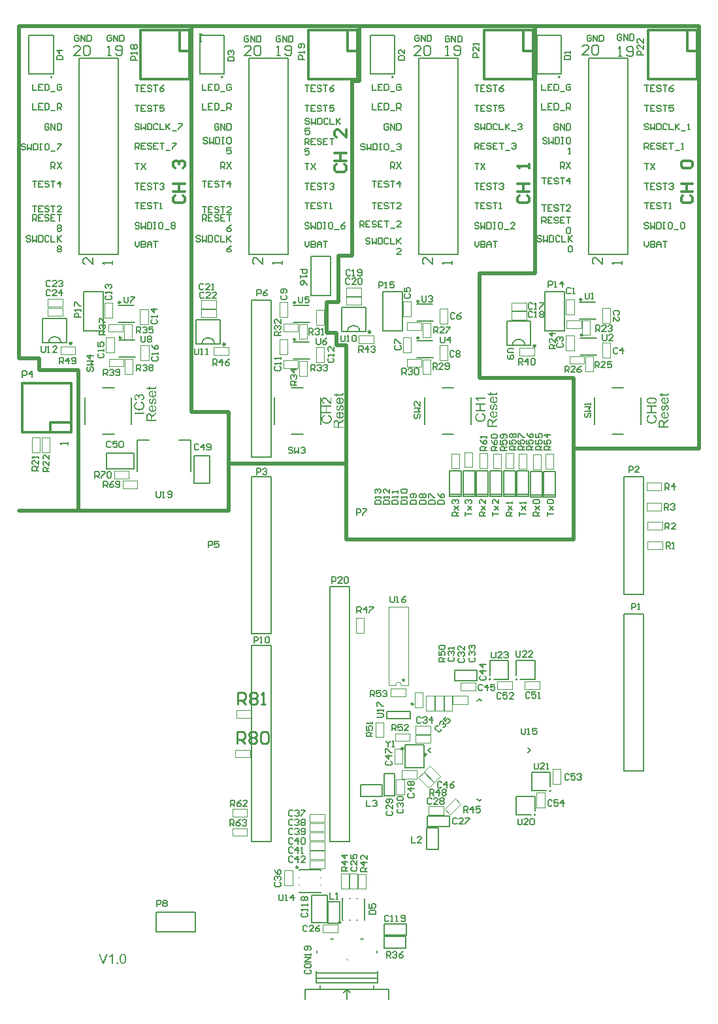
<source format=gto>
G04*
G04 #@! TF.GenerationSoftware,Altium Limited,Altium Designer,21.0.8 (223)*
G04*
G04 Layer_Color=65535*
%FSAX25Y25*%
%MOIN*%
G70*
G04*
G04 #@! TF.SameCoordinates,3E0ABAED-EBEF-4259-B410-402A04598C71*
G04*
G04*
G04 #@! TF.FilePolarity,Positive*
G04*
G01*
G75*
%ADD10C,0.00787*%
%ADD11C,0.00984*%
%ADD12C,0.01181*%
%ADD13C,0.00394*%
%ADD14C,0.01968*%
%ADD15C,0.00598*%
%ADD16C,0.00591*%
%ADD17C,0.00315*%
%ADD18C,0.00600*%
%ADD19C,0.00800*%
%ADD20C,0.01000*%
G36*
X0740902Y3401022D02*
X0740906Y3401015D01*
Y3401000D01*
X0740909Y3400982D01*
X0740913Y3400960D01*
X0740920Y3400931D01*
X0740927Y3400869D01*
X0740938Y3400797D01*
X0740949Y3400716D01*
X0740953Y3400636D01*
X0740956Y3400556D01*
Y3400502D01*
X0740953Y3400473D01*
X0740949Y3400440D01*
X0740942Y3400367D01*
X0740931Y3400283D01*
X0740913Y3400196D01*
X0740887Y3400112D01*
X0740851Y3400036D01*
Y3400032D01*
X0740847Y3400029D01*
X0740833Y3400006D01*
X0740807Y3399974D01*
X0740778Y3399934D01*
X0740738Y3399890D01*
X0740691Y3399847D01*
X0740636Y3399806D01*
X0740574Y3399774D01*
X0740571D01*
X0740567Y3399770D01*
X0740556Y3399767D01*
X0740538Y3399763D01*
X0740516Y3399755D01*
X0740490Y3399752D01*
X0740458Y3399744D01*
X0740418Y3399737D01*
X0740370Y3399730D01*
X0740319Y3399723D01*
X0740258Y3399719D01*
X0740192Y3399712D01*
X0740116Y3399708D01*
X0740035Y3399704D01*
X0739941Y3399701D01*
X0739843D01*
X0737739D01*
Y3399242D01*
X0737258D01*
Y3399701D01*
X0736355D01*
X0735984Y3400320D01*
X0737258D01*
Y3400935D01*
X0737739D01*
Y3400320D01*
X0739875D01*
X0739879D01*
X0739886D01*
X0739901D01*
X0739919D01*
X0739963D01*
X0740017Y3400323D01*
X0740072Y3400327D01*
X0740130Y3400331D01*
X0740177Y3400338D01*
X0740196Y3400345D01*
X0740214Y3400349D01*
X0740217D01*
X0740225Y3400356D01*
X0740239Y3400363D01*
X0740258Y3400374D01*
X0740298Y3400407D01*
X0740316Y3400429D01*
X0740334Y3400454D01*
Y3400458D01*
X0740341Y3400469D01*
X0740349Y3400483D01*
X0740356Y3400509D01*
X0740363Y3400538D01*
X0740370Y3400574D01*
X0740374Y3400618D01*
X0740378Y3400666D01*
Y3400705D01*
X0740374Y3400738D01*
Y3400775D01*
X0740367Y3400822D01*
X0740363Y3400877D01*
X0740356Y3400935D01*
X0740902Y3401026D01*
Y3401022D01*
D02*
G37*
G36*
X0734780Y3395488D02*
X0734776D01*
X0734769D01*
X0734758D01*
X0734744D01*
X0734722D01*
X0734700Y3395491D01*
X0734642Y3395495D01*
X0734580Y3395502D01*
X0734507Y3395513D01*
X0734431Y3395531D01*
X0734354Y3395557D01*
X0734351D01*
X0734340Y3395564D01*
X0734321Y3395571D01*
X0734296Y3395582D01*
X0734263Y3395593D01*
X0734227Y3395611D01*
X0734187Y3395633D01*
X0734143Y3395655D01*
X0734092Y3395681D01*
X0734041Y3395713D01*
X0733928Y3395782D01*
X0733808Y3395866D01*
X0733684Y3395964D01*
X0733681Y3395968D01*
X0733670Y3395979D01*
X0733652Y3395993D01*
X0733626Y3396016D01*
X0733594Y3396045D01*
X0733557Y3396081D01*
X0733513Y3396121D01*
X0733466Y3396172D01*
X0733411Y3396227D01*
X0733353Y3396285D01*
X0733291Y3396350D01*
X0733222Y3396423D01*
X0733153Y3396503D01*
X0733080Y3396587D01*
X0733004Y3396678D01*
X0732924Y3396772D01*
X0732920Y3396776D01*
X0732916Y3396783D01*
X0732905Y3396794D01*
X0732895Y3396809D01*
X0732876Y3396827D01*
X0732858Y3396849D01*
X0732811Y3396904D01*
X0732756Y3396973D01*
X0732687Y3397046D01*
X0732614Y3397129D01*
X0732534Y3397216D01*
X0732450Y3397311D01*
X0732363Y3397402D01*
X0732276Y3397497D01*
X0732185Y3397584D01*
X0732097Y3397672D01*
X0732014Y3397748D01*
X0731930Y3397821D01*
X0731853Y3397879D01*
X0731850Y3397883D01*
X0731835Y3397890D01*
X0731813Y3397905D01*
X0731788Y3397926D01*
X0731752Y3397948D01*
X0731712Y3397970D01*
X0731664Y3397999D01*
X0731613Y3398025D01*
X0731559Y3398050D01*
X0731500Y3398079D01*
X0731373Y3398127D01*
X0731308Y3398145D01*
X0731242Y3398159D01*
X0731177Y3398167D01*
X0731111Y3398170D01*
X0731107D01*
X0731093D01*
X0731075D01*
X0731049Y3398167D01*
X0731016Y3398163D01*
X0730980Y3398156D01*
X0730940Y3398148D01*
X0730896Y3398138D01*
X0730849Y3398123D01*
X0730798Y3398105D01*
X0730747Y3398083D01*
X0730696Y3398058D01*
X0730641Y3398028D01*
X0730590Y3397992D01*
X0730540Y3397952D01*
X0730492Y3397905D01*
X0730488Y3397901D01*
X0730481Y3397894D01*
X0730470Y3397879D01*
X0730452Y3397857D01*
X0730434Y3397832D01*
X0730412Y3397799D01*
X0730387Y3397763D01*
X0730365Y3397723D01*
X0730339Y3397675D01*
X0730317Y3397624D01*
X0730296Y3397566D01*
X0730277Y3397508D01*
X0730259Y3397442D01*
X0730248Y3397373D01*
X0730241Y3397300D01*
X0730237Y3397224D01*
Y3397180D01*
X0730241Y3397151D01*
X0730245Y3397111D01*
X0730252Y3397067D01*
X0730259Y3397020D01*
X0730270Y3396965D01*
X0730285Y3396911D01*
X0730303Y3396852D01*
X0730325Y3396794D01*
X0730350Y3396732D01*
X0730383Y3396674D01*
X0730419Y3396616D01*
X0730459Y3396558D01*
X0730507Y3396507D01*
X0730510Y3396503D01*
X0730518Y3396496D01*
X0730536Y3396481D01*
X0730554Y3396467D01*
X0730583Y3396445D01*
X0730616Y3396423D01*
X0730656Y3396398D01*
X0730700Y3396376D01*
X0730747Y3396350D01*
X0730805Y3396325D01*
X0730864Y3396303D01*
X0730929Y3396281D01*
X0731002Y3396267D01*
X0731078Y3396252D01*
X0731158Y3396245D01*
X0731246Y3396241D01*
X0731180Y3395604D01*
X0731177D01*
X0731173D01*
X0731162Y3395608D01*
X0731147D01*
X0731111Y3395611D01*
X0731064Y3395622D01*
X0731005Y3395633D01*
X0730936Y3395648D01*
X0730860Y3395666D01*
X0730780Y3395688D01*
X0730692Y3395717D01*
X0730605Y3395750D01*
X0730514Y3395790D01*
X0730423Y3395837D01*
X0730336Y3395888D01*
X0730252Y3395950D01*
X0730172Y3396016D01*
X0730099Y3396092D01*
X0730095Y3396095D01*
X0730085Y3396110D01*
X0730063Y3396135D01*
X0730041Y3396168D01*
X0730012Y3396212D01*
X0729979Y3396263D01*
X0729946Y3396325D01*
X0729910Y3396394D01*
X0729877Y3396474D01*
X0729844Y3396558D01*
X0729811Y3396652D01*
X0729782Y3396754D01*
X0729757Y3396864D01*
X0729739Y3396980D01*
X0729728Y3397104D01*
X0729724Y3397235D01*
Y3397268D01*
X0729728Y3397304D01*
X0729731Y3397355D01*
X0729735Y3397417D01*
X0729746Y3397486D01*
X0729757Y3397566D01*
X0729775Y3397650D01*
X0729797Y3397741D01*
X0729822Y3397832D01*
X0729855Y3397930D01*
X0729895Y3398025D01*
X0729943Y3398119D01*
X0729993Y3398210D01*
X0730055Y3398298D01*
X0730128Y3398381D01*
X0730132Y3398385D01*
X0730146Y3398400D01*
X0730168Y3398421D01*
X0730201Y3398447D01*
X0730237Y3398479D01*
X0730285Y3398516D01*
X0730339Y3398556D01*
X0730401Y3398596D01*
X0730470Y3398632D01*
X0730547Y3398672D01*
X0730630Y3398709D01*
X0730718Y3398742D01*
X0730813Y3398767D01*
X0730911Y3398789D01*
X0731016Y3398804D01*
X0731125Y3398807D01*
X0731129D01*
X0731140D01*
X0731155D01*
X0731177D01*
X0731206Y3398804D01*
X0731235Y3398800D01*
X0731271Y3398796D01*
X0731311Y3398793D01*
X0731402Y3398778D01*
X0731504Y3398756D01*
X0731610Y3398724D01*
X0731719Y3398684D01*
X0731722D01*
X0731733Y3398676D01*
X0731748Y3398669D01*
X0731770Y3398658D01*
X0731795Y3398647D01*
X0731828Y3398629D01*
X0731865Y3398611D01*
X0731905Y3398585D01*
X0731948Y3398560D01*
X0731995Y3398531D01*
X0732101Y3398458D01*
X0732156Y3398418D01*
X0732214Y3398374D01*
X0732272Y3398323D01*
X0732334Y3398272D01*
X0732338Y3398269D01*
X0732349Y3398257D01*
X0732367Y3398243D01*
X0732392Y3398218D01*
X0732425Y3398185D01*
X0732465Y3398145D01*
X0732512Y3398101D01*
X0732567Y3398046D01*
X0732625Y3397985D01*
X0732691Y3397912D01*
X0732763Y3397836D01*
X0732844Y3397748D01*
X0732927Y3397654D01*
X0733018Y3397551D01*
X0733117Y3397438D01*
X0733218Y3397319D01*
X0733222Y3397311D01*
X0733240Y3397293D01*
X0733262Y3397268D01*
X0733295Y3397231D01*
X0733331Y3397184D01*
X0733375Y3397137D01*
X0733422Y3397082D01*
X0733473Y3397024D01*
X0733579Y3396900D01*
X0733634Y3396841D01*
X0733684Y3396783D01*
X0733735Y3396729D01*
X0733779Y3396682D01*
X0733819Y3396638D01*
X0733855Y3396605D01*
X0733863Y3396598D01*
X0733885Y3396580D01*
X0733917Y3396550D01*
X0733957Y3396514D01*
X0734008Y3396474D01*
X0734063Y3396430D01*
X0734125Y3396387D01*
X0734187Y3396347D01*
Y3398814D01*
X0734780D01*
Y3395488D01*
D02*
G37*
G36*
X0739202Y3398827D02*
X0739242D01*
Y3396104D01*
X0739249D01*
X0739267Y3396108D01*
X0739300D01*
X0739340Y3396115D01*
X0739391Y3396123D01*
X0739450Y3396130D01*
X0739511Y3396144D01*
X0739580Y3396159D01*
X0739657Y3396177D01*
X0739730Y3396203D01*
X0739806Y3396228D01*
X0739883Y3396261D01*
X0739959Y3396297D01*
X0740032Y3396341D01*
X0740101Y3396389D01*
X0740163Y3396443D01*
X0740167Y3396447D01*
X0740177Y3396458D01*
X0740192Y3396476D01*
X0740214Y3396498D01*
X0740236Y3396527D01*
X0740261Y3396563D01*
X0740290Y3396607D01*
X0740319Y3396654D01*
X0740352Y3396705D01*
X0740378Y3396763D01*
X0740407Y3396825D01*
X0740429Y3396894D01*
X0740450Y3396967D01*
X0740465Y3397044D01*
X0740476Y3397124D01*
X0740480Y3397208D01*
Y3397240D01*
X0740476Y3397266D01*
X0740472Y3397295D01*
X0740469Y3397327D01*
X0740465Y3397367D01*
X0740458Y3397408D01*
X0740436Y3397499D01*
X0740403Y3397597D01*
X0740385Y3397648D01*
X0740359Y3397695D01*
X0740334Y3397742D01*
X0740301Y3397790D01*
X0740298Y3397794D01*
X0740294Y3397801D01*
X0740283Y3397812D01*
X0740269Y3397830D01*
X0740247Y3397852D01*
X0740225Y3397874D01*
X0740196Y3397899D01*
X0740163Y3397928D01*
X0740123Y3397957D01*
X0740083Y3397990D01*
X0740035Y3398019D01*
X0739985Y3398052D01*
X0739926Y3398085D01*
X0739864Y3398114D01*
X0739799Y3398143D01*
X0739726Y3398172D01*
X0739810Y3398809D01*
X0739817D01*
X0739835Y3398802D01*
X0739864Y3398791D01*
X0739901Y3398780D01*
X0739948Y3398762D01*
X0740003Y3398740D01*
X0740065Y3398714D01*
X0740130Y3398682D01*
X0740196Y3398645D01*
X0740269Y3398605D01*
X0740341Y3398558D01*
X0740414Y3398507D01*
X0740483Y3398452D01*
X0740552Y3398391D01*
X0740618Y3398321D01*
X0740680Y3398249D01*
X0740683Y3398245D01*
X0740694Y3398230D01*
X0740709Y3398209D01*
X0740727Y3398176D01*
X0740753Y3398136D01*
X0740778Y3398085D01*
X0740807Y3398030D01*
X0740833Y3397964D01*
X0740862Y3397892D01*
X0740891Y3397815D01*
X0740916Y3397728D01*
X0740942Y3397637D01*
X0740960Y3397539D01*
X0740975Y3397433D01*
X0740986Y3397320D01*
X0740989Y3397204D01*
Y3397168D01*
X0740986Y3397149D01*
Y3397128D01*
X0740982Y3397073D01*
X0740975Y3397004D01*
X0740964Y3396927D01*
X0740949Y3396840D01*
X0740927Y3396745D01*
X0740902Y3396647D01*
X0740869Y3396541D01*
X0740829Y3396436D01*
X0740782Y3396330D01*
X0740727Y3396225D01*
X0740662Y3396123D01*
X0740585Y3396024D01*
X0740498Y3395934D01*
X0740490Y3395930D01*
X0740476Y3395915D01*
X0740447Y3395890D01*
X0740407Y3395861D01*
X0740356Y3395824D01*
X0740294Y3395788D01*
X0740225Y3395744D01*
X0740141Y3395700D01*
X0740046Y3395657D01*
X0739945Y3395617D01*
X0739832Y3395577D01*
X0739708Y3395540D01*
X0739573Y3395511D01*
X0739431Y3395490D01*
X0739278Y3395471D01*
X0739115Y3395467D01*
X0739111D01*
X0739104D01*
X0739093D01*
X0739075D01*
X0739053Y3395471D01*
X0739027D01*
X0738998D01*
X0738962Y3395475D01*
X0738885Y3395482D01*
X0738798Y3395493D01*
X0738700Y3395507D01*
X0738590Y3395526D01*
X0738481Y3395551D01*
X0738365Y3395584D01*
X0738245Y3395620D01*
X0738125Y3395668D01*
X0738008Y3395722D01*
X0737895Y3395784D01*
X0737786Y3395857D01*
X0737688Y3395941D01*
X0737680Y3395948D01*
X0737666Y3395963D01*
X0737640Y3395988D01*
X0737608Y3396028D01*
X0737568Y3396075D01*
X0737528Y3396130D01*
X0737480Y3396196D01*
X0737433Y3396272D01*
X0737386Y3396356D01*
X0737338Y3396450D01*
X0737295Y3396548D01*
X0737258Y3396658D01*
X0737225Y3396778D01*
X0737200Y3396902D01*
X0737185Y3397033D01*
X0737178Y3397171D01*
Y3397204D01*
X0737182Y3397240D01*
X0737185Y3397291D01*
X0737193Y3397357D01*
X0737204Y3397426D01*
X0737218Y3397506D01*
X0737240Y3397593D01*
X0737265Y3397688D01*
X0737298Y3397783D01*
X0737338Y3397884D01*
X0737389Y3397983D01*
X0737444Y3398085D01*
X0737513Y3398179D01*
X0737589Y3398274D01*
X0737677Y3398365D01*
X0737684Y3398368D01*
X0737699Y3398387D01*
X0737728Y3398409D01*
X0737768Y3398438D01*
X0737819Y3398474D01*
X0737881Y3398514D01*
X0737953Y3398554D01*
X0738037Y3398598D01*
X0738132Y3398642D01*
X0738237Y3398685D01*
X0738354Y3398722D01*
X0738478Y3398758D01*
X0738612Y3398787D01*
X0738758Y3398813D01*
X0738914Y3398827D01*
X0739078Y3398831D01*
X0739082D01*
X0739089D01*
X0739100D01*
X0739118D01*
X0739144D01*
X0739169D01*
X0739202Y3398827D01*
D02*
G37*
G36*
X0739886Y3394936D02*
X0739915D01*
X0739948Y3394929D01*
X0739985Y3394925D01*
X0740025Y3394918D01*
X0740112Y3394896D01*
X0740210Y3394863D01*
X0740261Y3394841D01*
X0740316Y3394820D01*
X0740367Y3394791D01*
X0740418Y3394758D01*
X0740421Y3394754D01*
X0740429Y3394751D01*
X0740443Y3394740D01*
X0740461Y3394725D01*
X0740487Y3394707D01*
X0740512Y3394681D01*
X0740542Y3394656D01*
X0740574Y3394623D01*
X0740607Y3394590D01*
X0740640Y3394550D01*
X0740676Y3394506D01*
X0740713Y3394459D01*
X0740745Y3394408D01*
X0740778Y3394354D01*
X0740811Y3394296D01*
X0740840Y3394234D01*
Y3394230D01*
X0740847Y3394219D01*
X0740855Y3394201D01*
X0740862Y3394175D01*
X0740873Y3394143D01*
X0740887Y3394102D01*
X0740902Y3394059D01*
X0740913Y3394012D01*
X0740927Y3393957D01*
X0740942Y3393899D01*
X0740953Y3393833D01*
X0740967Y3393768D01*
X0740982Y3393622D01*
X0740989Y3393465D01*
Y3393433D01*
X0740986Y3393396D01*
Y3393349D01*
X0740978Y3393287D01*
X0740975Y3393222D01*
X0740964Y3393145D01*
X0740953Y3393061D01*
X0740938Y3392974D01*
X0740916Y3392887D01*
X0740895Y3392796D01*
X0740865Y3392705D01*
X0740833Y3392617D01*
X0740793Y3392530D01*
X0740745Y3392450D01*
X0740694Y3392377D01*
X0740691Y3392374D01*
X0740680Y3392363D01*
X0740662Y3392341D01*
X0740640Y3392319D01*
X0740607Y3392290D01*
X0740571Y3392253D01*
X0740527Y3392217D01*
X0740472Y3392181D01*
X0740414Y3392141D01*
X0740352Y3392097D01*
X0740279Y3392060D01*
X0740199Y3392020D01*
X0740116Y3391984D01*
X0740021Y3391955D01*
X0739923Y3391926D01*
X0739817Y3391904D01*
X0739722Y3392516D01*
X0739726D01*
X0739737Y3392519D01*
X0739759Y3392523D01*
X0739784Y3392526D01*
X0739814Y3392534D01*
X0739850Y3392545D01*
X0739890Y3392556D01*
X0739930Y3392570D01*
X0740021Y3392606D01*
X0740116Y3392657D01*
X0740163Y3392686D01*
X0740207Y3392719D01*
X0740247Y3392759D01*
X0740287Y3392799D01*
X0740290Y3392803D01*
X0740294Y3392810D01*
X0740305Y3392825D01*
X0740316Y3392843D01*
X0740330Y3392868D01*
X0740349Y3392898D01*
X0740367Y3392931D01*
X0740381Y3392971D01*
X0740400Y3393014D01*
X0740418Y3393065D01*
X0740436Y3393120D01*
X0740450Y3393178D01*
X0740461Y3393243D01*
X0740472Y3393313D01*
X0740476Y3393385D01*
X0740480Y3393462D01*
Y3393502D01*
X0740476Y3393531D01*
Y3393568D01*
X0740469Y3393607D01*
X0740465Y3393651D01*
X0740458Y3393702D01*
X0740436Y3393804D01*
X0740407Y3393909D01*
X0740363Y3394008D01*
X0740338Y3394055D01*
X0740309Y3394095D01*
X0740305Y3394099D01*
X0740301Y3394102D01*
X0740290Y3394114D01*
X0740276Y3394128D01*
X0740239Y3394161D01*
X0740192Y3394201D01*
X0740134Y3394237D01*
X0740061Y3394270D01*
X0740025Y3394284D01*
X0739985Y3394296D01*
X0739945Y3394299D01*
X0739901Y3394303D01*
X0739897D01*
X0739890D01*
X0739879D01*
X0739868Y3394299D01*
X0739828Y3394292D01*
X0739781Y3394281D01*
X0739730Y3394259D01*
X0739675Y3394226D01*
X0739650Y3394204D01*
X0739621Y3394179D01*
X0739595Y3394150D01*
X0739573Y3394117D01*
X0739570Y3394110D01*
X0739566Y3394102D01*
X0739559Y3394091D01*
X0739551Y3394073D01*
X0739540Y3394052D01*
X0739530Y3394022D01*
X0739515Y3393993D01*
X0739500Y3393953D01*
X0739486Y3393909D01*
X0739468Y3393855D01*
X0739450Y3393797D01*
X0739431Y3393731D01*
X0739409Y3393658D01*
X0739388Y3393575D01*
X0739366Y3393484D01*
Y3393480D01*
X0739362Y3393476D01*
X0739359Y3393455D01*
X0739348Y3393418D01*
X0739337Y3393375D01*
X0739322Y3393316D01*
X0739304Y3393254D01*
X0739286Y3393185D01*
X0739264Y3393109D01*
X0739217Y3392952D01*
X0739166Y3392796D01*
X0739140Y3392723D01*
X0739115Y3392654D01*
X0739089Y3392592D01*
X0739067Y3392537D01*
Y3392534D01*
X0739060Y3392526D01*
X0739053Y3392512D01*
X0739045Y3392494D01*
X0739031Y3392472D01*
X0739016Y3392446D01*
X0738976Y3392388D01*
X0738929Y3392326D01*
X0738871Y3392261D01*
X0738802Y3392195D01*
X0738722Y3392141D01*
X0738718D01*
X0738711Y3392133D01*
X0738700Y3392130D01*
X0738681Y3392119D01*
X0738663Y3392108D01*
X0738638Y3392097D01*
X0738609Y3392086D01*
X0738576Y3392075D01*
X0738503Y3392050D01*
X0738419Y3392028D01*
X0738328Y3392013D01*
X0738230Y3392006D01*
X0738226D01*
X0738219D01*
X0738205D01*
X0738190Y3392009D01*
X0738168D01*
X0738143Y3392013D01*
X0738081Y3392020D01*
X0738012Y3392031D01*
X0737935Y3392053D01*
X0737859Y3392079D01*
X0737779Y3392115D01*
X0737775D01*
X0737768Y3392119D01*
X0737757Y3392126D01*
X0737742Y3392137D01*
X0737706Y3392162D01*
X0737659Y3392195D01*
X0737604Y3392239D01*
X0737546Y3392294D01*
X0737488Y3392352D01*
X0737433Y3392421D01*
X0737429Y3392428D01*
X0737415Y3392446D01*
X0737396Y3392479D01*
X0737371Y3392526D01*
X0737342Y3392581D01*
X0737313Y3392646D01*
X0737284Y3392727D01*
X0737255Y3392814D01*
Y3392818D01*
X0737251Y3392825D01*
X0737247Y3392839D01*
X0737244Y3392858D01*
X0737236Y3392879D01*
X0737229Y3392908D01*
X0737222Y3392941D01*
X0737215Y3392974D01*
X0737204Y3393054D01*
X0737189Y3393145D01*
X0737182Y3393243D01*
X0737178Y3393349D01*
Y3393422D01*
X0737182Y3393458D01*
X0737185Y3393502D01*
X0737189Y3393553D01*
X0737193Y3393607D01*
X0737200Y3393662D01*
X0737207Y3393724D01*
X0737229Y3393851D01*
X0737262Y3393982D01*
X0737302Y3394106D01*
Y3394110D01*
X0737309Y3394121D01*
X0737313Y3394139D01*
X0737324Y3394161D01*
X0737338Y3394186D01*
X0737353Y3394215D01*
X0737389Y3394288D01*
X0737437Y3394365D01*
X0737495Y3394445D01*
X0737560Y3394518D01*
X0737597Y3394554D01*
X0737637Y3394583D01*
X0737640Y3394587D01*
X0737648Y3394590D01*
X0737659Y3394598D01*
X0737677Y3394609D01*
X0737695Y3394623D01*
X0737720Y3394638D01*
X0737753Y3394652D01*
X0737786Y3394670D01*
X0737826Y3394688D01*
X0737866Y3394707D01*
X0737913Y3394725D01*
X0737964Y3394740D01*
X0738019Y3394758D01*
X0738074Y3394776D01*
X0738201Y3394801D01*
X0738285Y3394197D01*
X0738281D01*
X0738274Y3394194D01*
X0738259D01*
X0738237Y3394186D01*
X0738215Y3394183D01*
X0738186Y3394172D01*
X0738125Y3394150D01*
X0738055Y3394117D01*
X0737983Y3394077D01*
X0737910Y3394022D01*
X0737877Y3393990D01*
X0737848Y3393953D01*
X0737844Y3393950D01*
X0737841Y3393946D01*
X0737833Y3393932D01*
X0737822Y3393917D01*
X0737812Y3393895D01*
X0737797Y3393873D01*
X0737782Y3393844D01*
X0737768Y3393811D01*
X0737753Y3393771D01*
X0737739Y3393731D01*
X0737724Y3393684D01*
X0737713Y3393637D01*
X0737702Y3393582D01*
X0737695Y3393524D01*
X0737688Y3393462D01*
Y3393356D01*
X0737691Y3393327D01*
Y3393291D01*
X0737695Y3393251D01*
X0737699Y3393207D01*
X0737706Y3393160D01*
X0737720Y3393058D01*
X0737746Y3392956D01*
X0737764Y3392908D01*
X0737782Y3392865D01*
X0737804Y3392821D01*
X0737830Y3392785D01*
Y3392781D01*
X0737837Y3392778D01*
X0737855Y3392756D01*
X0737884Y3392727D01*
X0737924Y3392694D01*
X0737972Y3392661D01*
X0738026Y3392632D01*
X0738088Y3392610D01*
X0738125Y3392606D01*
X0738157Y3392603D01*
X0738161D01*
X0738179D01*
X0738201Y3392606D01*
X0738230Y3392614D01*
X0738263Y3392621D01*
X0738299Y3392632D01*
X0738339Y3392650D01*
X0738376Y3392676D01*
X0738379Y3392679D01*
X0738390Y3392690D01*
X0738408Y3392709D01*
X0738434Y3392734D01*
X0738459Y3392767D01*
X0738485Y3392810D01*
X0738514Y3392858D01*
X0738540Y3392916D01*
Y3392920D01*
X0738543Y3392927D01*
X0738547Y3392938D01*
X0738550Y3392952D01*
X0738558Y3392971D01*
X0738561Y3392992D01*
X0738572Y3393018D01*
X0738580Y3393051D01*
X0738590Y3393090D01*
X0738605Y3393134D01*
X0738620Y3393185D01*
X0738634Y3393243D01*
X0738652Y3393309D01*
X0738674Y3393385D01*
X0738696Y3393465D01*
Y3393469D01*
X0738700Y3393473D01*
X0738703Y3393495D01*
X0738714Y3393527D01*
X0738725Y3393571D01*
X0738740Y3393626D01*
X0738758Y3393687D01*
X0738776Y3393757D01*
X0738798Y3393826D01*
X0738842Y3393979D01*
X0738893Y3394132D01*
X0738914Y3394201D01*
X0738940Y3394270D01*
X0738962Y3394328D01*
X0738984Y3394383D01*
Y3394387D01*
X0738987Y3394394D01*
X0738995Y3394408D01*
X0739005Y3394426D01*
X0739016Y3394448D01*
X0739031Y3394474D01*
X0739067Y3394532D01*
X0739115Y3394598D01*
X0739169Y3394663D01*
X0739235Y3394728D01*
X0739311Y3394791D01*
X0739315D01*
X0739322Y3394798D01*
X0739333Y3394805D01*
X0739348Y3394812D01*
X0739369Y3394827D01*
X0739395Y3394838D01*
X0739424Y3394852D01*
X0739457Y3394867D01*
X0739493Y3394878D01*
X0739533Y3394893D01*
X0739621Y3394918D01*
X0739722Y3394933D01*
X0739835Y3394940D01*
X0739839D01*
X0739850D01*
X0739864D01*
X0739886Y3394936D01*
D02*
G37*
G36*
X0734780Y3394039D02*
X0732407D01*
Y3391425D01*
X0734780D01*
Y3390759D01*
X0729742D01*
Y3391425D01*
X0731813D01*
Y3394039D01*
X0729742D01*
Y3394705D01*
X0734780D01*
Y3394039D01*
D02*
G37*
G36*
X0739202Y3391394D02*
X0739242D01*
Y3388672D01*
X0739249D01*
X0739267Y3388675D01*
X0739300D01*
X0739340Y3388683D01*
X0739391Y3388690D01*
X0739450Y3388697D01*
X0739511Y3388712D01*
X0739580Y3388726D01*
X0739657Y3388744D01*
X0739730Y3388770D01*
X0739806Y3388795D01*
X0739883Y3388828D01*
X0739959Y3388865D01*
X0740032Y3388908D01*
X0740101Y3388956D01*
X0740163Y3389010D01*
X0740167Y3389014D01*
X0740177Y3389025D01*
X0740192Y3389043D01*
X0740214Y3389065D01*
X0740236Y3389094D01*
X0740261Y3389130D01*
X0740290Y3389174D01*
X0740319Y3389221D01*
X0740352Y3389272D01*
X0740378Y3389331D01*
X0740407Y3389392D01*
X0740429Y3389462D01*
X0740450Y3389534D01*
X0740465Y3389611D01*
X0740476Y3389691D01*
X0740480Y3389775D01*
Y3389807D01*
X0740476Y3389833D01*
X0740472Y3389862D01*
X0740469Y3389895D01*
X0740465Y3389935D01*
X0740458Y3389975D01*
X0740436Y3390066D01*
X0740403Y3390164D01*
X0740385Y3390215D01*
X0740359Y3390262D01*
X0740334Y3390310D01*
X0740301Y3390357D01*
X0740298Y3390361D01*
X0740294Y3390368D01*
X0740283Y3390379D01*
X0740269Y3390397D01*
X0740247Y3390419D01*
X0740225Y3390441D01*
X0740196Y3390466D01*
X0740163Y3390495D01*
X0740123Y3390524D01*
X0740083Y3390557D01*
X0740035Y3390586D01*
X0739985Y3390619D01*
X0739926Y3390652D01*
X0739864Y3390681D01*
X0739799Y3390710D01*
X0739726Y3390739D01*
X0739810Y3391376D01*
X0739817D01*
X0739835Y3391369D01*
X0739864Y3391358D01*
X0739901Y3391347D01*
X0739948Y3391329D01*
X0740003Y3391307D01*
X0740065Y3391282D01*
X0740130Y3391249D01*
X0740196Y3391212D01*
X0740269Y3391172D01*
X0740341Y3391125D01*
X0740414Y3391074D01*
X0740483Y3391019D01*
X0740552Y3390958D01*
X0740618Y3390888D01*
X0740680Y3390816D01*
X0740683Y3390812D01*
X0740694Y3390797D01*
X0740709Y3390776D01*
X0740727Y3390743D01*
X0740753Y3390703D01*
X0740778Y3390652D01*
X0740807Y3390597D01*
X0740833Y3390532D01*
X0740862Y3390459D01*
X0740891Y3390382D01*
X0740916Y3390295D01*
X0740942Y3390204D01*
X0740960Y3390106D01*
X0740975Y3390000D01*
X0740986Y3389887D01*
X0740989Y3389771D01*
Y3389735D01*
X0740986Y3389716D01*
Y3389695D01*
X0740982Y3389640D01*
X0740975Y3389571D01*
X0740964Y3389494D01*
X0740949Y3389407D01*
X0740927Y3389312D01*
X0740902Y3389214D01*
X0740869Y3389109D01*
X0740829Y3389003D01*
X0740782Y3388897D01*
X0740727Y3388792D01*
X0740662Y3388690D01*
X0740585Y3388592D01*
X0740498Y3388501D01*
X0740490Y3388497D01*
X0740476Y3388482D01*
X0740447Y3388457D01*
X0740407Y3388428D01*
X0740356Y3388391D01*
X0740294Y3388355D01*
X0740225Y3388311D01*
X0740141Y3388268D01*
X0740046Y3388224D01*
X0739945Y3388184D01*
X0739832Y3388144D01*
X0739708Y3388108D01*
X0739573Y3388078D01*
X0739431Y3388057D01*
X0739278Y3388038D01*
X0739115Y3388035D01*
X0739111D01*
X0739104D01*
X0739093D01*
X0739075D01*
X0739053Y3388038D01*
X0739027D01*
X0738998D01*
X0738962Y3388042D01*
X0738885Y3388049D01*
X0738798Y3388060D01*
X0738700Y3388075D01*
X0738590Y3388093D01*
X0738481Y3388118D01*
X0738365Y3388151D01*
X0738245Y3388187D01*
X0738125Y3388235D01*
X0738008Y3388290D01*
X0737895Y3388351D01*
X0737786Y3388424D01*
X0737688Y3388508D01*
X0737680Y3388515D01*
X0737666Y3388530D01*
X0737640Y3388555D01*
X0737608Y3388595D01*
X0737568Y3388643D01*
X0737528Y3388697D01*
X0737480Y3388763D01*
X0737433Y3388839D01*
X0737386Y3388923D01*
X0737338Y3389017D01*
X0737295Y3389116D01*
X0737258Y3389225D01*
X0737225Y3389345D01*
X0737200Y3389469D01*
X0737185Y3389600D01*
X0737178Y3389738D01*
Y3389771D01*
X0737182Y3389807D01*
X0737185Y3389858D01*
X0737193Y3389924D01*
X0737204Y3389993D01*
X0737218Y3390073D01*
X0737240Y3390160D01*
X0737265Y3390255D01*
X0737298Y3390350D01*
X0737338Y3390451D01*
X0737389Y3390550D01*
X0737444Y3390652D01*
X0737513Y3390747D01*
X0737589Y3390841D01*
X0737677Y3390932D01*
X0737684Y3390936D01*
X0737699Y3390954D01*
X0737728Y3390976D01*
X0737768Y3391005D01*
X0737819Y3391041D01*
X0737881Y3391081D01*
X0737953Y3391121D01*
X0738037Y3391165D01*
X0738132Y3391209D01*
X0738237Y3391253D01*
X0738354Y3391289D01*
X0738478Y3391325D01*
X0738612Y3391354D01*
X0738758Y3391380D01*
X0738914Y3391394D01*
X0739078Y3391398D01*
X0739082D01*
X0739089D01*
X0739100D01*
X0739118D01*
X0739144D01*
X0739169D01*
X0739202Y3391394D01*
D02*
G37*
G36*
X0733193Y3389911D02*
X0733204Y3389907D01*
X0733218Y3389904D01*
X0733237Y3389900D01*
X0733262Y3389893D01*
X0733317Y3389875D01*
X0733386Y3389849D01*
X0733462Y3389820D01*
X0733550Y3389784D01*
X0733644Y3389740D01*
X0733746Y3389693D01*
X0733848Y3389638D01*
X0733950Y3389576D01*
X0734056Y3389507D01*
X0734158Y3389431D01*
X0734256Y3389347D01*
X0734347Y3389256D01*
X0734434Y3389157D01*
X0734438Y3389150D01*
X0734452Y3389132D01*
X0734474Y3389103D01*
X0734500Y3389059D01*
X0734533Y3389008D01*
X0734569Y3388943D01*
X0734609Y3388870D01*
X0734649Y3388786D01*
X0734689Y3388695D01*
X0734729Y3388593D01*
X0734765Y3388484D01*
X0734798Y3388368D01*
X0734824Y3388240D01*
X0734846Y3388109D01*
X0734860Y3387971D01*
X0734864Y3387825D01*
Y3387771D01*
X0734860Y3387745D01*
Y3387691D01*
X0734853Y3387622D01*
X0734846Y3387542D01*
X0734835Y3387450D01*
X0734824Y3387356D01*
X0734806Y3387250D01*
X0734784Y3387145D01*
X0734755Y3387032D01*
X0734726Y3386922D01*
X0734686Y3386813D01*
X0734642Y3386704D01*
X0734591Y3386599D01*
X0734533Y3386501D01*
X0734529Y3386493D01*
X0734518Y3386478D01*
X0734496Y3386453D01*
X0734471Y3386417D01*
X0734438Y3386373D01*
X0734394Y3386326D01*
X0734347Y3386271D01*
X0734289Y3386213D01*
X0734223Y3386151D01*
X0734154Y3386089D01*
X0734074Y3386024D01*
X0733990Y3385958D01*
X0733896Y3385896D01*
X0733797Y3385834D01*
X0733688Y3385776D01*
X0733575Y3385725D01*
X0733572D01*
X0733568Y3385722D01*
X0733546Y3385714D01*
X0733513Y3385699D01*
X0733466Y3385685D01*
X0733408Y3385663D01*
X0733339Y3385641D01*
X0733259Y3385616D01*
X0733171Y3385594D01*
X0733073Y3385569D01*
X0732967Y3385543D01*
X0732858Y3385521D01*
X0732738Y3385500D01*
X0732618Y3385485D01*
X0732490Y3385470D01*
X0732360Y3385463D01*
X0732225Y3385460D01*
X0732221D01*
X0732214D01*
X0732203D01*
X0732188D01*
X0732170D01*
X0732148Y3385463D01*
X0732094D01*
X0732025Y3385470D01*
X0731945Y3385474D01*
X0731853Y3385485D01*
X0731755Y3385496D01*
X0731653Y3385514D01*
X0731544Y3385532D01*
X0731428Y3385558D01*
X0731311Y3385587D01*
X0731195Y3385619D01*
X0731078Y3385660D01*
X0730965Y3385707D01*
X0730853Y3385758D01*
X0730845Y3385762D01*
X0730827Y3385772D01*
X0730798Y3385791D01*
X0730754Y3385812D01*
X0730707Y3385845D01*
X0730652Y3385881D01*
X0730587Y3385929D01*
X0730521Y3385980D01*
X0730452Y3386034D01*
X0730376Y3386100D01*
X0730303Y3386169D01*
X0730230Y3386246D01*
X0730157Y3386329D01*
X0730088Y3386417D01*
X0730023Y3386511D01*
X0729961Y3386613D01*
X0729957Y3386620D01*
X0729946Y3386639D01*
X0729932Y3386668D01*
X0729913Y3386712D01*
X0729888Y3386763D01*
X0729862Y3386824D01*
X0729837Y3386897D01*
X0729808Y3386974D01*
X0729779Y3387061D01*
X0729753Y3387156D01*
X0729724Y3387257D01*
X0729702Y3387363D01*
X0729684Y3387476D01*
X0729670Y3387592D01*
X0729659Y3387712D01*
X0729655Y3387836D01*
Y3387887D01*
X0729659Y3387909D01*
X0729662Y3387964D01*
X0729666Y3388029D01*
X0729677Y3388102D01*
X0729688Y3388186D01*
X0729702Y3388280D01*
X0729724Y3388379D01*
X0729750Y3388481D01*
X0729779Y3388586D01*
X0729819Y3388692D01*
X0729862Y3388797D01*
X0729913Y3388906D01*
X0729972Y3389008D01*
X0730041Y3389107D01*
X0730044Y3389114D01*
X0730059Y3389128D01*
X0730081Y3389157D01*
X0730114Y3389190D01*
X0730150Y3389234D01*
X0730201Y3389281D01*
X0730256Y3389332D01*
X0730321Y3389391D01*
X0730394Y3389449D01*
X0730474Y3389511D01*
X0730565Y3389569D01*
X0730660Y3389627D01*
X0730765Y3389685D01*
X0730878Y3389737D01*
X0730998Y3389787D01*
X0731125Y3389827D01*
X0731278Y3389172D01*
X0731271Y3389169D01*
X0731253Y3389165D01*
X0731227Y3389154D01*
X0731187Y3389140D01*
X0731144Y3389121D01*
X0731093Y3389100D01*
X0731035Y3389070D01*
X0730973Y3389041D01*
X0730907Y3389008D01*
X0730842Y3388968D01*
X0730776Y3388928D01*
X0730707Y3388881D01*
X0730645Y3388830D01*
X0730583Y3388779D01*
X0730529Y3388721D01*
X0730478Y3388659D01*
X0730474Y3388655D01*
X0730467Y3388644D01*
X0730456Y3388626D01*
X0730438Y3388601D01*
X0730419Y3388568D01*
X0730398Y3388528D01*
X0730376Y3388481D01*
X0730350Y3388430D01*
X0730328Y3388371D01*
X0730306Y3388309D01*
X0730285Y3388240D01*
X0730267Y3388168D01*
X0730248Y3388087D01*
X0730237Y3388004D01*
X0730230Y3387917D01*
X0730227Y3387822D01*
Y3387767D01*
X0730230Y3387727D01*
X0730234Y3387676D01*
X0730241Y3387618D01*
X0730248Y3387552D01*
X0730263Y3387483D01*
X0730277Y3387407D01*
X0730296Y3387330D01*
X0730317Y3387250D01*
X0730343Y3387167D01*
X0730376Y3387086D01*
X0730416Y3387006D01*
X0730456Y3386926D01*
X0730507Y3386850D01*
X0730510Y3386846D01*
X0730518Y3386832D01*
X0730536Y3386813D01*
X0730558Y3386788D01*
X0730587Y3386755D01*
X0730620Y3386719D01*
X0730660Y3386679D01*
X0730703Y3386635D01*
X0730754Y3386591D01*
X0730809Y3386544D01*
X0730871Y3386501D01*
X0730940Y3386457D01*
X0731009Y3386413D01*
X0731085Y3386373D01*
X0731166Y3386337D01*
X0731253Y3386304D01*
X0731257D01*
X0731275Y3386296D01*
X0731300Y3386289D01*
X0731333Y3386279D01*
X0731377Y3386267D01*
X0731428Y3386253D01*
X0731486Y3386242D01*
X0731551Y3386227D01*
X0731621Y3386213D01*
X0731697Y3386198D01*
X0731777Y3386184D01*
X0731861Y3386173D01*
X0732035Y3386155D01*
X0732127Y3386151D01*
X0732221Y3386147D01*
X0732228D01*
X0732250D01*
X0732283D01*
X0732330Y3386151D01*
X0732385Y3386155D01*
X0732450Y3386158D01*
X0732523Y3386162D01*
X0732600Y3386169D01*
X0732687Y3386180D01*
X0732778Y3386191D01*
X0732964Y3386227D01*
X0733062Y3386246D01*
X0733157Y3386271D01*
X0733251Y3386300D01*
X0733342Y3386333D01*
X0733346Y3386337D01*
X0733364Y3386340D01*
X0733386Y3386351D01*
X0733419Y3386369D01*
X0733459Y3386388D01*
X0733506Y3386413D01*
X0733557Y3386442D01*
X0733612Y3386475D01*
X0733666Y3386515D01*
X0733724Y3386559D01*
X0733786Y3386606D01*
X0733845Y3386657D01*
X0733903Y3386715D01*
X0733957Y3386777D01*
X0734008Y3386843D01*
X0734056Y3386916D01*
X0734059Y3386919D01*
X0734067Y3386934D01*
X0734078Y3386955D01*
X0734092Y3386985D01*
X0734110Y3387021D01*
X0734132Y3387065D01*
X0734150Y3387115D01*
X0734172Y3387170D01*
X0734198Y3387232D01*
X0734216Y3387297D01*
X0734238Y3387370D01*
X0734256Y3387443D01*
X0734270Y3387523D01*
X0734281Y3387603D01*
X0734289Y3387687D01*
X0734292Y3387771D01*
Y3387796D01*
X0734289Y3387825D01*
Y3387865D01*
X0734281Y3387913D01*
X0734274Y3387967D01*
X0734267Y3388033D01*
X0734252Y3388099D01*
X0734234Y3388171D01*
X0734212Y3388248D01*
X0734187Y3388328D01*
X0734158Y3388408D01*
X0734121Y3388488D01*
X0734078Y3388568D01*
X0734027Y3388644D01*
X0733972Y3388721D01*
X0733968Y3388725D01*
X0733957Y3388739D01*
X0733939Y3388757D01*
X0733910Y3388783D01*
X0733877Y3388815D01*
X0733837Y3388852D01*
X0733786Y3388892D01*
X0733732Y3388932D01*
X0733666Y3388976D01*
X0733597Y3389019D01*
X0733517Y3389067D01*
X0733430Y3389107D01*
X0733339Y3389150D01*
X0733237Y3389187D01*
X0733131Y3389220D01*
X0733015Y3389249D01*
X0733182Y3389915D01*
X0733186D01*
X0733193Y3389911D01*
D02*
G37*
G36*
X0740909Y3386844D02*
X0739861Y3386178D01*
X0739857Y3386175D01*
X0739843Y3386164D01*
X0739817Y3386149D01*
X0739788Y3386131D01*
X0739748Y3386105D01*
X0739704Y3386076D01*
X0739657Y3386044D01*
X0739606Y3386011D01*
X0739493Y3385934D01*
X0739377Y3385854D01*
X0739267Y3385774D01*
X0739217Y3385734D01*
X0739169Y3385698D01*
X0739166Y3385694D01*
X0739158Y3385691D01*
X0739147Y3385680D01*
X0739129Y3385665D01*
X0739085Y3385629D01*
X0739035Y3385585D01*
X0738980Y3385530D01*
X0738922Y3385476D01*
X0738871Y3385418D01*
X0738831Y3385359D01*
X0738827Y3385352D01*
X0738816Y3385334D01*
X0738798Y3385305D01*
X0738780Y3385265D01*
X0738758Y3385221D01*
X0738732Y3385170D01*
X0738714Y3385115D01*
X0738696Y3385057D01*
Y3385054D01*
X0738692Y3385035D01*
X0738689Y3385006D01*
X0738681Y3384970D01*
X0738678Y3384919D01*
X0738674Y3384853D01*
X0738670Y3384777D01*
Y3383914D01*
X0740909D01*
Y3383248D01*
X0735871D01*
Y3385545D01*
X0735875Y3385588D01*
Y3385647D01*
X0735879Y3385712D01*
X0735882Y3385781D01*
X0735890Y3385862D01*
X0735897Y3385942D01*
X0735904Y3386025D01*
X0735930Y3386197D01*
X0735944Y3386277D01*
X0735962Y3386357D01*
X0735984Y3386433D01*
X0736010Y3386502D01*
Y3386506D01*
X0736017Y3386517D01*
X0736024Y3386535D01*
X0736035Y3386560D01*
X0736050Y3386589D01*
X0736072Y3386622D01*
X0736093Y3386662D01*
X0736119Y3386702D01*
X0736152Y3386746D01*
X0736184Y3386794D01*
X0736224Y3386841D01*
X0736268Y3386888D01*
X0736319Y3386932D01*
X0736370Y3386979D01*
X0736428Y3387023D01*
X0736490Y3387063D01*
X0736494Y3387066D01*
X0736505Y3387074D01*
X0736523Y3387081D01*
X0736548Y3387096D01*
X0736581Y3387110D01*
X0736621Y3387128D01*
X0736665Y3387150D01*
X0736712Y3387168D01*
X0736767Y3387186D01*
X0736825Y3387209D01*
X0736887Y3387226D01*
X0736952Y3387241D01*
X0737022Y3387256D01*
X0737094Y3387267D01*
X0737171Y3387270D01*
X0737247Y3387274D01*
X0737255D01*
X0737269D01*
X0737298Y3387270D01*
X0737338D01*
X0737382Y3387263D01*
X0737437Y3387256D01*
X0737495Y3387245D01*
X0737560Y3387230D01*
X0737630Y3387212D01*
X0737702Y3387190D01*
X0737779Y3387161D01*
X0737855Y3387128D01*
X0737932Y3387088D01*
X0738004Y3387041D01*
X0738081Y3386986D01*
X0738150Y3386924D01*
X0738154Y3386921D01*
X0738165Y3386910D01*
X0738183Y3386888D01*
X0738208Y3386859D01*
X0738237Y3386823D01*
X0738270Y3386775D01*
X0738307Y3386724D01*
X0738347Y3386662D01*
X0738387Y3386589D01*
X0738427Y3386513D01*
X0738463Y3386422D01*
X0738503Y3386327D01*
X0738536Y3386222D01*
X0738569Y3386109D01*
X0738594Y3385985D01*
X0738616Y3385854D01*
Y3385858D01*
X0738623Y3385865D01*
X0738627Y3385880D01*
X0738638Y3385898D01*
X0738649Y3385920D01*
X0738663Y3385945D01*
X0738696Y3386003D01*
X0738732Y3386069D01*
X0738776Y3386135D01*
X0738820Y3386197D01*
X0738867Y3386255D01*
X0738871Y3386258D01*
X0738878Y3386269D01*
X0738896Y3386284D01*
X0738914Y3386306D01*
X0738943Y3386331D01*
X0738973Y3386360D01*
X0739009Y3386397D01*
X0739053Y3386433D01*
X0739100Y3386473D01*
X0739151Y3386517D01*
X0739206Y3386564D01*
X0739264Y3386612D01*
X0739329Y3386659D01*
X0739395Y3386710D01*
X0739540Y3386808D01*
X0740909Y3387678D01*
Y3386844D01*
D02*
G37*
G36*
X0645326Y3404452D02*
X0645330Y3404445D01*
Y3404430D01*
X0645334Y3404412D01*
X0645337Y3404390D01*
X0645344Y3404361D01*
X0645352Y3404299D01*
X0645363Y3404226D01*
X0645374Y3404146D01*
X0645377Y3404066D01*
X0645381Y3403986D01*
Y3403931D01*
X0645377Y3403902D01*
X0645374Y3403869D01*
X0645366Y3403796D01*
X0645355Y3403713D01*
X0645337Y3403625D01*
X0645312Y3403542D01*
X0645275Y3403465D01*
Y3403461D01*
X0645272Y3403458D01*
X0645257Y3403436D01*
X0645232Y3403403D01*
X0645202Y3403363D01*
X0645162Y3403320D01*
X0645115Y3403276D01*
X0645061Y3403236D01*
X0644999Y3403203D01*
X0644995D01*
X0644991Y3403199D01*
X0644980Y3403196D01*
X0644962Y3403192D01*
X0644940Y3403185D01*
X0644915Y3403181D01*
X0644882Y3403174D01*
X0644842Y3403167D01*
X0644795Y3403159D01*
X0644744Y3403152D01*
X0644682Y3403149D01*
X0644617Y3403141D01*
X0644540Y3403138D01*
X0644460Y3403134D01*
X0644365Y3403130D01*
X0644267D01*
X0642163D01*
Y3402672D01*
X0641683D01*
Y3403130D01*
X0640780D01*
X0640409Y3403749D01*
X0641683D01*
Y3404364D01*
X0642163D01*
Y3403749D01*
X0644300D01*
X0644303D01*
X0644311D01*
X0644325D01*
X0644344D01*
X0644387D01*
X0644442Y3403753D01*
X0644496Y3403756D01*
X0644555Y3403760D01*
X0644602Y3403767D01*
X0644620Y3403775D01*
X0644638Y3403778D01*
X0644642D01*
X0644649Y3403785D01*
X0644664Y3403793D01*
X0644682Y3403804D01*
X0644722Y3403836D01*
X0644740Y3403858D01*
X0644758Y3403884D01*
Y3403888D01*
X0644766Y3403898D01*
X0644773Y3403913D01*
X0644780Y3403938D01*
X0644788Y3403968D01*
X0644795Y3404004D01*
X0644799Y3404048D01*
X0644802Y3404095D01*
Y3404135D01*
X0644799Y3404168D01*
Y3404204D01*
X0644791Y3404251D01*
X0644788Y3404306D01*
X0644780Y3404364D01*
X0645326Y3404455D01*
Y3404452D01*
D02*
G37*
G36*
X0637778Y3400549D02*
X0637821Y3400546D01*
X0637880Y3400539D01*
X0637945Y3400528D01*
X0638018Y3400513D01*
X0638098Y3400491D01*
X0638185Y3400466D01*
X0638273Y3400437D01*
X0638367Y3400397D01*
X0638462Y3400349D01*
X0638557Y3400295D01*
X0638651Y3400229D01*
X0638742Y3400153D01*
X0638830Y3400069D01*
X0638833Y3400062D01*
X0638848Y3400047D01*
X0638873Y3400022D01*
X0638902Y3399982D01*
X0638935Y3399934D01*
X0638975Y3399880D01*
X0639015Y3399810D01*
X0639059Y3399738D01*
X0639103Y3399654D01*
X0639143Y3399559D01*
X0639183Y3399461D01*
X0639215Y3399352D01*
X0639245Y3399239D01*
X0639270Y3399115D01*
X0639285Y3398988D01*
X0639288Y3398853D01*
Y3398824D01*
X0639285Y3398788D01*
X0639281Y3398744D01*
X0639277Y3398686D01*
X0639266Y3398620D01*
X0639256Y3398548D01*
X0639237Y3398468D01*
X0639219Y3398384D01*
X0639194Y3398293D01*
X0639161Y3398202D01*
X0639121Y3398107D01*
X0639077Y3398016D01*
X0639026Y3397925D01*
X0638964Y3397834D01*
X0638895Y3397750D01*
X0638892Y3397747D01*
X0638877Y3397732D01*
X0638855Y3397710D01*
X0638822Y3397681D01*
X0638782Y3397649D01*
X0638735Y3397609D01*
X0638680Y3397569D01*
X0638619Y3397525D01*
X0638549Y3397481D01*
X0638469Y3397437D01*
X0638385Y3397397D01*
X0638295Y3397357D01*
X0638196Y3397324D01*
X0638094Y3397292D01*
X0637985Y3397270D01*
X0637869Y3397255D01*
X0637785Y3397874D01*
X0637792D01*
X0637807Y3397878D01*
X0637836Y3397885D01*
X0637872Y3397896D01*
X0637916Y3397907D01*
X0637963Y3397921D01*
X0638018Y3397940D01*
X0638076Y3397958D01*
X0638203Y3398009D01*
X0638327Y3398071D01*
X0638389Y3398107D01*
X0638447Y3398147D01*
X0638498Y3398187D01*
X0638546Y3398235D01*
X0638549Y3398238D01*
X0638557Y3398245D01*
X0638567Y3398260D01*
X0638582Y3398282D01*
X0638600Y3398304D01*
X0638619Y3398336D01*
X0638640Y3398369D01*
X0638659Y3398409D01*
X0638680Y3398453D01*
X0638702Y3398500D01*
X0638720Y3398551D01*
X0638739Y3398606D01*
X0638753Y3398664D01*
X0638764Y3398726D01*
X0638771Y3398788D01*
X0638775Y3398857D01*
Y3398875D01*
X0638771Y3398901D01*
Y3398930D01*
X0638764Y3398970D01*
X0638761Y3399014D01*
X0638750Y3399061D01*
X0638739Y3399115D01*
X0638720Y3399170D01*
X0638702Y3399232D01*
X0638677Y3399294D01*
X0638648Y3399356D01*
X0638611Y3399417D01*
X0638571Y3399479D01*
X0638527Y3399538D01*
X0638473Y3399596D01*
X0638469Y3399599D01*
X0638458Y3399611D01*
X0638444Y3399625D01*
X0638418Y3399643D01*
X0638389Y3399665D01*
X0638353Y3399691D01*
X0638313Y3399720D01*
X0638265Y3399749D01*
X0638214Y3399774D01*
X0638156Y3399803D01*
X0638098Y3399829D01*
X0638029Y3399851D01*
X0637960Y3399869D01*
X0637887Y3399883D01*
X0637807Y3399894D01*
X0637727Y3399898D01*
X0637723D01*
X0637709D01*
X0637687D01*
X0637654Y3399894D01*
X0637621Y3399891D01*
X0637577Y3399883D01*
X0637530Y3399876D01*
X0637479Y3399862D01*
X0637425Y3399847D01*
X0637366Y3399829D01*
X0637308Y3399807D01*
X0637250Y3399781D01*
X0637192Y3399749D01*
X0637133Y3399709D01*
X0637079Y3399669D01*
X0637024Y3399618D01*
X0637020Y3399614D01*
X0637013Y3399607D01*
X0636999Y3399589D01*
X0636980Y3399567D01*
X0636959Y3399541D01*
X0636937Y3399509D01*
X0636911Y3399469D01*
X0636886Y3399425D01*
X0636860Y3399377D01*
X0636835Y3399323D01*
X0636813Y3399265D01*
X0636791Y3399203D01*
X0636773Y3399137D01*
X0636758Y3399064D01*
X0636751Y3398992D01*
X0636748Y3398912D01*
Y3398879D01*
X0636751Y3398842D01*
X0636755Y3398792D01*
X0636762Y3398726D01*
X0636777Y3398653D01*
X0636791Y3398569D01*
X0636813Y3398475D01*
X0636271Y3398544D01*
Y3398555D01*
X0636274Y3398566D01*
Y3398580D01*
X0636278Y3398613D01*
Y3398682D01*
X0636274Y3398708D01*
X0636271Y3398744D01*
X0636267Y3398784D01*
X0636260Y3398828D01*
X0636252Y3398879D01*
X0636242Y3398933D01*
X0636227Y3398988D01*
X0636191Y3399108D01*
X0636169Y3399170D01*
X0636140Y3399232D01*
X0636110Y3399294D01*
X0636074Y3399352D01*
X0636070Y3399356D01*
X0636063Y3399367D01*
X0636052Y3399381D01*
X0636034Y3399403D01*
X0636012Y3399425D01*
X0635987Y3399454D01*
X0635954Y3399479D01*
X0635918Y3399512D01*
X0635874Y3399541D01*
X0635827Y3399570D01*
X0635776Y3399596D01*
X0635717Y3399618D01*
X0635655Y3399640D01*
X0635586Y3399654D01*
X0635514Y3399665D01*
X0635437Y3399669D01*
X0635433D01*
X0635423D01*
X0635404D01*
X0635379Y3399665D01*
X0635353Y3399661D01*
X0635317Y3399658D01*
X0635281Y3399651D01*
X0635241Y3399640D01*
X0635153Y3399611D01*
X0635106Y3399592D01*
X0635059Y3399570D01*
X0635011Y3399545D01*
X0634964Y3399512D01*
X0634920Y3399476D01*
X0634877Y3399436D01*
X0634873Y3399432D01*
X0634866Y3399425D01*
X0634855Y3399414D01*
X0634840Y3399396D01*
X0634826Y3399370D01*
X0634804Y3399345D01*
X0634786Y3399312D01*
X0634764Y3399276D01*
X0634742Y3399236D01*
X0634724Y3399192D01*
X0634702Y3399141D01*
X0634687Y3399090D01*
X0634673Y3399032D01*
X0634662Y3398973D01*
X0634655Y3398908D01*
X0634651Y3398842D01*
Y3398806D01*
X0634655Y3398784D01*
X0634658Y3398751D01*
X0634662Y3398715D01*
X0634669Y3398675D01*
X0634680Y3398631D01*
X0634705Y3398537D01*
X0634724Y3398489D01*
X0634749Y3398438D01*
X0634775Y3398388D01*
X0634804Y3398336D01*
X0634840Y3398289D01*
X0634880Y3398242D01*
X0634884Y3398238D01*
X0634891Y3398231D01*
X0634906Y3398220D01*
X0634924Y3398202D01*
X0634946Y3398183D01*
X0634975Y3398162D01*
X0635011Y3398140D01*
X0635048Y3398114D01*
X0635095Y3398089D01*
X0635146Y3398063D01*
X0635201Y3398034D01*
X0635262Y3398013D01*
X0635328Y3397987D01*
X0635397Y3397969D01*
X0635473Y3397951D01*
X0635557Y3397936D01*
X0635448Y3397317D01*
X0635444D01*
X0635441D01*
X0635419Y3397324D01*
X0635390Y3397332D01*
X0635346Y3397343D01*
X0635291Y3397357D01*
X0635233Y3397375D01*
X0635168Y3397397D01*
X0635095Y3397423D01*
X0635018Y3397456D01*
X0634938Y3397492D01*
X0634858Y3397536D01*
X0634778Y3397583D01*
X0634698Y3397634D01*
X0634622Y3397692D01*
X0634549Y3397758D01*
X0634483Y3397831D01*
X0634480Y3397834D01*
X0634469Y3397849D01*
X0634451Y3397871D01*
X0634429Y3397903D01*
X0634403Y3397943D01*
X0634374Y3397990D01*
X0634345Y3398045D01*
X0634312Y3398107D01*
X0634280Y3398176D01*
X0634250Y3398253D01*
X0634221Y3398333D01*
X0634196Y3398420D01*
X0634174Y3398515D01*
X0634156Y3398617D01*
X0634145Y3398722D01*
X0634141Y3398832D01*
Y3398872D01*
X0634145Y3398901D01*
Y3398937D01*
X0634152Y3398981D01*
X0634156Y3399028D01*
X0634163Y3399079D01*
X0634174Y3399137D01*
X0634185Y3399195D01*
X0634218Y3399323D01*
X0634236Y3399392D01*
X0634261Y3399458D01*
X0634287Y3399523D01*
X0634320Y3399589D01*
X0634323Y3399592D01*
X0634327Y3399603D01*
X0634338Y3399621D01*
X0634352Y3399647D01*
X0634371Y3399676D01*
X0634392Y3399709D01*
X0634418Y3399745D01*
X0634447Y3399785D01*
X0634516Y3399873D01*
X0634600Y3399960D01*
X0634695Y3400043D01*
X0634749Y3400084D01*
X0634804Y3400120D01*
X0634807Y3400124D01*
X0634818Y3400127D01*
X0634833Y3400138D01*
X0634858Y3400149D01*
X0634884Y3400164D01*
X0634920Y3400178D01*
X0634957Y3400196D01*
X0635000Y3400215D01*
X0635048Y3400229D01*
X0635095Y3400248D01*
X0635204Y3400277D01*
X0635324Y3400298D01*
X0635386Y3400302D01*
X0635452Y3400306D01*
X0635455D01*
X0635466D01*
X0635485D01*
X0635506Y3400302D01*
X0635535D01*
X0635568Y3400295D01*
X0635608Y3400291D01*
X0635648Y3400284D01*
X0635743Y3400262D01*
X0635841Y3400229D01*
X0635892Y3400211D01*
X0635947Y3400185D01*
X0635998Y3400160D01*
X0636049Y3400127D01*
X0636052Y3400124D01*
X0636060Y3400120D01*
X0636074Y3400109D01*
X0636092Y3400095D01*
X0636114Y3400076D01*
X0636140Y3400055D01*
X0636169Y3400029D01*
X0636201Y3399996D01*
X0636234Y3399963D01*
X0636267Y3399923D01*
X0636303Y3399883D01*
X0636340Y3399836D01*
X0636373Y3399785D01*
X0636409Y3399731D01*
X0636442Y3399672D01*
X0636471Y3399611D01*
Y3399614D01*
X0636475Y3399628D01*
X0636482Y3399654D01*
X0636493Y3399683D01*
X0636504Y3399723D01*
X0636522Y3399767D01*
X0636540Y3399814D01*
X0636565Y3399865D01*
X0636591Y3399920D01*
X0636624Y3399978D01*
X0636657Y3400036D01*
X0636697Y3400095D01*
X0636740Y3400149D01*
X0636788Y3400204D01*
X0636842Y3400258D01*
X0636900Y3400306D01*
X0636904Y3400309D01*
X0636915Y3400317D01*
X0636933Y3400328D01*
X0636959Y3400346D01*
X0636991Y3400364D01*
X0637028Y3400386D01*
X0637072Y3400407D01*
X0637122Y3400430D01*
X0637181Y3400451D01*
X0637243Y3400477D01*
X0637308Y3400495D01*
X0637381Y3400513D01*
X0637457Y3400531D01*
X0637537Y3400542D01*
X0637621Y3400549D01*
X0637712Y3400553D01*
X0637719D01*
X0637741D01*
X0637778Y3400549D01*
D02*
G37*
G36*
X0643626Y3402257D02*
X0643666D01*
Y3399534D01*
X0643674D01*
X0643692Y3399538D01*
X0643725D01*
X0643765Y3399545D01*
X0643816Y3399552D01*
X0643874Y3399559D01*
X0643936Y3399574D01*
X0644005Y3399589D01*
X0644081Y3399607D01*
X0644154Y3399632D01*
X0644231Y3399658D01*
X0644307Y3399691D01*
X0644383Y3399727D01*
X0644456Y3399771D01*
X0644525Y3399818D01*
X0644587Y3399873D01*
X0644591Y3399876D01*
X0644602Y3399887D01*
X0644617Y3399905D01*
X0644638Y3399927D01*
X0644660Y3399956D01*
X0644686Y3399993D01*
X0644715Y3400036D01*
X0644744Y3400084D01*
X0644777Y3400135D01*
X0644802Y3400193D01*
X0644831Y3400255D01*
X0644853Y3400324D01*
X0644875Y3400397D01*
X0644889Y3400473D01*
X0644900Y3400553D01*
X0644904Y3400637D01*
Y3400670D01*
X0644900Y3400695D01*
X0644897Y3400724D01*
X0644893Y3400757D01*
X0644889Y3400797D01*
X0644882Y3400837D01*
X0644860Y3400928D01*
X0644828Y3401027D01*
X0644809Y3401077D01*
X0644784Y3401125D01*
X0644758Y3401172D01*
X0644726Y3401219D01*
X0644722Y3401223D01*
X0644718Y3401230D01*
X0644707Y3401241D01*
X0644693Y3401259D01*
X0644671Y3401281D01*
X0644649Y3401303D01*
X0644620Y3401329D01*
X0644587Y3401358D01*
X0644547Y3401387D01*
X0644507Y3401419D01*
X0644460Y3401448D01*
X0644409Y3401481D01*
X0644351Y3401514D01*
X0644289Y3401543D01*
X0644223Y3401572D01*
X0644151Y3401601D01*
X0644234Y3402238D01*
X0644242D01*
X0644260Y3402231D01*
X0644289Y3402220D01*
X0644325Y3402209D01*
X0644373Y3402191D01*
X0644427Y3402169D01*
X0644489Y3402144D01*
X0644555Y3402111D01*
X0644620Y3402075D01*
X0644693Y3402035D01*
X0644766Y3401987D01*
X0644838Y3401936D01*
X0644908Y3401882D01*
X0644977Y3401820D01*
X0645042Y3401751D01*
X0645104Y3401678D01*
X0645108Y3401674D01*
X0645119Y3401660D01*
X0645133Y3401638D01*
X0645152Y3401605D01*
X0645177Y3401565D01*
X0645202Y3401514D01*
X0645232Y3401460D01*
X0645257Y3401394D01*
X0645286Y3401321D01*
X0645315Y3401245D01*
X0645341Y3401157D01*
X0645366Y3401067D01*
X0645385Y3400968D01*
X0645399Y3400863D01*
X0645410Y3400750D01*
X0645414Y3400633D01*
Y3400597D01*
X0645410Y3400579D01*
Y3400557D01*
X0645406Y3400502D01*
X0645399Y3400433D01*
X0645388Y3400357D01*
X0645374Y3400269D01*
X0645352Y3400175D01*
X0645326Y3400076D01*
X0645294Y3399971D01*
X0645254Y3399865D01*
X0645206Y3399760D01*
X0645152Y3399654D01*
X0645086Y3399552D01*
X0645010Y3399454D01*
X0644922Y3399363D01*
X0644915Y3399359D01*
X0644900Y3399345D01*
X0644871Y3399319D01*
X0644831Y3399290D01*
X0644780Y3399254D01*
X0644718Y3399217D01*
X0644649Y3399174D01*
X0644565Y3399130D01*
X0644471Y3399086D01*
X0644369Y3399046D01*
X0644256Y3399006D01*
X0644132Y3398970D01*
X0643998Y3398941D01*
X0643856Y3398919D01*
X0643703Y3398901D01*
X0643539Y3398897D01*
X0643535D01*
X0643528D01*
X0643517D01*
X0643499D01*
X0643477Y3398901D01*
X0643452D01*
X0643423D01*
X0643386Y3398904D01*
X0643310Y3398912D01*
X0643222Y3398922D01*
X0643124Y3398937D01*
X0643015Y3398955D01*
X0642906Y3398981D01*
X0642789Y3399014D01*
X0642669Y3399050D01*
X0642549Y3399097D01*
X0642432Y3399152D01*
X0642320Y3399214D01*
X0642210Y3399287D01*
X0642112Y3399370D01*
X0642105Y3399377D01*
X0642090Y3399392D01*
X0642065Y3399417D01*
X0642032Y3399458D01*
X0641992Y3399505D01*
X0641952Y3399559D01*
X0641905Y3399625D01*
X0641857Y3399701D01*
X0641810Y3399785D01*
X0641763Y3399880D01*
X0641719Y3399978D01*
X0641683Y3400087D01*
X0641650Y3400208D01*
X0641624Y3400331D01*
X0641610Y3400462D01*
X0641603Y3400600D01*
Y3400633D01*
X0641606Y3400670D01*
X0641610Y3400721D01*
X0641617Y3400786D01*
X0641628Y3400855D01*
X0641643Y3400935D01*
X0641664Y3401023D01*
X0641690Y3401117D01*
X0641723Y3401212D01*
X0641763Y3401314D01*
X0641814Y3401412D01*
X0641868Y3401514D01*
X0641937Y3401609D01*
X0642014Y3401703D01*
X0642101Y3401794D01*
X0642108Y3401798D01*
X0642123Y3401816D01*
X0642152Y3401838D01*
X0642192Y3401867D01*
X0642243Y3401904D01*
X0642305Y3401944D01*
X0642378Y3401984D01*
X0642462Y3402028D01*
X0642556Y3402071D01*
X0642662Y3402115D01*
X0642778Y3402151D01*
X0642902Y3402188D01*
X0643037Y3402217D01*
X0643182Y3402242D01*
X0643339Y3402257D01*
X0643503Y3402260D01*
X0643506D01*
X0643514D01*
X0643525D01*
X0643543D01*
X0643568D01*
X0643594D01*
X0643626Y3402257D01*
D02*
G37*
G36*
X0644311Y3398366D02*
X0644340D01*
X0644373Y3398358D01*
X0644409Y3398355D01*
X0644449Y3398347D01*
X0644536Y3398325D01*
X0644635Y3398293D01*
X0644686Y3398271D01*
X0644740Y3398249D01*
X0644791Y3398220D01*
X0644842Y3398187D01*
X0644846Y3398183D01*
X0644853Y3398180D01*
X0644868Y3398169D01*
X0644886Y3398154D01*
X0644911Y3398136D01*
X0644937Y3398111D01*
X0644966Y3398085D01*
X0644999Y3398053D01*
X0645031Y3398020D01*
X0645064Y3397980D01*
X0645101Y3397936D01*
X0645137Y3397889D01*
X0645170Y3397838D01*
X0645202Y3397783D01*
X0645235Y3397725D01*
X0645264Y3397663D01*
Y3397659D01*
X0645272Y3397649D01*
X0645279Y3397630D01*
X0645286Y3397605D01*
X0645297Y3397572D01*
X0645312Y3397532D01*
X0645326Y3397488D01*
X0645337Y3397441D01*
X0645352Y3397387D01*
X0645366Y3397328D01*
X0645377Y3397263D01*
X0645392Y3397197D01*
X0645406Y3397052D01*
X0645414Y3396895D01*
Y3396862D01*
X0645410Y3396826D01*
Y3396778D01*
X0645403Y3396717D01*
X0645399Y3396651D01*
X0645388Y3396575D01*
X0645377Y3396491D01*
X0645363Y3396404D01*
X0645341Y3396316D01*
X0645319Y3396225D01*
X0645290Y3396134D01*
X0645257Y3396047D01*
X0645217Y3395959D01*
X0645170Y3395879D01*
X0645119Y3395807D01*
X0645115Y3395803D01*
X0645104Y3395792D01*
X0645086Y3395770D01*
X0645064Y3395749D01*
X0645031Y3395719D01*
X0644995Y3395683D01*
X0644951Y3395647D01*
X0644897Y3395610D01*
X0644838Y3395570D01*
X0644777Y3395527D01*
X0644704Y3395490D01*
X0644624Y3395450D01*
X0644540Y3395414D01*
X0644445Y3395384D01*
X0644347Y3395355D01*
X0644242Y3395333D01*
X0644147Y3395945D01*
X0644151D01*
X0644162Y3395948D01*
X0644183Y3395952D01*
X0644209Y3395956D01*
X0644238Y3395963D01*
X0644274Y3395974D01*
X0644314Y3395985D01*
X0644354Y3396000D01*
X0644445Y3396036D01*
X0644540Y3396087D01*
X0644587Y3396116D01*
X0644631Y3396149D01*
X0644671Y3396189D01*
X0644711Y3396229D01*
X0644715Y3396233D01*
X0644718Y3396240D01*
X0644729Y3396254D01*
X0644740Y3396273D01*
X0644755Y3396298D01*
X0644773Y3396327D01*
X0644791Y3396360D01*
X0644806Y3396400D01*
X0644824Y3396444D01*
X0644842Y3396495D01*
X0644860Y3396549D01*
X0644875Y3396608D01*
X0644886Y3396673D01*
X0644897Y3396742D01*
X0644900Y3396815D01*
X0644904Y3396891D01*
Y3396931D01*
X0644900Y3396960D01*
Y3396997D01*
X0644893Y3397037D01*
X0644889Y3397081D01*
X0644882Y3397132D01*
X0644860Y3397234D01*
X0644831Y3397339D01*
X0644788Y3397437D01*
X0644762Y3397485D01*
X0644733Y3397525D01*
X0644729Y3397528D01*
X0644726Y3397532D01*
X0644715Y3397543D01*
X0644700Y3397557D01*
X0644664Y3397590D01*
X0644617Y3397630D01*
X0644558Y3397667D01*
X0644485Y3397699D01*
X0644449Y3397714D01*
X0644409Y3397725D01*
X0644369Y3397728D01*
X0644325Y3397732D01*
X0644322D01*
X0644314D01*
X0644303D01*
X0644292Y3397728D01*
X0644252Y3397721D01*
X0644205Y3397710D01*
X0644154Y3397689D01*
X0644100Y3397656D01*
X0644074Y3397634D01*
X0644045Y3397609D01*
X0644020Y3397579D01*
X0643998Y3397546D01*
X0643994Y3397539D01*
X0643990Y3397532D01*
X0643983Y3397521D01*
X0643976Y3397503D01*
X0643965Y3397481D01*
X0643954Y3397452D01*
X0643939Y3397423D01*
X0643925Y3397383D01*
X0643910Y3397339D01*
X0643892Y3397284D01*
X0643874Y3397226D01*
X0643856Y3397161D01*
X0643834Y3397088D01*
X0643812Y3397004D01*
X0643790Y3396913D01*
Y3396910D01*
X0643787Y3396906D01*
X0643783Y3396884D01*
X0643772Y3396848D01*
X0643761Y3396804D01*
X0643747Y3396746D01*
X0643728Y3396684D01*
X0643710Y3396615D01*
X0643688Y3396538D01*
X0643641Y3396382D01*
X0643590Y3396225D01*
X0643565Y3396152D01*
X0643539Y3396083D01*
X0643514Y3396021D01*
X0643492Y3395967D01*
Y3395963D01*
X0643484Y3395956D01*
X0643477Y3395941D01*
X0643470Y3395923D01*
X0643455Y3395901D01*
X0643441Y3395876D01*
X0643401Y3395818D01*
X0643353Y3395756D01*
X0643295Y3395690D01*
X0643226Y3395625D01*
X0643146Y3395570D01*
X0643142D01*
X0643135Y3395563D01*
X0643124Y3395559D01*
X0643106Y3395548D01*
X0643088Y3395537D01*
X0643062Y3395527D01*
X0643033Y3395515D01*
X0643000Y3395504D01*
X0642928Y3395479D01*
X0642844Y3395457D01*
X0642753Y3395443D01*
X0642655Y3395435D01*
X0642651D01*
X0642644D01*
X0642629D01*
X0642615Y3395439D01*
X0642593D01*
X0642567Y3395443D01*
X0642505Y3395450D01*
X0642436Y3395461D01*
X0642360Y3395483D01*
X0642283Y3395508D01*
X0642203Y3395544D01*
X0642200D01*
X0642192Y3395548D01*
X0642181Y3395555D01*
X0642167Y3395567D01*
X0642130Y3395592D01*
X0642083Y3395625D01*
X0642028Y3395668D01*
X0641970Y3395723D01*
X0641912Y3395781D01*
X0641857Y3395850D01*
X0641854Y3395858D01*
X0641839Y3395876D01*
X0641821Y3395909D01*
X0641795Y3395956D01*
X0641766Y3396011D01*
X0641737Y3396076D01*
X0641708Y3396156D01*
X0641679Y3396243D01*
Y3396247D01*
X0641675Y3396254D01*
X0641672Y3396269D01*
X0641668Y3396287D01*
X0641661Y3396309D01*
X0641653Y3396338D01*
X0641646Y3396371D01*
X0641639Y3396404D01*
X0641628Y3396484D01*
X0641613Y3396575D01*
X0641606Y3396673D01*
X0641603Y3396778D01*
Y3396851D01*
X0641606Y3396888D01*
X0641610Y3396931D01*
X0641613Y3396982D01*
X0641617Y3397037D01*
X0641624Y3397092D01*
X0641632Y3397153D01*
X0641653Y3397281D01*
X0641686Y3397412D01*
X0641726Y3397536D01*
Y3397539D01*
X0641734Y3397550D01*
X0641737Y3397569D01*
X0641748Y3397590D01*
X0641763Y3397616D01*
X0641777Y3397645D01*
X0641814Y3397718D01*
X0641861Y3397794D01*
X0641919Y3397874D01*
X0641985Y3397947D01*
X0642021Y3397984D01*
X0642061Y3398013D01*
X0642065Y3398016D01*
X0642072Y3398020D01*
X0642083Y3398027D01*
X0642101Y3398038D01*
X0642119Y3398053D01*
X0642145Y3398067D01*
X0642178Y3398082D01*
X0642210Y3398100D01*
X0642250Y3398118D01*
X0642290Y3398136D01*
X0642338Y3398154D01*
X0642389Y3398169D01*
X0642443Y3398187D01*
X0642498Y3398206D01*
X0642625Y3398231D01*
X0642709Y3397626D01*
X0642705D01*
X0642698Y3397623D01*
X0642684D01*
X0642662Y3397616D01*
X0642640Y3397612D01*
X0642611Y3397601D01*
X0642549Y3397579D01*
X0642480Y3397546D01*
X0642407Y3397506D01*
X0642334Y3397452D01*
X0642301Y3397419D01*
X0642272Y3397383D01*
X0642269Y3397379D01*
X0642265Y3397375D01*
X0642258Y3397361D01*
X0642247Y3397346D01*
X0642236Y3397324D01*
X0642221Y3397303D01*
X0642207Y3397274D01*
X0642192Y3397241D01*
X0642178Y3397201D01*
X0642163Y3397161D01*
X0642149Y3397113D01*
X0642138Y3397066D01*
X0642127Y3397012D01*
X0642119Y3396953D01*
X0642112Y3396891D01*
Y3396786D01*
X0642116Y3396757D01*
Y3396720D01*
X0642119Y3396680D01*
X0642123Y3396637D01*
X0642130Y3396589D01*
X0642145Y3396487D01*
X0642170Y3396386D01*
X0642189Y3396338D01*
X0642207Y3396294D01*
X0642229Y3396251D01*
X0642254Y3396214D01*
Y3396211D01*
X0642261Y3396207D01*
X0642280Y3396185D01*
X0642309Y3396156D01*
X0642349Y3396123D01*
X0642396Y3396091D01*
X0642451Y3396061D01*
X0642513Y3396040D01*
X0642549Y3396036D01*
X0642582Y3396032D01*
X0642585D01*
X0642604D01*
X0642625Y3396036D01*
X0642655Y3396043D01*
X0642687Y3396051D01*
X0642724Y3396061D01*
X0642764Y3396080D01*
X0642800Y3396105D01*
X0642804Y3396109D01*
X0642815Y3396120D01*
X0642833Y3396138D01*
X0642858Y3396164D01*
X0642884Y3396196D01*
X0642909Y3396240D01*
X0642938Y3396287D01*
X0642964Y3396346D01*
Y3396349D01*
X0642968Y3396356D01*
X0642971Y3396367D01*
X0642975Y3396382D01*
X0642982Y3396400D01*
X0642986Y3396422D01*
X0642997Y3396447D01*
X0643004Y3396480D01*
X0643015Y3396520D01*
X0643029Y3396564D01*
X0643044Y3396615D01*
X0643059Y3396673D01*
X0643077Y3396738D01*
X0643099Y3396815D01*
X0643120Y3396895D01*
Y3396899D01*
X0643124Y3396902D01*
X0643128Y3396924D01*
X0643139Y3396957D01*
X0643150Y3397001D01*
X0643164Y3397055D01*
X0643182Y3397117D01*
X0643200Y3397186D01*
X0643222Y3397255D01*
X0643266Y3397408D01*
X0643317Y3397561D01*
X0643339Y3397630D01*
X0643364Y3397699D01*
X0643386Y3397758D01*
X0643408Y3397812D01*
Y3397816D01*
X0643412Y3397823D01*
X0643419Y3397838D01*
X0643430Y3397856D01*
X0643441Y3397878D01*
X0643455Y3397903D01*
X0643492Y3397961D01*
X0643539Y3398027D01*
X0643594Y3398093D01*
X0643659Y3398158D01*
X0643736Y3398220D01*
X0643739D01*
X0643747Y3398227D01*
X0643757Y3398235D01*
X0643772Y3398242D01*
X0643794Y3398256D01*
X0643819Y3398267D01*
X0643848Y3398282D01*
X0643881Y3398296D01*
X0643918Y3398307D01*
X0643958Y3398322D01*
X0644045Y3398347D01*
X0644147Y3398362D01*
X0644260Y3398369D01*
X0644263D01*
X0644274D01*
X0644289D01*
X0644311Y3398366D01*
D02*
G37*
G36*
X0637610Y3396680D02*
X0637621Y3396677D01*
X0637636Y3396673D01*
X0637654Y3396669D01*
X0637679Y3396662D01*
X0637734Y3396644D01*
X0637803Y3396618D01*
X0637880Y3396589D01*
X0637967Y3396553D01*
X0638062Y3396509D01*
X0638164Y3396462D01*
X0638265Y3396407D01*
X0638367Y3396346D01*
X0638473Y3396276D01*
X0638575Y3396200D01*
X0638673Y3396116D01*
X0638764Y3396025D01*
X0638851Y3395927D01*
X0638855Y3395919D01*
X0638870Y3395901D01*
X0638892Y3395872D01*
X0638917Y3395829D01*
X0638950Y3395778D01*
X0638986Y3395712D01*
X0639026Y3395639D01*
X0639066Y3395555D01*
X0639106Y3395464D01*
X0639146Y3395362D01*
X0639183Y3395253D01*
X0639215Y3395137D01*
X0639241Y3395010D01*
X0639263Y3394878D01*
X0639277Y3394740D01*
X0639281Y3394595D01*
Y3394540D01*
X0639277Y3394514D01*
Y3394460D01*
X0639270Y3394391D01*
X0639263Y3394311D01*
X0639252Y3394220D01*
X0639241Y3394125D01*
X0639223Y3394019D01*
X0639201Y3393914D01*
X0639172Y3393801D01*
X0639143Y3393692D01*
X0639103Y3393583D01*
X0639059Y3393473D01*
X0639008Y3393368D01*
X0638950Y3393270D01*
X0638946Y3393262D01*
X0638935Y3393248D01*
X0638913Y3393222D01*
X0638888Y3393186D01*
X0638855Y3393142D01*
X0638811Y3393095D01*
X0638764Y3393040D01*
X0638706Y3392982D01*
X0638640Y3392920D01*
X0638571Y3392858D01*
X0638491Y3392793D01*
X0638407Y3392727D01*
X0638313Y3392665D01*
X0638214Y3392603D01*
X0638105Y3392545D01*
X0637992Y3392494D01*
X0637989D01*
X0637985Y3392491D01*
X0637963Y3392483D01*
X0637930Y3392469D01*
X0637883Y3392454D01*
X0637825Y3392432D01*
X0637756Y3392411D01*
X0637676Y3392385D01*
X0637588Y3392363D01*
X0637490Y3392338D01*
X0637385Y3392312D01*
X0637275Y3392290D01*
X0637155Y3392268D01*
X0637035Y3392254D01*
X0636908Y3392239D01*
X0636777Y3392232D01*
X0636642Y3392228D01*
X0636638D01*
X0636631D01*
X0636620D01*
X0636606D01*
X0636587D01*
X0636565Y3392232D01*
X0636511D01*
X0636442Y3392239D01*
X0636362Y3392243D01*
X0636271Y3392254D01*
X0636172Y3392265D01*
X0636070Y3392283D01*
X0635961Y3392301D01*
X0635845Y3392327D01*
X0635728Y3392356D01*
X0635612Y3392389D01*
X0635495Y3392429D01*
X0635383Y3392476D01*
X0635270Y3392527D01*
X0635262Y3392530D01*
X0635244Y3392542D01*
X0635215Y3392560D01*
X0635171Y3392582D01*
X0635124Y3392614D01*
X0635070Y3392651D01*
X0635004Y3392698D01*
X0634938Y3392749D01*
X0634869Y3392804D01*
X0634793Y3392869D01*
X0634720Y3392938D01*
X0634647Y3393015D01*
X0634574Y3393098D01*
X0634505Y3393186D01*
X0634440Y3393280D01*
X0634378Y3393382D01*
X0634374Y3393390D01*
X0634363Y3393408D01*
X0634349Y3393437D01*
X0634331Y3393481D01*
X0634305Y3393531D01*
X0634280Y3393594D01*
X0634254Y3393666D01*
X0634225Y3393743D01*
X0634196Y3393830D01*
X0634170Y3393925D01*
X0634141Y3394027D01*
X0634119Y3394132D01*
X0634101Y3394245D01*
X0634087Y3394361D01*
X0634076Y3394482D01*
X0634072Y3394605D01*
Y3394656D01*
X0634076Y3394678D01*
X0634079Y3394733D01*
X0634083Y3394798D01*
X0634094Y3394871D01*
X0634105Y3394955D01*
X0634119Y3395050D01*
X0634141Y3395148D01*
X0634167Y3395250D01*
X0634196Y3395355D01*
X0634236Y3395461D01*
X0634280Y3395567D01*
X0634331Y3395676D01*
X0634389Y3395778D01*
X0634458Y3395876D01*
X0634462Y3395883D01*
X0634476Y3395898D01*
X0634498Y3395927D01*
X0634531Y3395959D01*
X0634567Y3396003D01*
X0634618Y3396051D01*
X0634673Y3396101D01*
X0634738Y3396160D01*
X0634811Y3396218D01*
X0634891Y3396280D01*
X0634982Y3396338D01*
X0635077Y3396396D01*
X0635182Y3396455D01*
X0635295Y3396505D01*
X0635415Y3396556D01*
X0635543Y3396597D01*
X0635696Y3395941D01*
X0635688Y3395938D01*
X0635670Y3395934D01*
X0635645Y3395923D01*
X0635605Y3395909D01*
X0635561Y3395890D01*
X0635510Y3395869D01*
X0635452Y3395839D01*
X0635390Y3395810D01*
X0635324Y3395778D01*
X0635259Y3395737D01*
X0635193Y3395697D01*
X0635124Y3395650D01*
X0635062Y3395599D01*
X0635000Y3395548D01*
X0634946Y3395490D01*
X0634895Y3395428D01*
X0634891Y3395424D01*
X0634884Y3395414D01*
X0634873Y3395395D01*
X0634855Y3395370D01*
X0634836Y3395337D01*
X0634815Y3395297D01*
X0634793Y3395250D01*
X0634767Y3395199D01*
X0634746Y3395140D01*
X0634724Y3395079D01*
X0634702Y3395010D01*
X0634684Y3394937D01*
X0634665Y3394857D01*
X0634655Y3394773D01*
X0634647Y3394685D01*
X0634644Y3394591D01*
Y3394536D01*
X0634647Y3394496D01*
X0634651Y3394445D01*
X0634658Y3394387D01*
X0634665Y3394321D01*
X0634680Y3394252D01*
X0634695Y3394176D01*
X0634713Y3394099D01*
X0634735Y3394019D01*
X0634760Y3393936D01*
X0634793Y3393856D01*
X0634833Y3393776D01*
X0634873Y3393695D01*
X0634924Y3393619D01*
X0634928Y3393615D01*
X0634935Y3393601D01*
X0634953Y3393583D01*
X0634975Y3393557D01*
X0635004Y3393524D01*
X0635037Y3393488D01*
X0635077Y3393448D01*
X0635120Y3393404D01*
X0635171Y3393361D01*
X0635226Y3393313D01*
X0635288Y3393270D01*
X0635357Y3393226D01*
X0635426Y3393182D01*
X0635503Y3393142D01*
X0635583Y3393106D01*
X0635670Y3393073D01*
X0635674D01*
X0635692Y3393066D01*
X0635717Y3393058D01*
X0635750Y3393047D01*
X0635794Y3393037D01*
X0635845Y3393022D01*
X0635903Y3393011D01*
X0635969Y3392997D01*
X0636038Y3392982D01*
X0636114Y3392967D01*
X0636194Y3392953D01*
X0636278Y3392942D01*
X0636453Y3392924D01*
X0636544Y3392920D01*
X0636638Y3392916D01*
X0636646D01*
X0636667D01*
X0636700D01*
X0636748Y3392920D01*
X0636802Y3392924D01*
X0636868Y3392928D01*
X0636940Y3392931D01*
X0637017Y3392938D01*
X0637104Y3392949D01*
X0637195Y3392960D01*
X0637381Y3392997D01*
X0637479Y3393015D01*
X0637574Y3393040D01*
X0637669Y3393069D01*
X0637759Y3393102D01*
X0637763Y3393106D01*
X0637781Y3393110D01*
X0637803Y3393120D01*
X0637836Y3393139D01*
X0637876Y3393157D01*
X0637923Y3393182D01*
X0637974Y3393211D01*
X0638029Y3393244D01*
X0638083Y3393284D01*
X0638142Y3393328D01*
X0638203Y3393375D01*
X0638262Y3393426D01*
X0638320Y3393484D01*
X0638375Y3393546D01*
X0638426Y3393612D01*
X0638473Y3393684D01*
X0638477Y3393688D01*
X0638484Y3393703D01*
X0638495Y3393724D01*
X0638509Y3393754D01*
X0638527Y3393790D01*
X0638549Y3393834D01*
X0638567Y3393885D01*
X0638589Y3393939D01*
X0638615Y3394001D01*
X0638633Y3394067D01*
X0638655Y3394139D01*
X0638673Y3394212D01*
X0638688Y3394292D01*
X0638699Y3394373D01*
X0638706Y3394456D01*
X0638709Y3394540D01*
Y3394566D01*
X0638706Y3394595D01*
Y3394635D01*
X0638699Y3394682D01*
X0638691Y3394736D01*
X0638684Y3394802D01*
X0638669Y3394867D01*
X0638651Y3394940D01*
X0638629Y3395017D01*
X0638604Y3395097D01*
X0638575Y3395177D01*
X0638538Y3395257D01*
X0638495Y3395337D01*
X0638444Y3395414D01*
X0638389Y3395490D01*
X0638385Y3395494D01*
X0638375Y3395508D01*
X0638356Y3395527D01*
X0638327Y3395552D01*
X0638295Y3395584D01*
X0638254Y3395621D01*
X0638203Y3395661D01*
X0638149Y3395701D01*
X0638083Y3395745D01*
X0638014Y3395789D01*
X0637934Y3395836D01*
X0637847Y3395876D01*
X0637756Y3395919D01*
X0637654Y3395956D01*
X0637548Y3395988D01*
X0637432Y3396018D01*
X0637599Y3396684D01*
X0637603D01*
X0637610Y3396680D01*
D02*
G37*
G36*
X0643626Y3394824D02*
X0643666D01*
Y3392101D01*
X0643674D01*
X0643692Y3392105D01*
X0643725D01*
X0643765Y3392112D01*
X0643816Y3392119D01*
X0643874Y3392126D01*
X0643936Y3392141D01*
X0644005Y3392156D01*
X0644081Y3392174D01*
X0644154Y3392199D01*
X0644231Y3392225D01*
X0644307Y3392258D01*
X0644383Y3392294D01*
X0644456Y3392338D01*
X0644525Y3392385D01*
X0644587Y3392440D01*
X0644591Y3392443D01*
X0644602Y3392454D01*
X0644617Y3392472D01*
X0644638Y3392494D01*
X0644660Y3392524D01*
X0644686Y3392560D01*
X0644715Y3392603D01*
X0644744Y3392651D01*
X0644777Y3392702D01*
X0644802Y3392760D01*
X0644831Y3392822D01*
X0644853Y3392891D01*
X0644875Y3392964D01*
X0644889Y3393040D01*
X0644900Y3393120D01*
X0644904Y3393204D01*
Y3393237D01*
X0644900Y3393262D01*
X0644897Y3393291D01*
X0644893Y3393324D01*
X0644889Y3393364D01*
X0644882Y3393404D01*
X0644860Y3393495D01*
X0644828Y3393594D01*
X0644809Y3393644D01*
X0644784Y3393692D01*
X0644758Y3393739D01*
X0644726Y3393786D01*
X0644722Y3393790D01*
X0644718Y3393797D01*
X0644707Y3393808D01*
X0644693Y3393827D01*
X0644671Y3393848D01*
X0644649Y3393870D01*
X0644620Y3393896D01*
X0644587Y3393925D01*
X0644547Y3393954D01*
X0644507Y3393987D01*
X0644460Y3394016D01*
X0644409Y3394048D01*
X0644351Y3394081D01*
X0644289Y3394110D01*
X0644223Y3394139D01*
X0644151Y3394168D01*
X0644234Y3394806D01*
X0644242D01*
X0644260Y3394798D01*
X0644289Y3394787D01*
X0644325Y3394777D01*
X0644373Y3394758D01*
X0644427Y3394736D01*
X0644489Y3394711D01*
X0644555Y3394678D01*
X0644620Y3394642D01*
X0644693Y3394602D01*
X0644766Y3394555D01*
X0644838Y3394503D01*
X0644908Y3394449D01*
X0644977Y3394387D01*
X0645042Y3394318D01*
X0645104Y3394245D01*
X0645108Y3394241D01*
X0645119Y3394227D01*
X0645133Y3394205D01*
X0645152Y3394172D01*
X0645177Y3394132D01*
X0645202Y3394081D01*
X0645232Y3394027D01*
X0645257Y3393961D01*
X0645286Y3393888D01*
X0645315Y3393812D01*
X0645341Y3393724D01*
X0645366Y3393634D01*
X0645385Y3393535D01*
X0645399Y3393430D01*
X0645410Y3393317D01*
X0645414Y3393200D01*
Y3393164D01*
X0645410Y3393146D01*
Y3393124D01*
X0645406Y3393069D01*
X0645399Y3393000D01*
X0645388Y3392924D01*
X0645374Y3392836D01*
X0645352Y3392742D01*
X0645326Y3392643D01*
X0645294Y3392538D01*
X0645254Y3392432D01*
X0645206Y3392327D01*
X0645152Y3392221D01*
X0645086Y3392119D01*
X0645010Y3392021D01*
X0644922Y3391930D01*
X0644915Y3391927D01*
X0644900Y3391912D01*
X0644871Y3391886D01*
X0644831Y3391857D01*
X0644780Y3391821D01*
X0644718Y3391784D01*
X0644649Y3391741D01*
X0644565Y3391697D01*
X0644471Y3391653D01*
X0644369Y3391613D01*
X0644256Y3391573D01*
X0644132Y3391537D01*
X0643998Y3391508D01*
X0643856Y3391486D01*
X0643703Y3391468D01*
X0643539Y3391464D01*
X0643535D01*
X0643528D01*
X0643517D01*
X0643499D01*
X0643477Y3391468D01*
X0643452D01*
X0643423D01*
X0643386Y3391471D01*
X0643310Y3391479D01*
X0643222Y3391489D01*
X0643124Y3391504D01*
X0643015Y3391522D01*
X0642906Y3391548D01*
X0642789Y3391581D01*
X0642669Y3391617D01*
X0642549Y3391664D01*
X0642432Y3391719D01*
X0642320Y3391781D01*
X0642210Y3391854D01*
X0642112Y3391937D01*
X0642105Y3391945D01*
X0642090Y3391959D01*
X0642065Y3391985D01*
X0642032Y3392025D01*
X0641992Y3392072D01*
X0641952Y3392126D01*
X0641905Y3392192D01*
X0641857Y3392268D01*
X0641810Y3392352D01*
X0641763Y3392447D01*
X0641719Y3392545D01*
X0641683Y3392654D01*
X0641650Y3392775D01*
X0641624Y3392898D01*
X0641610Y3393029D01*
X0641603Y3393167D01*
Y3393200D01*
X0641606Y3393237D01*
X0641610Y3393288D01*
X0641617Y3393353D01*
X0641628Y3393422D01*
X0641643Y3393502D01*
X0641664Y3393590D01*
X0641690Y3393684D01*
X0641723Y3393779D01*
X0641763Y3393881D01*
X0641814Y3393979D01*
X0641868Y3394081D01*
X0641937Y3394176D01*
X0642014Y3394270D01*
X0642101Y3394361D01*
X0642108Y3394365D01*
X0642123Y3394383D01*
X0642152Y3394405D01*
X0642192Y3394434D01*
X0642243Y3394471D01*
X0642305Y3394511D01*
X0642378Y3394551D01*
X0642462Y3394595D01*
X0642556Y3394638D01*
X0642662Y3394682D01*
X0642778Y3394718D01*
X0642902Y3394755D01*
X0643037Y3394784D01*
X0643182Y3394809D01*
X0643339Y3394824D01*
X0643503Y3394828D01*
X0643506D01*
X0643514D01*
X0643525D01*
X0643543D01*
X0643568D01*
X0643594D01*
X0643626Y3394824D01*
D02*
G37*
G36*
X0639197Y3390580D02*
X0634160D01*
Y3391246D01*
X0639197D01*
Y3390580D01*
D02*
G37*
G36*
X0645334Y3390274D02*
X0644285Y3389608D01*
X0644282Y3389604D01*
X0644267Y3389593D01*
X0644242Y3389579D01*
X0644212Y3389560D01*
X0644172Y3389535D01*
X0644129Y3389506D01*
X0644081Y3389473D01*
X0644030Y3389440D01*
X0643918Y3389364D01*
X0643801Y3389284D01*
X0643692Y3389204D01*
X0643641Y3389164D01*
X0643594Y3389127D01*
X0643590Y3389124D01*
X0643583Y3389120D01*
X0643572Y3389109D01*
X0643554Y3389095D01*
X0643510Y3389058D01*
X0643459Y3389014D01*
X0643404Y3388960D01*
X0643346Y3388905D01*
X0643295Y3388847D01*
X0643255Y3388789D01*
X0643252Y3388781D01*
X0643241Y3388763D01*
X0643222Y3388734D01*
X0643204Y3388694D01*
X0643182Y3388651D01*
X0643157Y3388599D01*
X0643139Y3388545D01*
X0643120Y3388486D01*
Y3388483D01*
X0643117Y3388465D01*
X0643113Y3388436D01*
X0643106Y3388399D01*
X0643102Y3388348D01*
X0643099Y3388283D01*
X0643095Y3388206D01*
Y3387344D01*
X0645334D01*
Y3386678D01*
X0640296D01*
Y3388974D01*
X0640299Y3389018D01*
Y3389076D01*
X0640303Y3389142D01*
X0640307Y3389211D01*
X0640314Y3389291D01*
X0640321Y3389371D01*
X0640329Y3389455D01*
X0640354Y3389626D01*
X0640369Y3389706D01*
X0640387Y3389786D01*
X0640409Y3389862D01*
X0640434Y3389932D01*
Y3389935D01*
X0640441Y3389946D01*
X0640449Y3389964D01*
X0640460Y3389990D01*
X0640474Y3390019D01*
X0640496Y3390052D01*
X0640518Y3390092D01*
X0640543Y3390132D01*
X0640576Y3390176D01*
X0640609Y3390223D01*
X0640649Y3390270D01*
X0640693Y3390318D01*
X0640743Y3390361D01*
X0640795Y3390408D01*
X0640853Y3390452D01*
X0640915Y3390492D01*
X0640918Y3390496D01*
X0640929Y3390503D01*
X0640947Y3390511D01*
X0640973Y3390525D01*
X0641006Y3390540D01*
X0641046Y3390558D01*
X0641089Y3390580D01*
X0641137Y3390598D01*
X0641191Y3390616D01*
X0641250Y3390638D01*
X0641311Y3390656D01*
X0641377Y3390671D01*
X0641446Y3390685D01*
X0641519Y3390696D01*
X0641595Y3390700D01*
X0641672Y3390703D01*
X0641679D01*
X0641694D01*
X0641723Y3390700D01*
X0641763D01*
X0641806Y3390693D01*
X0641861Y3390685D01*
X0641919Y3390674D01*
X0641985Y3390660D01*
X0642054Y3390641D01*
X0642127Y3390620D01*
X0642203Y3390591D01*
X0642280Y3390558D01*
X0642356Y3390518D01*
X0642429Y3390471D01*
X0642505Y3390416D01*
X0642574Y3390354D01*
X0642578Y3390350D01*
X0642589Y3390339D01*
X0642607Y3390318D01*
X0642633Y3390289D01*
X0642662Y3390252D01*
X0642695Y3390205D01*
X0642731Y3390154D01*
X0642771Y3390092D01*
X0642811Y3390019D01*
X0642851Y3389943D01*
X0642887Y3389852D01*
X0642928Y3389757D01*
X0642960Y3389651D01*
X0642993Y3389539D01*
X0643018Y3389415D01*
X0643040Y3389284D01*
Y3389288D01*
X0643048Y3389295D01*
X0643051Y3389309D01*
X0643062Y3389327D01*
X0643073Y3389349D01*
X0643088Y3389375D01*
X0643120Y3389433D01*
X0643157Y3389499D01*
X0643200Y3389564D01*
X0643244Y3389626D01*
X0643292Y3389684D01*
X0643295Y3389688D01*
X0643302Y3389699D01*
X0643321Y3389713D01*
X0643339Y3389735D01*
X0643368Y3389761D01*
X0643397Y3389790D01*
X0643434Y3389826D01*
X0643477Y3389862D01*
X0643525Y3389902D01*
X0643575Y3389946D01*
X0643630Y3389994D01*
X0643688Y3390041D01*
X0643754Y3390088D01*
X0643819Y3390139D01*
X0643965Y3390237D01*
X0645334Y3391108D01*
Y3390274D01*
D02*
G37*
G36*
X0819343Y3401463D02*
X0819346Y3401455D01*
Y3401441D01*
X0819350Y3401423D01*
X0819353Y3401401D01*
X0819361Y3401372D01*
X0819368Y3401310D01*
X0819379Y3401237D01*
X0819390Y3401157D01*
X0819394Y3401077D01*
X0819397Y3400997D01*
Y3400942D01*
X0819394Y3400913D01*
X0819390Y3400880D01*
X0819383Y3400808D01*
X0819372Y3400724D01*
X0819353Y3400636D01*
X0819328Y3400553D01*
X0819292Y3400476D01*
Y3400473D01*
X0819288Y3400469D01*
X0819273Y3400447D01*
X0819248Y3400414D01*
X0819219Y3400374D01*
X0819179Y3400331D01*
X0819131Y3400287D01*
X0819077Y3400247D01*
X0819015Y3400214D01*
X0819011D01*
X0819008Y3400211D01*
X0818997Y3400207D01*
X0818979Y3400203D01*
X0818957Y3400196D01*
X0818931Y3400192D01*
X0818898Y3400185D01*
X0818859Y3400178D01*
X0818811Y3400171D01*
X0818760Y3400163D01*
X0818698Y3400159D01*
X0818633Y3400152D01*
X0818556Y3400149D01*
X0818476Y3400145D01*
X0818382Y3400142D01*
X0818283D01*
X0816179D01*
Y3399683D01*
X0815699D01*
Y3400142D01*
X0814796D01*
X0814425Y3400760D01*
X0815699D01*
Y3401375D01*
X0816179D01*
Y3400760D01*
X0818316D01*
X0818320D01*
X0818327D01*
X0818342D01*
X0818360D01*
X0818404D01*
X0818458Y3400764D01*
X0818513Y3400768D01*
X0818571Y3400771D01*
X0818618Y3400779D01*
X0818636Y3400786D01*
X0818655Y3400789D01*
X0818658D01*
X0818666Y3400797D01*
X0818680Y3400804D01*
X0818698Y3400815D01*
X0818738Y3400848D01*
X0818757Y3400869D01*
X0818775Y3400895D01*
Y3400898D01*
X0818782Y3400909D01*
X0818789Y3400924D01*
X0818797Y3400949D01*
X0818804Y3400978D01*
X0818811Y3401015D01*
X0818815Y3401059D01*
X0818818Y3401106D01*
Y3401146D01*
X0818815Y3401179D01*
Y3401215D01*
X0818808Y3401263D01*
X0818804Y3401317D01*
X0818797Y3401375D01*
X0819343Y3401466D01*
Y3401463D01*
D02*
G37*
G36*
X0813221Y3398176D02*
X0809282D01*
X0809286Y3398172D01*
X0809293Y3398165D01*
X0809304Y3398154D01*
X0809319Y3398136D01*
X0809337Y3398114D01*
X0809362Y3398085D01*
X0809388Y3398052D01*
X0809417Y3398019D01*
X0809446Y3397976D01*
X0809483Y3397932D01*
X0809515Y3397885D01*
X0809555Y3397834D01*
X0809592Y3397775D01*
X0809632Y3397717D01*
X0809712Y3397586D01*
X0809715Y3397583D01*
X0809723Y3397572D01*
X0809734Y3397550D01*
X0809745Y3397524D01*
X0809763Y3397495D01*
X0809785Y3397459D01*
X0809807Y3397415D01*
X0809832Y3397371D01*
X0809883Y3397269D01*
X0809934Y3397160D01*
X0809985Y3397047D01*
X0810029Y3396938D01*
X0809432D01*
X0809428Y3396946D01*
X0809421Y3396960D01*
X0809406Y3396989D01*
X0809388Y3397026D01*
X0809366Y3397069D01*
X0809337Y3397124D01*
X0809304Y3397182D01*
X0809268Y3397244D01*
X0809224Y3397313D01*
X0809181Y3397386D01*
X0809079Y3397539D01*
X0808966Y3397695D01*
X0808842Y3397845D01*
X0808838Y3397848D01*
X0808827Y3397863D01*
X0808809Y3397881D01*
X0808784Y3397906D01*
X0808751Y3397939D01*
X0808714Y3397976D01*
X0808671Y3398016D01*
X0808627Y3398059D01*
X0808576Y3398103D01*
X0808522Y3398150D01*
X0808409Y3398241D01*
X0808289Y3398325D01*
X0808227Y3398362D01*
X0808165Y3398394D01*
Y3398795D01*
X0813221D01*
Y3398176D01*
D02*
G37*
G36*
X0817643Y3399268D02*
X0817683D01*
Y3396545D01*
X0817690D01*
X0817708Y3396549D01*
X0817741D01*
X0817781Y3396556D01*
X0817832Y3396563D01*
X0817890Y3396571D01*
X0817952Y3396585D01*
X0818021Y3396600D01*
X0818098Y3396618D01*
X0818171Y3396643D01*
X0818247Y3396669D01*
X0818323Y3396701D01*
X0818400Y3396738D01*
X0818473Y3396782D01*
X0818542Y3396829D01*
X0818604Y3396884D01*
X0818607Y3396887D01*
X0818618Y3396898D01*
X0818633Y3396917D01*
X0818655Y3396938D01*
X0818676Y3396967D01*
X0818702Y3397004D01*
X0818731Y3397047D01*
X0818760Y3397095D01*
X0818793Y3397146D01*
X0818818Y3397204D01*
X0818848Y3397266D01*
X0818869Y3397335D01*
X0818891Y3397408D01*
X0818906Y3397484D01*
X0818917Y3397564D01*
X0818920Y3397648D01*
Y3397681D01*
X0818917Y3397706D01*
X0818913Y3397735D01*
X0818909Y3397768D01*
X0818906Y3397808D01*
X0818898Y3397848D01*
X0818877Y3397939D01*
X0818844Y3398037D01*
X0818826Y3398088D01*
X0818800Y3398136D01*
X0818775Y3398183D01*
X0818742Y3398230D01*
X0818738Y3398234D01*
X0818735Y3398241D01*
X0818724Y3398252D01*
X0818709Y3398270D01*
X0818687Y3398292D01*
X0818666Y3398314D01*
X0818636Y3398339D01*
X0818604Y3398369D01*
X0818564Y3398398D01*
X0818524Y3398431D01*
X0818476Y3398460D01*
X0818425Y3398492D01*
X0818367Y3398525D01*
X0818305Y3398554D01*
X0818240Y3398584D01*
X0818167Y3398613D01*
X0818251Y3399250D01*
X0818258D01*
X0818276Y3399242D01*
X0818305Y3399231D01*
X0818342Y3399221D01*
X0818389Y3399202D01*
X0818443Y3399180D01*
X0818505Y3399155D01*
X0818571Y3399122D01*
X0818636Y3399086D01*
X0818709Y3399046D01*
X0818782Y3398998D01*
X0818855Y3398948D01*
X0818924Y3398893D01*
X0818993Y3398831D01*
X0819059Y3398762D01*
X0819121Y3398689D01*
X0819124Y3398685D01*
X0819135Y3398671D01*
X0819150Y3398649D01*
X0819168Y3398616D01*
X0819193Y3398576D01*
X0819219Y3398525D01*
X0819248Y3398471D01*
X0819273Y3398405D01*
X0819303Y3398332D01*
X0819332Y3398256D01*
X0819357Y3398169D01*
X0819383Y3398077D01*
X0819401Y3397979D01*
X0819415Y3397874D01*
X0819426Y3397761D01*
X0819430Y3397644D01*
Y3397608D01*
X0819426Y3397590D01*
Y3397568D01*
X0819423Y3397513D01*
X0819415Y3397444D01*
X0819405Y3397368D01*
X0819390Y3397281D01*
X0819368Y3397186D01*
X0819343Y3397087D01*
X0819310Y3396982D01*
X0819270Y3396876D01*
X0819223Y3396771D01*
X0819168Y3396665D01*
X0819102Y3396563D01*
X0819026Y3396465D01*
X0818939Y3396374D01*
X0818931Y3396370D01*
X0818917Y3396356D01*
X0818888Y3396330D01*
X0818848Y3396301D01*
X0818797Y3396265D01*
X0818735Y3396228D01*
X0818666Y3396185D01*
X0818582Y3396141D01*
X0818487Y3396098D01*
X0818385Y3396057D01*
X0818272Y3396017D01*
X0818149Y3395981D01*
X0818014Y3395952D01*
X0817872Y3395930D01*
X0817719Y3395912D01*
X0817555Y3395908D01*
X0817552D01*
X0817544D01*
X0817533D01*
X0817515D01*
X0817494Y3395912D01*
X0817468D01*
X0817439D01*
X0817402Y3395915D01*
X0817326Y3395922D01*
X0817239Y3395934D01*
X0817140Y3395948D01*
X0817031Y3395966D01*
X0816922Y3395992D01*
X0816805Y3396024D01*
X0816685Y3396061D01*
X0816565Y3396108D01*
X0816449Y3396163D01*
X0816336Y3396225D01*
X0816227Y3396297D01*
X0816129Y3396381D01*
X0816121Y3396389D01*
X0816107Y3396403D01*
X0816081Y3396429D01*
X0816048Y3396469D01*
X0816008Y3396516D01*
X0815968Y3396571D01*
X0815921Y3396636D01*
X0815874Y3396712D01*
X0815826Y3396796D01*
X0815779Y3396891D01*
X0815735Y3396989D01*
X0815699Y3397099D01*
X0815666Y3397218D01*
X0815641Y3397342D01*
X0815626Y3397473D01*
X0815619Y3397612D01*
Y3397644D01*
X0815623Y3397681D01*
X0815626Y3397732D01*
X0815633Y3397797D01*
X0815644Y3397866D01*
X0815659Y3397947D01*
X0815681Y3398034D01*
X0815706Y3398129D01*
X0815739Y3398223D01*
X0815779Y3398325D01*
X0815830Y3398423D01*
X0815885Y3398525D01*
X0815954Y3398620D01*
X0816030Y3398714D01*
X0816118Y3398806D01*
X0816125Y3398809D01*
X0816139Y3398827D01*
X0816168Y3398849D01*
X0816209Y3398878D01*
X0816259Y3398915D01*
X0816321Y3398955D01*
X0816394Y3398995D01*
X0816478Y3399038D01*
X0816573Y3399082D01*
X0816678Y3399126D01*
X0816795Y3399162D01*
X0816918Y3399199D01*
X0817053Y3399228D01*
X0817199Y3399253D01*
X0817355Y3399268D01*
X0817519Y3399271D01*
X0817523D01*
X0817530D01*
X0817541D01*
X0817559D01*
X0817585D01*
X0817610D01*
X0817643Y3399268D01*
D02*
G37*
G36*
X0818327Y3395377D02*
X0818356D01*
X0818389Y3395369D01*
X0818425Y3395366D01*
X0818465Y3395358D01*
X0818553Y3395337D01*
X0818651Y3395304D01*
X0818702Y3395282D01*
X0818757Y3395260D01*
X0818808Y3395231D01*
X0818859Y3395198D01*
X0818862Y3395195D01*
X0818869Y3395191D01*
X0818884Y3395180D01*
X0818902Y3395166D01*
X0818928Y3395147D01*
X0818953Y3395122D01*
X0818982Y3395096D01*
X0819015Y3395064D01*
X0819048Y3395031D01*
X0819081Y3394991D01*
X0819117Y3394947D01*
X0819153Y3394900D01*
X0819186Y3394849D01*
X0819219Y3394794D01*
X0819252Y3394736D01*
X0819281Y3394674D01*
Y3394670D01*
X0819288Y3394659D01*
X0819295Y3394641D01*
X0819303Y3394616D01*
X0819314Y3394583D01*
X0819328Y3394543D01*
X0819343Y3394500D01*
X0819353Y3394452D01*
X0819368Y3394397D01*
X0819383Y3394339D01*
X0819394Y3394274D01*
X0819408Y3394208D01*
X0819423Y3394062D01*
X0819430Y3393906D01*
Y3393873D01*
X0819426Y3393837D01*
Y3393790D01*
X0819419Y3393728D01*
X0819415Y3393662D01*
X0819405Y3393586D01*
X0819394Y3393502D01*
X0819379Y3393415D01*
X0819357Y3393327D01*
X0819335Y3393236D01*
X0819306Y3393145D01*
X0819273Y3393058D01*
X0819233Y3392971D01*
X0819186Y3392891D01*
X0819135Y3392818D01*
X0819131Y3392814D01*
X0819121Y3392803D01*
X0819102Y3392781D01*
X0819081Y3392759D01*
X0819048Y3392730D01*
X0819011Y3392694D01*
X0818968Y3392657D01*
X0818913Y3392621D01*
X0818855Y3392581D01*
X0818793Y3392537D01*
X0818720Y3392501D01*
X0818640Y3392461D01*
X0818556Y3392425D01*
X0818462Y3392395D01*
X0818363Y3392366D01*
X0818258Y3392345D01*
X0818163Y3392956D01*
X0818167D01*
X0818178Y3392960D01*
X0818200Y3392963D01*
X0818225Y3392967D01*
X0818254Y3392974D01*
X0818291Y3392985D01*
X0818331Y3392996D01*
X0818371Y3393011D01*
X0818462Y3393047D01*
X0818556Y3393098D01*
X0818604Y3393127D01*
X0818647Y3393160D01*
X0818687Y3393200D01*
X0818727Y3393240D01*
X0818731Y3393244D01*
X0818735Y3393251D01*
X0818746Y3393266D01*
X0818757Y3393283D01*
X0818771Y3393309D01*
X0818789Y3393338D01*
X0818808Y3393371D01*
X0818822Y3393411D01*
X0818840Y3393455D01*
X0818859Y3393506D01*
X0818877Y3393560D01*
X0818891Y3393618D01*
X0818902Y3393684D01*
X0818913Y3393753D01*
X0818917Y3393826D01*
X0818920Y3393903D01*
Y3393943D01*
X0818917Y3393972D01*
Y3394008D01*
X0818909Y3394048D01*
X0818906Y3394092D01*
X0818898Y3394143D01*
X0818877Y3394245D01*
X0818848Y3394350D01*
X0818804Y3394448D01*
X0818778Y3394496D01*
X0818749Y3394536D01*
X0818746Y3394539D01*
X0818742Y3394543D01*
X0818731Y3394554D01*
X0818717Y3394569D01*
X0818680Y3394601D01*
X0818633Y3394641D01*
X0818575Y3394678D01*
X0818502Y3394711D01*
X0818465Y3394725D01*
X0818425Y3394736D01*
X0818385Y3394740D01*
X0818342Y3394743D01*
X0818338D01*
X0818331D01*
X0818320D01*
X0818309Y3394740D01*
X0818269Y3394732D01*
X0818221Y3394721D01*
X0818171Y3394699D01*
X0818116Y3394667D01*
X0818090Y3394645D01*
X0818061Y3394619D01*
X0818036Y3394590D01*
X0818014Y3394558D01*
X0818010Y3394550D01*
X0818007Y3394543D01*
X0817999Y3394532D01*
X0817992Y3394514D01*
X0817981Y3394492D01*
X0817970Y3394463D01*
X0817956Y3394434D01*
X0817941Y3394394D01*
X0817927Y3394350D01*
X0817908Y3394296D01*
X0817890Y3394237D01*
X0817872Y3394172D01*
X0817850Y3394099D01*
X0817828Y3394015D01*
X0817807Y3393924D01*
Y3393921D01*
X0817803Y3393917D01*
X0817799Y3393895D01*
X0817788Y3393859D01*
X0817777Y3393815D01*
X0817763Y3393757D01*
X0817745Y3393695D01*
X0817726Y3393626D01*
X0817705Y3393549D01*
X0817657Y3393393D01*
X0817606Y3393236D01*
X0817581Y3393164D01*
X0817555Y3393094D01*
X0817530Y3393032D01*
X0817508Y3392978D01*
Y3392974D01*
X0817501Y3392967D01*
X0817494Y3392952D01*
X0817486Y3392934D01*
X0817472Y3392912D01*
X0817457Y3392887D01*
X0817417Y3392829D01*
X0817370Y3392767D01*
X0817311Y3392701D01*
X0817242Y3392636D01*
X0817162Y3392581D01*
X0817159D01*
X0817151Y3392574D01*
X0817140Y3392570D01*
X0817122Y3392559D01*
X0817104Y3392548D01*
X0817078Y3392537D01*
X0817049Y3392527D01*
X0817017Y3392516D01*
X0816944Y3392490D01*
X0816860Y3392468D01*
X0816769Y3392454D01*
X0816671Y3392447D01*
X0816667D01*
X0816660D01*
X0816645D01*
X0816631Y3392450D01*
X0816609D01*
X0816584Y3392454D01*
X0816522Y3392461D01*
X0816452Y3392472D01*
X0816376Y3392494D01*
X0816300Y3392519D01*
X0816220Y3392556D01*
X0816216D01*
X0816209Y3392559D01*
X0816198Y3392567D01*
X0816183Y3392577D01*
X0816147Y3392603D01*
X0816099Y3392636D01*
X0816045Y3392679D01*
X0815987Y3392734D01*
X0815928Y3392792D01*
X0815874Y3392862D01*
X0815870Y3392869D01*
X0815856Y3392887D01*
X0815837Y3392920D01*
X0815812Y3392967D01*
X0815783Y3393021D01*
X0815754Y3393087D01*
X0815724Y3393167D01*
X0815695Y3393254D01*
Y3393258D01*
X0815692Y3393266D01*
X0815688Y3393280D01*
X0815684Y3393298D01*
X0815677Y3393320D01*
X0815670Y3393349D01*
X0815663Y3393382D01*
X0815655Y3393415D01*
X0815644Y3393495D01*
X0815630Y3393586D01*
X0815623Y3393684D01*
X0815619Y3393790D01*
Y3393863D01*
X0815623Y3393899D01*
X0815626Y3393943D01*
X0815630Y3393993D01*
X0815633Y3394048D01*
X0815641Y3394102D01*
X0815648Y3394165D01*
X0815670Y3394292D01*
X0815703Y3394423D01*
X0815743Y3394547D01*
Y3394550D01*
X0815750Y3394561D01*
X0815754Y3394579D01*
X0815765Y3394601D01*
X0815779Y3394627D01*
X0815794Y3394656D01*
X0815830Y3394729D01*
X0815877Y3394805D01*
X0815936Y3394885D01*
X0816001Y3394958D01*
X0816037Y3394994D01*
X0816078Y3395024D01*
X0816081Y3395027D01*
X0816088Y3395031D01*
X0816099Y3395038D01*
X0816118Y3395049D01*
X0816136Y3395064D01*
X0816161Y3395078D01*
X0816194Y3395093D01*
X0816227Y3395111D01*
X0816267Y3395129D01*
X0816307Y3395147D01*
X0816354Y3395166D01*
X0816405Y3395180D01*
X0816460Y3395198D01*
X0816514Y3395216D01*
X0816642Y3395242D01*
X0816725Y3394638D01*
X0816722D01*
X0816714Y3394634D01*
X0816700D01*
X0816678Y3394627D01*
X0816656Y3394623D01*
X0816627Y3394612D01*
X0816565Y3394590D01*
X0816496Y3394558D01*
X0816423Y3394518D01*
X0816350Y3394463D01*
X0816318Y3394430D01*
X0816289Y3394394D01*
X0816285Y3394390D01*
X0816281Y3394387D01*
X0816274Y3394372D01*
X0816263Y3394357D01*
X0816252Y3394336D01*
X0816238Y3394314D01*
X0816223Y3394284D01*
X0816209Y3394252D01*
X0816194Y3394212D01*
X0816179Y3394172D01*
X0816165Y3394125D01*
X0816154Y3394077D01*
X0816143Y3394023D01*
X0816136Y3393964D01*
X0816129Y3393903D01*
Y3393797D01*
X0816132Y3393768D01*
Y3393731D01*
X0816136Y3393691D01*
X0816139Y3393648D01*
X0816147Y3393600D01*
X0816161Y3393498D01*
X0816187Y3393396D01*
X0816205Y3393349D01*
X0816223Y3393306D01*
X0816245Y3393262D01*
X0816270Y3393225D01*
Y3393222D01*
X0816278Y3393218D01*
X0816296Y3393196D01*
X0816325Y3393167D01*
X0816365Y3393134D01*
X0816412Y3393102D01*
X0816467Y3393073D01*
X0816529Y3393051D01*
X0816565Y3393047D01*
X0816598Y3393044D01*
X0816602D01*
X0816620D01*
X0816642Y3393047D01*
X0816671Y3393054D01*
X0816704Y3393061D01*
X0816740Y3393073D01*
X0816780Y3393091D01*
X0816816Y3393116D01*
X0816820Y3393120D01*
X0816831Y3393131D01*
X0816849Y3393149D01*
X0816875Y3393174D01*
X0816900Y3393207D01*
X0816926Y3393251D01*
X0816955Y3393298D01*
X0816980Y3393356D01*
Y3393360D01*
X0816984Y3393367D01*
X0816988Y3393378D01*
X0816991Y3393393D01*
X0816998Y3393411D01*
X0817002Y3393433D01*
X0817013Y3393459D01*
X0817020Y3393491D01*
X0817031Y3393531D01*
X0817046Y3393575D01*
X0817060Y3393626D01*
X0817075Y3393684D01*
X0817093Y3393750D01*
X0817115Y3393826D01*
X0817137Y3393906D01*
Y3393910D01*
X0817140Y3393913D01*
X0817144Y3393935D01*
X0817155Y3393968D01*
X0817166Y3394012D01*
X0817180Y3394066D01*
X0817199Y3394128D01*
X0817217Y3394197D01*
X0817239Y3394267D01*
X0817282Y3394419D01*
X0817333Y3394572D01*
X0817355Y3394641D01*
X0817381Y3394711D01*
X0817402Y3394769D01*
X0817424Y3394823D01*
Y3394827D01*
X0817428Y3394834D01*
X0817435Y3394849D01*
X0817446Y3394867D01*
X0817457Y3394889D01*
X0817472Y3394914D01*
X0817508Y3394973D01*
X0817555Y3395038D01*
X0817610Y3395103D01*
X0817675Y3395169D01*
X0817752Y3395231D01*
X0817756D01*
X0817763Y3395238D01*
X0817774Y3395246D01*
X0817788Y3395253D01*
X0817810Y3395267D01*
X0817836Y3395278D01*
X0817865Y3395293D01*
X0817898Y3395308D01*
X0817934Y3395318D01*
X0817974Y3395333D01*
X0818061Y3395358D01*
X0818163Y3395373D01*
X0818276Y3395380D01*
X0818280D01*
X0818291D01*
X0818305D01*
X0818327Y3395377D01*
D02*
G37*
G36*
X0813221Y3394940D02*
X0810848D01*
Y3392326D01*
X0813221D01*
Y3391660D01*
X0808183D01*
Y3392326D01*
X0810254D01*
Y3394940D01*
X0808183D01*
Y3395606D01*
X0813221D01*
Y3394940D01*
D02*
G37*
G36*
X0817643Y3391835D02*
X0817683D01*
Y3389112D01*
X0817690D01*
X0817708Y3389116D01*
X0817741D01*
X0817781Y3389123D01*
X0817832Y3389130D01*
X0817890Y3389138D01*
X0817952Y3389152D01*
X0818021Y3389167D01*
X0818098Y3389185D01*
X0818171Y3389211D01*
X0818247Y3389236D01*
X0818323Y3389269D01*
X0818400Y3389305D01*
X0818473Y3389349D01*
X0818542Y3389396D01*
X0818604Y3389451D01*
X0818607Y3389454D01*
X0818618Y3389465D01*
X0818633Y3389484D01*
X0818655Y3389505D01*
X0818676Y3389534D01*
X0818702Y3389571D01*
X0818731Y3389614D01*
X0818760Y3389662D01*
X0818793Y3389713D01*
X0818818Y3389771D01*
X0818848Y3389833D01*
X0818869Y3389902D01*
X0818891Y3389975D01*
X0818906Y3390051D01*
X0818917Y3390131D01*
X0818920Y3390215D01*
Y3390248D01*
X0818917Y3390273D01*
X0818913Y3390303D01*
X0818909Y3390335D01*
X0818906Y3390375D01*
X0818898Y3390415D01*
X0818877Y3390506D01*
X0818844Y3390605D01*
X0818826Y3390656D01*
X0818800Y3390703D01*
X0818775Y3390750D01*
X0818742Y3390797D01*
X0818738Y3390801D01*
X0818735Y3390808D01*
X0818724Y3390820D01*
X0818709Y3390837D01*
X0818687Y3390859D01*
X0818666Y3390881D01*
X0818636Y3390907D01*
X0818604Y3390936D01*
X0818564Y3390965D01*
X0818524Y3390998D01*
X0818476Y3391027D01*
X0818425Y3391059D01*
X0818367Y3391092D01*
X0818305Y3391122D01*
X0818240Y3391151D01*
X0818167Y3391180D01*
X0818251Y3391817D01*
X0818258D01*
X0818276Y3391809D01*
X0818305Y3391798D01*
X0818342Y3391788D01*
X0818389Y3391769D01*
X0818443Y3391748D01*
X0818505Y3391722D01*
X0818571Y3391689D01*
X0818636Y3391653D01*
X0818709Y3391613D01*
X0818782Y3391566D01*
X0818855Y3391515D01*
X0818924Y3391460D01*
X0818993Y3391398D01*
X0819059Y3391329D01*
X0819121Y3391256D01*
X0819124Y3391253D01*
X0819135Y3391238D01*
X0819150Y3391216D01*
X0819168Y3391183D01*
X0819193Y3391143D01*
X0819219Y3391092D01*
X0819248Y3391038D01*
X0819273Y3390972D01*
X0819303Y3390899D01*
X0819332Y3390823D01*
X0819357Y3390736D01*
X0819383Y3390644D01*
X0819401Y3390546D01*
X0819415Y3390441D01*
X0819426Y3390328D01*
X0819430Y3390211D01*
Y3390175D01*
X0819426Y3390157D01*
Y3390135D01*
X0819423Y3390080D01*
X0819415Y3390011D01*
X0819405Y3389935D01*
X0819390Y3389848D01*
X0819368Y3389753D01*
X0819343Y3389655D01*
X0819310Y3389549D01*
X0819270Y3389444D01*
X0819223Y3389338D01*
X0819168Y3389232D01*
X0819102Y3389130D01*
X0819026Y3389032D01*
X0818939Y3388941D01*
X0818931Y3388937D01*
X0818917Y3388923D01*
X0818888Y3388897D01*
X0818848Y3388868D01*
X0818797Y3388832D01*
X0818735Y3388795D01*
X0818666Y3388752D01*
X0818582Y3388708D01*
X0818487Y3388665D01*
X0818385Y3388625D01*
X0818272Y3388585D01*
X0818149Y3388548D01*
X0818014Y3388519D01*
X0817872Y3388497D01*
X0817719Y3388479D01*
X0817555Y3388475D01*
X0817552D01*
X0817544D01*
X0817533D01*
X0817515D01*
X0817494Y3388479D01*
X0817468D01*
X0817439D01*
X0817402Y3388483D01*
X0817326Y3388490D01*
X0817239Y3388501D01*
X0817140Y3388515D01*
X0817031Y3388533D01*
X0816922Y3388559D01*
X0816805Y3388592D01*
X0816685Y3388628D01*
X0816565Y3388675D01*
X0816449Y3388730D01*
X0816336Y3388792D01*
X0816227Y3388865D01*
X0816129Y3388948D01*
X0816121Y3388956D01*
X0816107Y3388970D01*
X0816081Y3388996D01*
X0816048Y3389036D01*
X0816008Y3389083D01*
X0815968Y3389138D01*
X0815921Y3389203D01*
X0815874Y3389280D01*
X0815826Y3389363D01*
X0815779Y3389458D01*
X0815735Y3389556D01*
X0815699Y3389666D01*
X0815666Y3389786D01*
X0815641Y3389909D01*
X0815626Y3390041D01*
X0815619Y3390179D01*
Y3390211D01*
X0815623Y3390248D01*
X0815626Y3390299D01*
X0815633Y3390364D01*
X0815644Y3390434D01*
X0815659Y3390514D01*
X0815681Y3390601D01*
X0815706Y3390696D01*
X0815739Y3390790D01*
X0815779Y3390892D01*
X0815830Y3390990D01*
X0815885Y3391092D01*
X0815954Y3391187D01*
X0816030Y3391282D01*
X0816118Y3391373D01*
X0816125Y3391376D01*
X0816139Y3391394D01*
X0816168Y3391416D01*
X0816209Y3391446D01*
X0816259Y3391482D01*
X0816321Y3391522D01*
X0816394Y3391562D01*
X0816478Y3391606D01*
X0816573Y3391649D01*
X0816678Y3391693D01*
X0816795Y3391729D01*
X0816918Y3391766D01*
X0817053Y3391795D01*
X0817199Y3391821D01*
X0817355Y3391835D01*
X0817519Y3391838D01*
X0817523D01*
X0817530D01*
X0817541D01*
X0817559D01*
X0817585D01*
X0817610D01*
X0817643Y3391835D01*
D02*
G37*
G36*
X0811634Y3390812D02*
X0811645Y3390808D01*
X0811659Y3390805D01*
X0811677Y3390801D01*
X0811703Y3390794D01*
X0811758Y3390776D01*
X0811827Y3390750D01*
X0811903Y3390721D01*
X0811991Y3390685D01*
X0812085Y3390641D01*
X0812187Y3390594D01*
X0812289Y3390539D01*
X0812391Y3390477D01*
X0812496Y3390408D01*
X0812598Y3390332D01*
X0812697Y3390248D01*
X0812788Y3390157D01*
X0812875Y3390059D01*
X0812879Y3390051D01*
X0812893Y3390033D01*
X0812915Y3390004D01*
X0812941Y3389960D01*
X0812973Y3389909D01*
X0813010Y3389844D01*
X0813050Y3389771D01*
X0813090Y3389687D01*
X0813130Y3389596D01*
X0813170Y3389494D01*
X0813206Y3389385D01*
X0813239Y3389269D01*
X0813264Y3389141D01*
X0813286Y3389010D01*
X0813301Y3388872D01*
X0813305Y3388726D01*
Y3388672D01*
X0813301Y3388646D01*
Y3388592D01*
X0813294Y3388522D01*
X0813286Y3388442D01*
X0813276Y3388351D01*
X0813264Y3388257D01*
X0813246Y3388151D01*
X0813225Y3388046D01*
X0813195Y3387933D01*
X0813166Y3387823D01*
X0813126Y3387714D01*
X0813083Y3387605D01*
X0813032Y3387500D01*
X0812973Y3387402D01*
X0812970Y3387394D01*
X0812959Y3387379D01*
X0812937Y3387354D01*
X0812911Y3387318D01*
X0812879Y3387274D01*
X0812835Y3387227D01*
X0812788Y3387172D01*
X0812729Y3387114D01*
X0812664Y3387052D01*
X0812595Y3386990D01*
X0812515Y3386924D01*
X0812431Y3386859D01*
X0812336Y3386797D01*
X0812238Y3386735D01*
X0812129Y3386677D01*
X0812016Y3386626D01*
X0812012D01*
X0812009Y3386622D01*
X0811987Y3386615D01*
X0811954Y3386600D01*
X0811907Y3386586D01*
X0811849Y3386564D01*
X0811779Y3386542D01*
X0811699Y3386517D01*
X0811612Y3386495D01*
X0811514Y3386470D01*
X0811408Y3386444D01*
X0811299Y3386422D01*
X0811179Y3386400D01*
X0811059Y3386386D01*
X0810931Y3386371D01*
X0810800Y3386364D01*
X0810666Y3386360D01*
X0810662D01*
X0810655D01*
X0810644D01*
X0810629D01*
X0810611D01*
X0810589Y3386364D01*
X0810534D01*
X0810465Y3386371D01*
X0810385Y3386375D01*
X0810294Y3386386D01*
X0810196Y3386397D01*
X0810094Y3386415D01*
X0809985Y3386433D01*
X0809868Y3386459D01*
X0809752Y3386488D01*
X0809636Y3386520D01*
X0809519Y3386560D01*
X0809406Y3386608D01*
X0809293Y3386659D01*
X0809286Y3386663D01*
X0809268Y3386673D01*
X0809239Y3386692D01*
X0809195Y3386713D01*
X0809148Y3386746D01*
X0809093Y3386782D01*
X0809028Y3386830D01*
X0808962Y3386881D01*
X0808893Y3386935D01*
X0808816Y3387001D01*
X0808744Y3387070D01*
X0808671Y3387147D01*
X0808598Y3387230D01*
X0808529Y3387318D01*
X0808463Y3387412D01*
X0808401Y3387514D01*
X0808398Y3387521D01*
X0808387Y3387540D01*
X0808372Y3387569D01*
X0808354Y3387613D01*
X0808329Y3387664D01*
X0808303Y3387725D01*
X0808278Y3387798D01*
X0808249Y3387875D01*
X0808220Y3387962D01*
X0808194Y3388057D01*
X0808165Y3388158D01*
X0808143Y3388264D01*
X0808125Y3388377D01*
X0808110Y3388493D01*
X0808099Y3388614D01*
X0808096Y3388737D01*
Y3388788D01*
X0808099Y3388810D01*
X0808103Y3388865D01*
X0808107Y3388930D01*
X0808118Y3389003D01*
X0808129Y3389087D01*
X0808143Y3389181D01*
X0808165Y3389280D01*
X0808190Y3389381D01*
X0808220Y3389487D01*
X0808259Y3389593D01*
X0808303Y3389698D01*
X0808354Y3389808D01*
X0808412Y3389909D01*
X0808482Y3390008D01*
X0808485Y3390015D01*
X0808500Y3390030D01*
X0808522Y3390059D01*
X0808554Y3390091D01*
X0808591Y3390135D01*
X0808642Y3390182D01*
X0808696Y3390233D01*
X0808762Y3390292D01*
X0808835Y3390350D01*
X0808915Y3390412D01*
X0809006Y3390470D01*
X0809100Y3390528D01*
X0809206Y3390586D01*
X0809319Y3390638D01*
X0809439Y3390688D01*
X0809566Y3390728D01*
X0809719Y3390073D01*
X0809712Y3390070D01*
X0809694Y3390066D01*
X0809668Y3390055D01*
X0809628Y3390041D01*
X0809585Y3390022D01*
X0809534Y3390000D01*
X0809475Y3389971D01*
X0809413Y3389942D01*
X0809348Y3389909D01*
X0809282Y3389869D01*
X0809217Y3389829D01*
X0809148Y3389782D01*
X0809086Y3389731D01*
X0809024Y3389680D01*
X0808969Y3389622D01*
X0808918Y3389560D01*
X0808915Y3389556D01*
X0808907Y3389545D01*
X0808897Y3389527D01*
X0808878Y3389502D01*
X0808860Y3389469D01*
X0808838Y3389429D01*
X0808816Y3389381D01*
X0808791Y3389331D01*
X0808769Y3389272D01*
X0808747Y3389211D01*
X0808725Y3389141D01*
X0808707Y3389069D01*
X0808689Y3388988D01*
X0808678Y3388905D01*
X0808671Y3388817D01*
X0808667Y3388723D01*
Y3388668D01*
X0808671Y3388628D01*
X0808675Y3388577D01*
X0808682Y3388519D01*
X0808689Y3388453D01*
X0808704Y3388384D01*
X0808718Y3388308D01*
X0808736Y3388231D01*
X0808758Y3388151D01*
X0808784Y3388068D01*
X0808816Y3387988D01*
X0808856Y3387907D01*
X0808897Y3387827D01*
X0808947Y3387751D01*
X0808951Y3387747D01*
X0808958Y3387733D01*
X0808977Y3387714D01*
X0808998Y3387689D01*
X0809028Y3387656D01*
X0809060Y3387620D01*
X0809100Y3387580D01*
X0809144Y3387536D01*
X0809195Y3387492D01*
X0809250Y3387445D01*
X0809311Y3387402D01*
X0809381Y3387358D01*
X0809450Y3387314D01*
X0809526Y3387274D01*
X0809606Y3387238D01*
X0809694Y3387205D01*
X0809697D01*
X0809715Y3387197D01*
X0809741Y3387190D01*
X0809774Y3387179D01*
X0809818Y3387169D01*
X0809868Y3387154D01*
X0809927Y3387143D01*
X0809992Y3387128D01*
X0810061Y3387114D01*
X0810138Y3387099D01*
X0810218Y3387085D01*
X0810302Y3387074D01*
X0810476Y3387056D01*
X0810567Y3387052D01*
X0810662Y3387048D01*
X0810669D01*
X0810691D01*
X0810724D01*
X0810771Y3387052D01*
X0810826Y3387056D01*
X0810891Y3387059D01*
X0810964Y3387063D01*
X0811040Y3387070D01*
X0811128Y3387081D01*
X0811219Y3387092D01*
X0811405Y3387128D01*
X0811503Y3387147D01*
X0811597Y3387172D01*
X0811692Y3387201D01*
X0811783Y3387234D01*
X0811787Y3387238D01*
X0811805Y3387241D01*
X0811827Y3387252D01*
X0811860Y3387270D01*
X0811899Y3387289D01*
X0811947Y3387314D01*
X0811998Y3387343D01*
X0812052Y3387376D01*
X0812107Y3387416D01*
X0812165Y3387460D01*
X0812227Y3387507D01*
X0812285Y3387558D01*
X0812344Y3387616D01*
X0812398Y3387678D01*
X0812449Y3387743D01*
X0812496Y3387816D01*
X0812500Y3387820D01*
X0812507Y3387835D01*
X0812518Y3387856D01*
X0812533Y3387886D01*
X0812551Y3387922D01*
X0812573Y3387966D01*
X0812591Y3388017D01*
X0812613Y3388071D01*
X0812638Y3388133D01*
X0812657Y3388198D01*
X0812679Y3388271D01*
X0812697Y3388344D01*
X0812711Y3388424D01*
X0812722Y3388504D01*
X0812729Y3388588D01*
X0812733Y3388672D01*
Y3388697D01*
X0812729Y3388726D01*
Y3388766D01*
X0812722Y3388814D01*
X0812715Y3388868D01*
X0812708Y3388934D01*
X0812693Y3388999D01*
X0812675Y3389072D01*
X0812653Y3389149D01*
X0812628Y3389229D01*
X0812598Y3389309D01*
X0812562Y3389389D01*
X0812518Y3389469D01*
X0812467Y3389545D01*
X0812413Y3389622D01*
X0812409Y3389626D01*
X0812398Y3389640D01*
X0812380Y3389658D01*
X0812351Y3389684D01*
X0812318Y3389716D01*
X0812278Y3389753D01*
X0812227Y3389793D01*
X0812173Y3389833D01*
X0812107Y3389877D01*
X0812038Y3389920D01*
X0811958Y3389968D01*
X0811870Y3390008D01*
X0811779Y3390051D01*
X0811677Y3390088D01*
X0811572Y3390120D01*
X0811456Y3390150D01*
X0811623Y3390816D01*
X0811627D01*
X0811634Y3390812D01*
D02*
G37*
G36*
X0819350Y3387285D02*
X0818302Y3386619D01*
X0818298Y3386615D01*
X0818283Y3386604D01*
X0818258Y3386590D01*
X0818229Y3386572D01*
X0818189Y3386546D01*
X0818145Y3386517D01*
X0818098Y3386484D01*
X0818047Y3386451D01*
X0817934Y3386375D01*
X0817817Y3386295D01*
X0817708Y3386215D01*
X0817657Y3386175D01*
X0817610Y3386138D01*
X0817606Y3386135D01*
X0817599Y3386131D01*
X0817588Y3386120D01*
X0817570Y3386106D01*
X0817526Y3386069D01*
X0817475Y3386026D01*
X0817421Y3385971D01*
X0817362Y3385916D01*
X0817311Y3385858D01*
X0817271Y3385800D01*
X0817268Y3385793D01*
X0817257Y3385774D01*
X0817239Y3385745D01*
X0817220Y3385705D01*
X0817199Y3385661D01*
X0817173Y3385611D01*
X0817155Y3385556D01*
X0817137Y3385498D01*
Y3385494D01*
X0817133Y3385476D01*
X0817130Y3385447D01*
X0817122Y3385410D01*
X0817119Y3385360D01*
X0817115Y3385294D01*
X0817111Y3385217D01*
Y3384355D01*
X0819350D01*
Y3383689D01*
X0814312D01*
Y3385986D01*
X0814316Y3386029D01*
Y3386087D01*
X0814319Y3386153D01*
X0814323Y3386222D01*
X0814330Y3386302D01*
X0814338Y3386382D01*
X0814345Y3386466D01*
X0814370Y3386637D01*
X0814385Y3386717D01*
X0814403Y3386797D01*
X0814425Y3386874D01*
X0814450Y3386943D01*
Y3386946D01*
X0814458Y3386957D01*
X0814465Y3386975D01*
X0814476Y3387001D01*
X0814491Y3387030D01*
X0814512Y3387063D01*
X0814534Y3387103D01*
X0814560Y3387143D01*
X0814592Y3387186D01*
X0814625Y3387234D01*
X0814665Y3387281D01*
X0814709Y3387329D01*
X0814760Y3387372D01*
X0814811Y3387420D01*
X0814869Y3387463D01*
X0814931Y3387503D01*
X0814935Y3387507D01*
X0814946Y3387514D01*
X0814964Y3387521D01*
X0814989Y3387536D01*
X0815022Y3387551D01*
X0815062Y3387569D01*
X0815106Y3387591D01*
X0815153Y3387609D01*
X0815208Y3387627D01*
X0815266Y3387649D01*
X0815328Y3387667D01*
X0815393Y3387682D01*
X0815462Y3387696D01*
X0815535Y3387707D01*
X0815612Y3387711D01*
X0815688Y3387714D01*
X0815695D01*
X0815710D01*
X0815739Y3387711D01*
X0815779D01*
X0815823Y3387703D01*
X0815877Y3387696D01*
X0815936Y3387685D01*
X0816001Y3387671D01*
X0816070Y3387653D01*
X0816143Y3387631D01*
X0816220Y3387601D01*
X0816296Y3387569D01*
X0816372Y3387529D01*
X0816445Y3387482D01*
X0816522Y3387427D01*
X0816591Y3387365D01*
X0816594Y3387361D01*
X0816605Y3387350D01*
X0816623Y3387329D01*
X0816649Y3387299D01*
X0816678Y3387263D01*
X0816711Y3387216D01*
X0816747Y3387165D01*
X0816787Y3387103D01*
X0816827Y3387030D01*
X0816867Y3386954D01*
X0816904Y3386863D01*
X0816944Y3386768D01*
X0816977Y3386663D01*
X0817009Y3386550D01*
X0817035Y3386426D01*
X0817057Y3386295D01*
Y3386298D01*
X0817064Y3386306D01*
X0817068Y3386320D01*
X0817078Y3386338D01*
X0817089Y3386360D01*
X0817104Y3386386D01*
X0817137Y3386444D01*
X0817173Y3386510D01*
X0817217Y3386575D01*
X0817260Y3386637D01*
X0817308Y3386695D01*
X0817311Y3386699D01*
X0817319Y3386710D01*
X0817337Y3386724D01*
X0817355Y3386746D01*
X0817384Y3386772D01*
X0817413Y3386801D01*
X0817450Y3386837D01*
X0817494Y3386874D01*
X0817541Y3386914D01*
X0817592Y3386957D01*
X0817646Y3387004D01*
X0817705Y3387052D01*
X0817770Y3387099D01*
X0817836Y3387150D01*
X0817981Y3387249D01*
X0819350Y3388118D01*
Y3387285D01*
D02*
G37*
G36*
X0906744Y3401057D02*
X0906748Y3401049D01*
Y3401035D01*
X0906751Y3401017D01*
X0906755Y3400995D01*
X0906762Y3400966D01*
X0906770Y3400904D01*
X0906781Y3400831D01*
X0906791Y3400751D01*
X0906795Y3400671D01*
X0906799Y3400591D01*
Y3400536D01*
X0906795Y3400507D01*
X0906791Y3400475D01*
X0906784Y3400402D01*
X0906773Y3400318D01*
X0906755Y3400231D01*
X0906730Y3400147D01*
X0906693Y3400071D01*
Y3400067D01*
X0906689Y3400063D01*
X0906675Y3400041D01*
X0906649Y3400008D01*
X0906620Y3399968D01*
X0906580Y3399925D01*
X0906533Y3399881D01*
X0906478Y3399841D01*
X0906417Y3399808D01*
X0906413D01*
X0906409Y3399805D01*
X0906398Y3399801D01*
X0906380Y3399797D01*
X0906358Y3399790D01*
X0906333Y3399786D01*
X0906300Y3399779D01*
X0906260Y3399772D01*
X0906213Y3399765D01*
X0906162Y3399757D01*
X0906100Y3399754D01*
X0906034Y3399746D01*
X0905958Y3399743D01*
X0905878Y3399739D01*
X0905783Y3399736D01*
X0905685D01*
X0903581D01*
Y3399277D01*
X0903100D01*
Y3399736D01*
X0902198D01*
X0901826Y3400354D01*
X0903100D01*
Y3400969D01*
X0903581D01*
Y3400354D01*
X0905718D01*
X0905721D01*
X0905729D01*
X0905743D01*
X0905761D01*
X0905805D01*
X0905860Y3400358D01*
X0905914Y3400362D01*
X0905972Y3400365D01*
X0906020Y3400372D01*
X0906038Y3400380D01*
X0906056Y3400383D01*
X0906060D01*
X0906067Y3400391D01*
X0906082Y3400398D01*
X0906100Y3400409D01*
X0906140Y3400442D01*
X0906158Y3400463D01*
X0906176Y3400489D01*
Y3400492D01*
X0906184Y3400504D01*
X0906191Y3400518D01*
X0906198Y3400544D01*
X0906205Y3400573D01*
X0906213Y3400609D01*
X0906216Y3400653D01*
X0906220Y3400700D01*
Y3400740D01*
X0906216Y3400773D01*
Y3400809D01*
X0906209Y3400857D01*
X0906205Y3400911D01*
X0906198Y3400969D01*
X0906744Y3401060D01*
Y3401057D01*
D02*
G37*
G36*
X0898253Y3398862D02*
X0898285D01*
X0898362Y3398858D01*
X0898449Y3398854D01*
X0898544Y3398851D01*
X0898650Y3398844D01*
X0898762Y3398833D01*
X0898879Y3398822D01*
X0899115Y3398789D01*
X0899236Y3398767D01*
X0899352Y3398742D01*
X0899465Y3398713D01*
X0899570Y3398680D01*
X0899578Y3398676D01*
X0899596Y3398672D01*
X0899621Y3398662D01*
X0899661Y3398647D01*
X0899705Y3398625D01*
X0899760Y3398603D01*
X0899818Y3398574D01*
X0899880Y3398545D01*
X0899945Y3398509D01*
X0900014Y3398465D01*
X0900084Y3398421D01*
X0900156Y3398374D01*
X0900226Y3398320D01*
X0900291Y3398261D01*
X0900353Y3398199D01*
X0900411Y3398134D01*
X0900415Y3398130D01*
X0900422Y3398116D01*
X0900437Y3398098D01*
X0900459Y3398068D01*
X0900480Y3398032D01*
X0900506Y3397992D01*
X0900531Y3397941D01*
X0900557Y3397886D01*
X0900586Y3397821D01*
X0900611Y3397752D01*
X0900637Y3397679D01*
X0900659Y3397599D01*
X0900677Y3397512D01*
X0900692Y3397421D01*
X0900702Y3397326D01*
X0900706Y3397224D01*
Y3397191D01*
X0900702Y3397155D01*
X0900699Y3397104D01*
X0900692Y3397042D01*
X0900677Y3396969D01*
X0900662Y3396893D01*
X0900641Y3396805D01*
X0900615Y3396714D01*
X0900579Y3396623D01*
X0900539Y3396529D01*
X0900488Y3396431D01*
X0900430Y3396336D01*
X0900360Y3396245D01*
X0900280Y3396157D01*
X0900189Y3396077D01*
X0900186D01*
X0900182Y3396074D01*
X0900171Y3396066D01*
X0900160Y3396056D01*
X0900142Y3396045D01*
X0900120Y3396030D01*
X0900098Y3396016D01*
X0900069Y3396001D01*
X0900036Y3395983D01*
X0900000Y3395961D01*
X0899960Y3395943D01*
X0899916Y3395921D01*
X0899865Y3395899D01*
X0899814Y3395877D01*
X0899756Y3395852D01*
X0899698Y3395830D01*
X0899632Y3395808D01*
X0899563Y3395782D01*
X0899490Y3395761D01*
X0899410Y3395739D01*
X0899330Y3395717D01*
X0899243Y3395699D01*
X0899156Y3395677D01*
X0899057Y3395659D01*
X0898959Y3395644D01*
X0898857Y3395630D01*
X0898748Y3395615D01*
X0898635Y3395604D01*
X0898518Y3395593D01*
X0898398Y3395589D01*
X0898271Y3395582D01*
X0898140D01*
X0898136D01*
X0898129D01*
X0898118D01*
X0898100D01*
X0898078D01*
X0898053D01*
X0898023Y3395586D01*
X0897991D01*
X0897918Y3395589D01*
X0897830Y3395593D01*
X0897732Y3395597D01*
X0897627Y3395604D01*
X0897514Y3395615D01*
X0897397Y3395626D01*
X0897157Y3395659D01*
X0897037Y3395681D01*
X0896920Y3395706D01*
X0896808Y3395731D01*
X0896702Y3395764D01*
X0896695Y3395768D01*
X0896677Y3395772D01*
X0896651Y3395782D01*
X0896611Y3395797D01*
X0896567Y3395819D01*
X0896513Y3395841D01*
X0896455Y3395870D01*
X0896393Y3395903D01*
X0896327Y3395935D01*
X0896258Y3395979D01*
X0896185Y3396023D01*
X0896116Y3396070D01*
X0896047Y3396125D01*
X0895981Y3396183D01*
X0895920Y3396245D01*
X0895861Y3396310D01*
X0895858Y3396314D01*
X0895847Y3396328D01*
X0895832Y3396347D01*
X0895814Y3396376D01*
X0895792Y3396412D01*
X0895767Y3396456D01*
X0895741Y3396503D01*
X0895712Y3396561D01*
X0895687Y3396623D01*
X0895661Y3396693D01*
X0895636Y3396769D01*
X0895614Y3396849D01*
X0895592Y3396936D01*
X0895577Y3397028D01*
X0895570Y3397122D01*
X0895566Y3397224D01*
Y3397264D01*
X0895570Y3397293D01*
Y3397326D01*
X0895574Y3397369D01*
X0895581Y3397413D01*
X0895588Y3397464D01*
X0895607Y3397573D01*
X0895636Y3397694D01*
X0895676Y3397817D01*
X0895701Y3397876D01*
X0895730Y3397934D01*
Y3397937D01*
X0895737Y3397948D01*
X0895748Y3397963D01*
X0895759Y3397985D01*
X0895778Y3398010D01*
X0895799Y3398039D01*
X0895821Y3398076D01*
X0895850Y3398112D01*
X0895916Y3398192D01*
X0896000Y3398276D01*
X0896094Y3398360D01*
X0896203Y3398436D01*
X0896207Y3398440D01*
X0896218Y3398443D01*
X0896236Y3398454D01*
X0896258Y3398469D01*
X0896287Y3398487D01*
X0896324Y3398505D01*
X0896364Y3398527D01*
X0896411Y3398549D01*
X0896462Y3398574D01*
X0896520Y3398600D01*
X0896582Y3398625D01*
X0896647Y3398655D01*
X0896717Y3398680D01*
X0896789Y3398702D01*
X0896869Y3398727D01*
X0896950Y3398749D01*
X0896953D01*
X0896972Y3398753D01*
X0896993Y3398760D01*
X0897030Y3398767D01*
X0897073Y3398775D01*
X0897128Y3398785D01*
X0897190Y3398796D01*
X0897263Y3398807D01*
X0897343Y3398818D01*
X0897434Y3398829D01*
X0897532Y3398840D01*
X0897638Y3398848D01*
X0897750Y3398854D01*
X0897874Y3398862D01*
X0898002Y3398866D01*
X0898140D01*
X0898143D01*
X0898151D01*
X0898162D01*
X0898180D01*
X0898198D01*
X0898224D01*
X0898253Y3398862D01*
D02*
G37*
G36*
X0905044D02*
X0905084D01*
Y3396139D01*
X0905092D01*
X0905110Y3396143D01*
X0905142D01*
X0905183Y3396150D01*
X0905233Y3396157D01*
X0905292Y3396165D01*
X0905354Y3396179D01*
X0905423Y3396194D01*
X0905499Y3396212D01*
X0905572Y3396238D01*
X0905649Y3396263D01*
X0905725Y3396296D01*
X0905801Y3396332D01*
X0905874Y3396376D01*
X0905943Y3396423D01*
X0906005Y3396478D01*
X0906009Y3396481D01*
X0906020Y3396492D01*
X0906034Y3396510D01*
X0906056Y3396532D01*
X0906078Y3396561D01*
X0906104Y3396598D01*
X0906133Y3396642D01*
X0906162Y3396689D01*
X0906194Y3396740D01*
X0906220Y3396798D01*
X0906249Y3396860D01*
X0906271Y3396929D01*
X0906293Y3397002D01*
X0906307Y3397078D01*
X0906318Y3397158D01*
X0906322Y3397242D01*
Y3397275D01*
X0906318Y3397300D01*
X0906315Y3397329D01*
X0906311Y3397362D01*
X0906307Y3397402D01*
X0906300Y3397442D01*
X0906278Y3397533D01*
X0906246Y3397631D01*
X0906227Y3397683D01*
X0906202Y3397730D01*
X0906176Y3397777D01*
X0906143Y3397824D01*
X0906140Y3397828D01*
X0906136Y3397836D01*
X0906125Y3397846D01*
X0906111Y3397865D01*
X0906089Y3397886D01*
X0906067Y3397908D01*
X0906038Y3397934D01*
X0906005Y3397963D01*
X0905965Y3397992D01*
X0905925Y3398025D01*
X0905878Y3398054D01*
X0905827Y3398087D01*
X0905769Y3398119D01*
X0905707Y3398148D01*
X0905641Y3398178D01*
X0905568Y3398207D01*
X0905652Y3398844D01*
X0905659D01*
X0905678Y3398837D01*
X0905707Y3398825D01*
X0905743Y3398815D01*
X0905791Y3398796D01*
X0905845Y3398775D01*
X0905907Y3398749D01*
X0905972Y3398716D01*
X0906038Y3398680D01*
X0906111Y3398640D01*
X0906184Y3398593D01*
X0906256Y3398542D01*
X0906326Y3398487D01*
X0906395Y3398425D01*
X0906460Y3398356D01*
X0906522Y3398283D01*
X0906526Y3398280D01*
X0906537Y3398265D01*
X0906551Y3398243D01*
X0906569Y3398211D01*
X0906595Y3398170D01*
X0906620Y3398119D01*
X0906649Y3398065D01*
X0906675Y3397999D01*
X0906704Y3397926D01*
X0906733Y3397850D01*
X0906759Y3397763D01*
X0906784Y3397672D01*
X0906802Y3397573D01*
X0906817Y3397468D01*
X0906828Y3397355D01*
X0906831Y3397239D01*
Y3397202D01*
X0906828Y3397184D01*
Y3397162D01*
X0906824Y3397107D01*
X0906817Y3397038D01*
X0906806Y3396962D01*
X0906791Y3396875D01*
X0906770Y3396780D01*
X0906744Y3396682D01*
X0906711Y3396576D01*
X0906671Y3396470D01*
X0906624Y3396365D01*
X0906569Y3396259D01*
X0906504Y3396157D01*
X0906427Y3396059D01*
X0906340Y3395968D01*
X0906333Y3395964D01*
X0906318Y3395950D01*
X0906289Y3395924D01*
X0906249Y3395895D01*
X0906198Y3395859D01*
X0906136Y3395823D01*
X0906067Y3395779D01*
X0905983Y3395735D01*
X0905889Y3395692D01*
X0905787Y3395651D01*
X0905674Y3395612D01*
X0905550Y3395575D01*
X0905416Y3395546D01*
X0905274Y3395524D01*
X0905121Y3395506D01*
X0904957Y3395502D01*
X0904953D01*
X0904946D01*
X0904935D01*
X0904917D01*
X0904895Y3395506D01*
X0904869D01*
X0904840D01*
X0904804Y3395509D01*
X0904728Y3395517D01*
X0904640Y3395528D01*
X0904542Y3395542D01*
X0904433Y3395560D01*
X0904323Y3395586D01*
X0904207Y3395619D01*
X0904087Y3395655D01*
X0903967Y3395702D01*
X0903850Y3395757D01*
X0903738Y3395819D01*
X0903628Y3395892D01*
X0903530Y3395975D01*
X0903523Y3395983D01*
X0903508Y3395997D01*
X0903483Y3396023D01*
X0903450Y3396063D01*
X0903410Y3396110D01*
X0903370Y3396165D01*
X0903323Y3396230D01*
X0903275Y3396307D01*
X0903228Y3396391D01*
X0903181Y3396485D01*
X0903137Y3396583D01*
X0903100Y3396693D01*
X0903068Y3396812D01*
X0903042Y3396936D01*
X0903028Y3397067D01*
X0903020Y3397206D01*
Y3397239D01*
X0903024Y3397275D01*
X0903028Y3397326D01*
X0903035Y3397392D01*
X0903046Y3397461D01*
X0903061Y3397541D01*
X0903082Y3397628D01*
X0903108Y3397723D01*
X0903141Y3397817D01*
X0903181Y3397919D01*
X0903232Y3398018D01*
X0903286Y3398119D01*
X0903355Y3398214D01*
X0903432Y3398309D01*
X0903519Y3398400D01*
X0903526Y3398403D01*
X0903541Y3398421D01*
X0903570Y3398443D01*
X0903610Y3398472D01*
X0903661Y3398509D01*
X0903723Y3398549D01*
X0903796Y3398589D01*
X0903880Y3398632D01*
X0903974Y3398676D01*
X0904080Y3398720D01*
X0904196Y3398756D01*
X0904320Y3398793D01*
X0904455Y3398822D01*
X0904600Y3398848D01*
X0904757Y3398862D01*
X0904920Y3398866D01*
X0904924D01*
X0904931D01*
X0904942D01*
X0904961D01*
X0904986D01*
X0905011D01*
X0905044Y3398862D01*
D02*
G37*
G36*
X0905729Y3394971D02*
X0905758D01*
X0905791Y3394963D01*
X0905827Y3394960D01*
X0905867Y3394953D01*
X0905954Y3394931D01*
X0906052Y3394898D01*
X0906104Y3394876D01*
X0906158Y3394854D01*
X0906209Y3394825D01*
X0906260Y3394793D01*
X0906264Y3394789D01*
X0906271Y3394785D01*
X0906285Y3394774D01*
X0906304Y3394760D01*
X0906329Y3394741D01*
X0906355Y3394716D01*
X0906384Y3394690D01*
X0906417Y3394658D01*
X0906449Y3394625D01*
X0906482Y3394585D01*
X0906518Y3394541D01*
X0906555Y3394494D01*
X0906588Y3394443D01*
X0906620Y3394389D01*
X0906653Y3394330D01*
X0906682Y3394268D01*
Y3394265D01*
X0906689Y3394254D01*
X0906697Y3394236D01*
X0906704Y3394210D01*
X0906715Y3394177D01*
X0906730Y3394137D01*
X0906744Y3394093D01*
X0906755Y3394046D01*
X0906770Y3393991D01*
X0906784Y3393933D01*
X0906795Y3393868D01*
X0906810Y3393802D01*
X0906824Y3393657D01*
X0906831Y3393500D01*
Y3393467D01*
X0906828Y3393431D01*
Y3393384D01*
X0906821Y3393322D01*
X0906817Y3393256D01*
X0906806Y3393180D01*
X0906795Y3393096D01*
X0906781Y3393009D01*
X0906759Y3392921D01*
X0906737Y3392830D01*
X0906708Y3392739D01*
X0906675Y3392652D01*
X0906635Y3392565D01*
X0906588Y3392485D01*
X0906537Y3392412D01*
X0906533Y3392408D01*
X0906522Y3392397D01*
X0906504Y3392376D01*
X0906482Y3392353D01*
X0906449Y3392324D01*
X0906413Y3392288D01*
X0906369Y3392252D01*
X0906315Y3392215D01*
X0906256Y3392175D01*
X0906194Y3392131D01*
X0906122Y3392095D01*
X0906042Y3392055D01*
X0905958Y3392019D01*
X0905863Y3391990D01*
X0905765Y3391961D01*
X0905659Y3391939D01*
X0905565Y3392550D01*
X0905568D01*
X0905579Y3392554D01*
X0905601Y3392558D01*
X0905627Y3392561D01*
X0905656Y3392569D01*
X0905692Y3392579D01*
X0905732Y3392590D01*
X0905772Y3392605D01*
X0905863Y3392641D01*
X0905958Y3392692D01*
X0906005Y3392721D01*
X0906049Y3392754D01*
X0906089Y3392794D01*
X0906129Y3392834D01*
X0906133Y3392838D01*
X0906136Y3392845D01*
X0906147Y3392860D01*
X0906158Y3392878D01*
X0906173Y3392903D01*
X0906191Y3392933D01*
X0906209Y3392965D01*
X0906224Y3393005D01*
X0906242Y3393049D01*
X0906260Y3393100D01*
X0906278Y3393155D01*
X0906293Y3393213D01*
X0906304Y3393278D01*
X0906315Y3393347D01*
X0906318Y3393420D01*
X0906322Y3393497D01*
Y3393537D01*
X0906318Y3393566D01*
Y3393602D01*
X0906311Y3393642D01*
X0906307Y3393686D01*
X0906300Y3393737D01*
X0906278Y3393839D01*
X0906249Y3393944D01*
X0906205Y3394043D01*
X0906180Y3394090D01*
X0906151Y3394130D01*
X0906147Y3394134D01*
X0906143Y3394137D01*
X0906133Y3394148D01*
X0906118Y3394163D01*
X0906082Y3394196D01*
X0906034Y3394236D01*
X0905976Y3394272D01*
X0905903Y3394305D01*
X0905867Y3394319D01*
X0905827Y3394330D01*
X0905787Y3394334D01*
X0905743Y3394337D01*
X0905739D01*
X0905732D01*
X0905721D01*
X0905710Y3394334D01*
X0905670Y3394326D01*
X0905623Y3394316D01*
X0905572Y3394294D01*
X0905517Y3394261D01*
X0905492Y3394239D01*
X0905463Y3394213D01*
X0905437Y3394184D01*
X0905416Y3394152D01*
X0905412Y3394144D01*
X0905408Y3394137D01*
X0905401Y3394126D01*
X0905394Y3394108D01*
X0905383Y3394086D01*
X0905372Y3394057D01*
X0905357Y3394028D01*
X0905343Y3393988D01*
X0905328Y3393944D01*
X0905310Y3393890D01*
X0905292Y3393831D01*
X0905274Y3393766D01*
X0905252Y3393693D01*
X0905230Y3393609D01*
X0905208Y3393518D01*
Y3393515D01*
X0905204Y3393511D01*
X0905201Y3393489D01*
X0905190Y3393453D01*
X0905179Y3393409D01*
X0905164Y3393351D01*
X0905146Y3393289D01*
X0905128Y3393220D01*
X0905106Y3393143D01*
X0905059Y3392987D01*
X0905008Y3392830D01*
X0904982Y3392757D01*
X0904957Y3392688D01*
X0904931Y3392627D01*
X0904910Y3392572D01*
Y3392569D01*
X0904902Y3392561D01*
X0904895Y3392546D01*
X0904888Y3392528D01*
X0904873Y3392506D01*
X0904859Y3392481D01*
X0904819Y3392423D01*
X0904771Y3392361D01*
X0904713Y3392295D01*
X0904644Y3392230D01*
X0904564Y3392175D01*
X0904560D01*
X0904553Y3392168D01*
X0904542Y3392164D01*
X0904524Y3392154D01*
X0904506Y3392142D01*
X0904480Y3392131D01*
X0904451Y3392121D01*
X0904418Y3392110D01*
X0904345Y3392084D01*
X0904262Y3392062D01*
X0904171Y3392048D01*
X0904072Y3392041D01*
X0904069D01*
X0904062D01*
X0904047D01*
X0904032Y3392044D01*
X0904010D01*
X0903985Y3392048D01*
X0903923Y3392055D01*
X0903854Y3392066D01*
X0903778Y3392088D01*
X0903701Y3392113D01*
X0903621Y3392150D01*
X0903617D01*
X0903610Y3392154D01*
X0903599Y3392161D01*
X0903585Y3392171D01*
X0903548Y3392197D01*
X0903501Y3392230D01*
X0903446Y3392273D01*
X0903388Y3392328D01*
X0903330Y3392386D01*
X0903275Y3392456D01*
X0903272Y3392463D01*
X0903257Y3392481D01*
X0903239Y3392514D01*
X0903213Y3392561D01*
X0903184Y3392616D01*
X0903155Y3392681D01*
X0903126Y3392761D01*
X0903097Y3392849D01*
Y3392852D01*
X0903093Y3392860D01*
X0903090Y3392874D01*
X0903086Y3392892D01*
X0903079Y3392914D01*
X0903071Y3392943D01*
X0903064Y3392976D01*
X0903057Y3393009D01*
X0903046Y3393089D01*
X0903031Y3393180D01*
X0903024Y3393278D01*
X0903020Y3393384D01*
Y3393457D01*
X0903024Y3393493D01*
X0903028Y3393537D01*
X0903031Y3393587D01*
X0903035Y3393642D01*
X0903042Y3393697D01*
X0903049Y3393759D01*
X0903071Y3393886D01*
X0903104Y3394017D01*
X0903144Y3394141D01*
Y3394144D01*
X0903152Y3394156D01*
X0903155Y3394173D01*
X0903166Y3394196D01*
X0903181Y3394221D01*
X0903195Y3394250D01*
X0903232Y3394323D01*
X0903279Y3394399D01*
X0903337Y3394479D01*
X0903403Y3394552D01*
X0903439Y3394588D01*
X0903479Y3394618D01*
X0903483Y3394621D01*
X0903490Y3394625D01*
X0903501Y3394632D01*
X0903519Y3394643D01*
X0903537Y3394658D01*
X0903563Y3394672D01*
X0903596Y3394687D01*
X0903628Y3394705D01*
X0903668Y3394723D01*
X0903708Y3394741D01*
X0903756Y3394760D01*
X0903807Y3394774D01*
X0903861Y3394793D01*
X0903916Y3394810D01*
X0904043Y3394836D01*
X0904127Y3394232D01*
X0904123D01*
X0904116Y3394228D01*
X0904101D01*
X0904080Y3394221D01*
X0904058Y3394217D01*
X0904029Y3394206D01*
X0903967Y3394184D01*
X0903898Y3394152D01*
X0903825Y3394112D01*
X0903752Y3394057D01*
X0903719Y3394024D01*
X0903690Y3393988D01*
X0903687Y3393984D01*
X0903683Y3393981D01*
X0903676Y3393966D01*
X0903665Y3393951D01*
X0903654Y3393930D01*
X0903639Y3393908D01*
X0903625Y3393879D01*
X0903610Y3393846D01*
X0903596Y3393806D01*
X0903581Y3393766D01*
X0903566Y3393719D01*
X0903555Y3393671D01*
X0903545Y3393617D01*
X0903537Y3393559D01*
X0903530Y3393497D01*
Y3393391D01*
X0903534Y3393362D01*
Y3393325D01*
X0903537Y3393285D01*
X0903541Y3393242D01*
X0903548Y3393195D01*
X0903563Y3393092D01*
X0903588Y3392990D01*
X0903607Y3392943D01*
X0903625Y3392900D01*
X0903646Y3392856D01*
X0903672Y3392820D01*
Y3392816D01*
X0903679Y3392812D01*
X0903697Y3392790D01*
X0903727Y3392761D01*
X0903767Y3392728D01*
X0903814Y3392696D01*
X0903868Y3392667D01*
X0903930Y3392645D01*
X0903967Y3392641D01*
X0904000Y3392638D01*
X0904003D01*
X0904021D01*
X0904043Y3392641D01*
X0904072Y3392648D01*
X0904105Y3392656D01*
X0904142Y3392667D01*
X0904182Y3392685D01*
X0904218Y3392710D01*
X0904222Y3392714D01*
X0904233Y3392725D01*
X0904251Y3392743D01*
X0904276Y3392768D01*
X0904302Y3392801D01*
X0904327Y3392845D01*
X0904356Y3392892D01*
X0904382Y3392950D01*
Y3392954D01*
X0904385Y3392962D01*
X0904389Y3392973D01*
X0904393Y3392987D01*
X0904400Y3393005D01*
X0904404Y3393027D01*
X0904414Y3393053D01*
X0904422Y3393085D01*
X0904433Y3393125D01*
X0904447Y3393169D01*
X0904462Y3393220D01*
X0904476Y3393278D01*
X0904495Y3393344D01*
X0904517Y3393420D01*
X0904538Y3393500D01*
Y3393504D01*
X0904542Y3393507D01*
X0904546Y3393529D01*
X0904556Y3393562D01*
X0904567Y3393606D01*
X0904582Y3393660D01*
X0904600Y3393722D01*
X0904618Y3393792D01*
X0904640Y3393861D01*
X0904684Y3394013D01*
X0904735Y3394166D01*
X0904757Y3394236D01*
X0904782Y3394305D01*
X0904804Y3394363D01*
X0904826Y3394418D01*
Y3394421D01*
X0904830Y3394428D01*
X0904837Y3394443D01*
X0904848Y3394461D01*
X0904859Y3394483D01*
X0904873Y3394508D01*
X0904910Y3394567D01*
X0904957Y3394632D01*
X0905011Y3394698D01*
X0905077Y3394763D01*
X0905153Y3394825D01*
X0905157D01*
X0905164Y3394832D01*
X0905175Y3394840D01*
X0905190Y3394847D01*
X0905212Y3394862D01*
X0905237Y3394873D01*
X0905266Y3394887D01*
X0905299Y3394902D01*
X0905336Y3394912D01*
X0905375Y3394927D01*
X0905463Y3394953D01*
X0905565Y3394967D01*
X0905678Y3394975D01*
X0905681D01*
X0905692D01*
X0905707D01*
X0905729Y3394971D01*
D02*
G37*
G36*
X0900622Y3394057D02*
X0898249D01*
Y3391444D01*
X0900622D01*
Y3390778D01*
X0895585D01*
Y3391444D01*
X0897656D01*
Y3394057D01*
X0895585D01*
Y3394723D01*
X0900622D01*
Y3394057D01*
D02*
G37*
G36*
X0905044Y3391429D02*
X0905084D01*
Y3388706D01*
X0905092D01*
X0905110Y3388710D01*
X0905142D01*
X0905183Y3388717D01*
X0905233Y3388725D01*
X0905292Y3388732D01*
X0905354Y3388746D01*
X0905423Y3388761D01*
X0905499Y3388779D01*
X0905572Y3388805D01*
X0905649Y3388830D01*
X0905725Y3388863D01*
X0905801Y3388899D01*
X0905874Y3388943D01*
X0905943Y3388990D01*
X0906005Y3389045D01*
X0906009Y3389048D01*
X0906020Y3389059D01*
X0906034Y3389078D01*
X0906056Y3389100D01*
X0906078Y3389128D01*
X0906104Y3389165D01*
X0906133Y3389209D01*
X0906162Y3389256D01*
X0906194Y3389307D01*
X0906220Y3389365D01*
X0906249Y3389427D01*
X0906271Y3389496D01*
X0906293Y3389569D01*
X0906307Y3389645D01*
X0906318Y3389725D01*
X0906322Y3389809D01*
Y3389842D01*
X0906318Y3389867D01*
X0906315Y3389897D01*
X0906311Y3389930D01*
X0906307Y3389969D01*
X0906300Y3390009D01*
X0906278Y3390100D01*
X0906246Y3390199D01*
X0906227Y3390250D01*
X0906202Y3390297D01*
X0906176Y3390344D01*
X0906143Y3390392D01*
X0906140Y3390395D01*
X0906136Y3390403D01*
X0906125Y3390414D01*
X0906111Y3390432D01*
X0906089Y3390453D01*
X0906067Y3390475D01*
X0906038Y3390501D01*
X0906005Y3390530D01*
X0905965Y3390559D01*
X0905925Y3390592D01*
X0905878Y3390621D01*
X0905827Y3390654D01*
X0905769Y3390686D01*
X0905707Y3390716D01*
X0905641Y3390745D01*
X0905568Y3390774D01*
X0905652Y3391411D01*
X0905659D01*
X0905678Y3391404D01*
X0905707Y3391393D01*
X0905743Y3391382D01*
X0905791Y3391364D01*
X0905845Y3391342D01*
X0905907Y3391316D01*
X0905972Y3391283D01*
X0906038Y3391247D01*
X0906111Y3391207D01*
X0906184Y3391160D01*
X0906256Y3391109D01*
X0906326Y3391054D01*
X0906395Y3390992D01*
X0906460Y3390923D01*
X0906522Y3390850D01*
X0906526Y3390847D01*
X0906537Y3390832D01*
X0906551Y3390810D01*
X0906569Y3390778D01*
X0906595Y3390738D01*
X0906620Y3390686D01*
X0906649Y3390632D01*
X0906675Y3390566D01*
X0906704Y3390494D01*
X0906733Y3390417D01*
X0906759Y3390330D01*
X0906784Y3390239D01*
X0906802Y3390141D01*
X0906817Y3390035D01*
X0906828Y3389922D01*
X0906831Y3389806D01*
Y3389769D01*
X0906828Y3389751D01*
Y3389729D01*
X0906824Y3389675D01*
X0906817Y3389605D01*
X0906806Y3389529D01*
X0906791Y3389442D01*
X0906770Y3389347D01*
X0906744Y3389249D01*
X0906711Y3389143D01*
X0906671Y3389038D01*
X0906624Y3388932D01*
X0906569Y3388826D01*
X0906504Y3388725D01*
X0906427Y3388626D01*
X0906340Y3388535D01*
X0906333Y3388531D01*
X0906318Y3388517D01*
X0906289Y3388491D01*
X0906249Y3388462D01*
X0906198Y3388426D01*
X0906136Y3388390D01*
X0906067Y3388346D01*
X0905983Y3388302D01*
X0905889Y3388259D01*
X0905787Y3388219D01*
X0905674Y3388179D01*
X0905550Y3388142D01*
X0905416Y3388113D01*
X0905274Y3388091D01*
X0905121Y3388073D01*
X0904957Y3388069D01*
X0904953D01*
X0904946D01*
X0904935D01*
X0904917D01*
X0904895Y3388073D01*
X0904869D01*
X0904840D01*
X0904804Y3388077D01*
X0904728Y3388084D01*
X0904640Y3388095D01*
X0904542Y3388110D01*
X0904433Y3388128D01*
X0904323Y3388153D01*
X0904207Y3388186D01*
X0904087Y3388222D01*
X0903967Y3388269D01*
X0903850Y3388324D01*
X0903738Y3388386D01*
X0903628Y3388459D01*
X0903530Y3388543D01*
X0903523Y3388550D01*
X0903508Y3388564D01*
X0903483Y3388590D01*
X0903450Y3388630D01*
X0903410Y3388677D01*
X0903370Y3388732D01*
X0903323Y3388797D01*
X0903275Y3388874D01*
X0903228Y3388958D01*
X0903181Y3389052D01*
X0903137Y3389150D01*
X0903100Y3389260D01*
X0903068Y3389380D01*
X0903042Y3389503D01*
X0903028Y3389634D01*
X0903020Y3389773D01*
Y3389806D01*
X0903024Y3389842D01*
X0903028Y3389893D01*
X0903035Y3389959D01*
X0903046Y3390028D01*
X0903061Y3390108D01*
X0903082Y3390195D01*
X0903108Y3390290D01*
X0903141Y3390384D01*
X0903181Y3390486D01*
X0903232Y3390585D01*
X0903286Y3390686D01*
X0903355Y3390781D01*
X0903432Y3390876D01*
X0903519Y3390967D01*
X0903526Y3390970D01*
X0903541Y3390989D01*
X0903570Y3391010D01*
X0903610Y3391040D01*
X0903661Y3391076D01*
X0903723Y3391116D01*
X0903796Y3391156D01*
X0903880Y3391200D01*
X0903974Y3391243D01*
X0904080Y3391287D01*
X0904196Y3391323D01*
X0904320Y3391360D01*
X0904455Y3391389D01*
X0904600Y3391415D01*
X0904757Y3391429D01*
X0904920Y3391433D01*
X0904924D01*
X0904931D01*
X0904942D01*
X0904961D01*
X0904986D01*
X0905011D01*
X0905044Y3391429D01*
D02*
G37*
G36*
X0899035Y3389930D02*
X0899046Y3389926D01*
X0899061Y3389922D01*
X0899079Y3389919D01*
X0899104Y3389911D01*
X0899159Y3389893D01*
X0899228Y3389867D01*
X0899305Y3389838D01*
X0899392Y3389802D01*
X0899487Y3389758D01*
X0899589Y3389711D01*
X0899691Y3389656D01*
X0899792Y3389595D01*
X0899898Y3389525D01*
X0900000Y3389449D01*
X0900098Y3389365D01*
X0900189Y3389274D01*
X0900277Y3389176D01*
X0900280Y3389169D01*
X0900295Y3389150D01*
X0900317Y3389121D01*
X0900342Y3389078D01*
X0900375Y3389027D01*
X0900411Y3388961D01*
X0900451Y3388888D01*
X0900491Y3388805D01*
X0900531Y3388713D01*
X0900571Y3388612D01*
X0900608Y3388503D01*
X0900641Y3388386D01*
X0900666Y3388259D01*
X0900688Y3388128D01*
X0900702Y3387989D01*
X0900706Y3387844D01*
Y3387789D01*
X0900702Y3387764D01*
Y3387709D01*
X0900695Y3387640D01*
X0900688Y3387560D01*
X0900677Y3387469D01*
X0900666Y3387374D01*
X0900648Y3387268D01*
X0900626Y3387163D01*
X0900597Y3387050D01*
X0900568Y3386941D01*
X0900528Y3386832D01*
X0900484Y3386723D01*
X0900433Y3386617D01*
X0900375Y3386519D01*
X0900371Y3386511D01*
X0900360Y3386497D01*
X0900338Y3386472D01*
X0900313Y3386435D01*
X0900280Y3386391D01*
X0900237Y3386344D01*
X0900189Y3386289D01*
X0900131Y3386231D01*
X0900066Y3386169D01*
X0899996Y3386107D01*
X0899916Y3386042D01*
X0899833Y3385976D01*
X0899738Y3385914D01*
X0899640Y3385852D01*
X0899530Y3385794D01*
X0899417Y3385743D01*
X0899414D01*
X0899410Y3385740D01*
X0899388Y3385732D01*
X0899356Y3385718D01*
X0899308Y3385703D01*
X0899250Y3385682D01*
X0899181Y3385660D01*
X0899101Y3385634D01*
X0899014Y3385612D01*
X0898915Y3385587D01*
X0898810Y3385561D01*
X0898701Y3385540D01*
X0898580Y3385518D01*
X0898460Y3385503D01*
X0898333Y3385489D01*
X0898202Y3385481D01*
X0898067Y3385477D01*
X0898063D01*
X0898056D01*
X0898045D01*
X0898031D01*
X0898013D01*
X0897991Y3385481D01*
X0897936D01*
X0897867Y3385489D01*
X0897787Y3385492D01*
X0897696Y3385503D01*
X0897598Y3385514D01*
X0897496Y3385532D01*
X0897386Y3385550D01*
X0897270Y3385576D01*
X0897153Y3385605D01*
X0897037Y3385638D01*
X0896920Y3385678D01*
X0896808Y3385725D01*
X0896695Y3385776D01*
X0896688Y3385780D01*
X0896669Y3385791D01*
X0896640Y3385809D01*
X0896597Y3385831D01*
X0896549Y3385863D01*
X0896495Y3385900D01*
X0896429Y3385947D01*
X0896364Y3385998D01*
X0896294Y3386053D01*
X0896218Y3386118D01*
X0896145Y3386187D01*
X0896072Y3386264D01*
X0896000Y3386348D01*
X0895930Y3386435D01*
X0895865Y3386530D01*
X0895803Y3386631D01*
X0895799Y3386639D01*
X0895788Y3386657D01*
X0895774Y3386686D01*
X0895756Y3386730D01*
X0895730Y3386781D01*
X0895705Y3386843D01*
X0895679Y3386916D01*
X0895650Y3386992D01*
X0895621Y3387079D01*
X0895596Y3387174D01*
X0895566Y3387276D01*
X0895545Y3387381D01*
X0895526Y3387494D01*
X0895512Y3387611D01*
X0895501Y3387731D01*
X0895497Y3387855D01*
Y3387906D01*
X0895501Y3387927D01*
X0895505Y3387982D01*
X0895508Y3388047D01*
X0895519Y3388120D01*
X0895530Y3388204D01*
X0895545Y3388298D01*
X0895566Y3388397D01*
X0895592Y3388499D01*
X0895621Y3388604D01*
X0895661Y3388710D01*
X0895705Y3388816D01*
X0895756Y3388925D01*
X0895814Y3389027D01*
X0895883Y3389125D01*
X0895887Y3389132D01*
X0895901Y3389147D01*
X0895923Y3389176D01*
X0895956Y3389209D01*
X0895992Y3389252D01*
X0896043Y3389300D01*
X0896098Y3389351D01*
X0896163Y3389409D01*
X0896236Y3389467D01*
X0896316Y3389529D01*
X0896407Y3389587D01*
X0896502Y3389645D01*
X0896607Y3389704D01*
X0896720Y3389754D01*
X0896840Y3389806D01*
X0896968Y3389846D01*
X0897121Y3389190D01*
X0897113Y3389187D01*
X0897095Y3389183D01*
X0897070Y3389172D01*
X0897030Y3389158D01*
X0896986Y3389140D01*
X0896935Y3389117D01*
X0896877Y3389088D01*
X0896815Y3389059D01*
X0896749Y3389027D01*
X0896684Y3388987D01*
X0896618Y3388947D01*
X0896549Y3388899D01*
X0896487Y3388848D01*
X0896426Y3388797D01*
X0896371Y3388739D01*
X0896320Y3388677D01*
X0896316Y3388674D01*
X0896309Y3388663D01*
X0896298Y3388644D01*
X0896280Y3388619D01*
X0896262Y3388586D01*
X0896240Y3388546D01*
X0896218Y3388499D01*
X0896192Y3388448D01*
X0896171Y3388390D01*
X0896149Y3388328D01*
X0896127Y3388259D01*
X0896109Y3388186D01*
X0896091Y3388106D01*
X0896080Y3388022D01*
X0896072Y3387934D01*
X0896069Y3387840D01*
Y3387785D01*
X0896072Y3387745D01*
X0896076Y3387695D01*
X0896083Y3387636D01*
X0896091Y3387571D01*
X0896105Y3387502D01*
X0896120Y3387425D01*
X0896138Y3387349D01*
X0896160Y3387268D01*
X0896185Y3387185D01*
X0896218Y3387105D01*
X0896258Y3387025D01*
X0896298Y3386945D01*
X0896349Y3386868D01*
X0896353Y3386864D01*
X0896360Y3386850D01*
X0896378Y3386832D01*
X0896400Y3386806D01*
X0896429Y3386774D01*
X0896462Y3386737D01*
X0896502Y3386697D01*
X0896546Y3386654D01*
X0896597Y3386610D01*
X0896651Y3386562D01*
X0896713Y3386519D01*
X0896782Y3386475D01*
X0896851Y3386431D01*
X0896928Y3386391D01*
X0897008Y3386355D01*
X0897095Y3386322D01*
X0897099D01*
X0897117Y3386315D01*
X0897143Y3386308D01*
X0897175Y3386296D01*
X0897219Y3386286D01*
X0897270Y3386271D01*
X0897328Y3386260D01*
X0897394Y3386246D01*
X0897463Y3386231D01*
X0897539Y3386217D01*
X0897619Y3386202D01*
X0897703Y3386191D01*
X0897878Y3386173D01*
X0897969Y3386169D01*
X0898063Y3386166D01*
X0898071D01*
X0898093D01*
X0898125D01*
X0898173Y3386169D01*
X0898227Y3386173D01*
X0898293Y3386177D01*
X0898366Y3386180D01*
X0898442Y3386187D01*
X0898529Y3386198D01*
X0898620Y3386209D01*
X0898806Y3386246D01*
X0898904Y3386264D01*
X0898999Y3386289D01*
X0899094Y3386319D01*
X0899185Y3386351D01*
X0899188Y3386355D01*
X0899206Y3386359D01*
X0899228Y3386369D01*
X0899261Y3386388D01*
X0899301Y3386406D01*
X0899348Y3386431D01*
X0899399Y3386460D01*
X0899454Y3386493D01*
X0899508Y3386533D01*
X0899567Y3386577D01*
X0899629Y3386624D01*
X0899687Y3386675D01*
X0899745Y3386733D01*
X0899800Y3386795D01*
X0899851Y3386861D01*
X0899898Y3386934D01*
X0899902Y3386937D01*
X0899909Y3386952D01*
X0899920Y3386974D01*
X0899934Y3387003D01*
X0899953Y3387039D01*
X0899975Y3387083D01*
X0899993Y3387134D01*
X0900014Y3387188D01*
X0900040Y3387250D01*
X0900058Y3387316D01*
X0900080Y3387389D01*
X0900098Y3387461D01*
X0900113Y3387542D01*
X0900124Y3387622D01*
X0900131Y3387705D01*
X0900135Y3387789D01*
Y3387814D01*
X0900131Y3387844D01*
Y3387884D01*
X0900124Y3387931D01*
X0900116Y3387986D01*
X0900109Y3388051D01*
X0900095Y3388116D01*
X0900076Y3388189D01*
X0900055Y3388266D01*
X0900029Y3388346D01*
X0900000Y3388426D01*
X0899964Y3388506D01*
X0899920Y3388586D01*
X0899869Y3388663D01*
X0899814Y3388739D01*
X0899811Y3388743D01*
X0899800Y3388757D01*
X0899782Y3388776D01*
X0899752Y3388801D01*
X0899720Y3388834D01*
X0899680Y3388870D01*
X0899629Y3388910D01*
X0899574Y3388950D01*
X0899508Y3388994D01*
X0899439Y3389038D01*
X0899359Y3389085D01*
X0899272Y3389125D01*
X0899181Y3389169D01*
X0899079Y3389205D01*
X0898973Y3389238D01*
X0898857Y3389267D01*
X0899024Y3389933D01*
X0899028D01*
X0899035Y3389930D01*
D02*
G37*
G36*
X0906751Y3386879D02*
X0905703Y3386213D01*
X0905700Y3386209D01*
X0905685Y3386198D01*
X0905659Y3386184D01*
X0905630Y3386166D01*
X0905590Y3386140D01*
X0905547Y3386111D01*
X0905499Y3386078D01*
X0905448Y3386045D01*
X0905336Y3385969D01*
X0905219Y3385889D01*
X0905110Y3385809D01*
X0905059Y3385769D01*
X0905011Y3385732D01*
X0905008Y3385729D01*
X0905001Y3385725D01*
X0904990Y3385714D01*
X0904972Y3385700D01*
X0904928Y3385663D01*
X0904877Y3385620D01*
X0904822Y3385565D01*
X0904764Y3385510D01*
X0904713Y3385452D01*
X0904673Y3385394D01*
X0904669Y3385387D01*
X0904658Y3385368D01*
X0904640Y3385339D01*
X0904622Y3385299D01*
X0904600Y3385255D01*
X0904575Y3385205D01*
X0904556Y3385150D01*
X0904538Y3385092D01*
Y3385088D01*
X0904535Y3385070D01*
X0904531Y3385041D01*
X0904524Y3385004D01*
X0904520Y3384954D01*
X0904517Y3384888D01*
X0904513Y3384811D01*
Y3383949D01*
X0906751D01*
Y3383283D01*
X0901714D01*
Y3385580D01*
X0901717Y3385623D01*
Y3385682D01*
X0901721Y3385747D01*
X0901725Y3385816D01*
X0901732Y3385896D01*
X0901739Y3385976D01*
X0901746Y3386060D01*
X0901772Y3386231D01*
X0901787Y3386311D01*
X0901805Y3386391D01*
X0901826Y3386468D01*
X0901852Y3386537D01*
Y3386541D01*
X0901859Y3386551D01*
X0901867Y3386570D01*
X0901877Y3386595D01*
X0901892Y3386624D01*
X0901914Y3386657D01*
X0901936Y3386697D01*
X0901961Y3386737D01*
X0901994Y3386781D01*
X0902027Y3386828D01*
X0902067Y3386876D01*
X0902110Y3386923D01*
X0902161Y3386966D01*
X0902212Y3387014D01*
X0902271Y3387057D01*
X0902332Y3387098D01*
X0902336Y3387101D01*
X0902347Y3387108D01*
X0902365Y3387115D01*
X0902391Y3387130D01*
X0902423Y3387145D01*
X0902464Y3387163D01*
X0902507Y3387185D01*
X0902555Y3387203D01*
X0902609Y3387221D01*
X0902667Y3387243D01*
X0902729Y3387261D01*
X0902795Y3387276D01*
X0902864Y3387291D01*
X0902937Y3387301D01*
X0903013Y3387305D01*
X0903090Y3387309D01*
X0903097D01*
X0903111D01*
X0903141Y3387305D01*
X0903181D01*
X0903224Y3387297D01*
X0903279Y3387291D01*
X0903337Y3387280D01*
X0903403Y3387265D01*
X0903472Y3387247D01*
X0903545Y3387225D01*
X0903621Y3387196D01*
X0903697Y3387163D01*
X0903774Y3387123D01*
X0903847Y3387075D01*
X0903923Y3387021D01*
X0903992Y3386959D01*
X0903996Y3386956D01*
X0904007Y3386945D01*
X0904025Y3386923D01*
X0904051Y3386893D01*
X0904080Y3386857D01*
X0904112Y3386810D01*
X0904149Y3386759D01*
X0904189Y3386697D01*
X0904229Y3386624D01*
X0904269Y3386548D01*
X0904305Y3386457D01*
X0904345Y3386362D01*
X0904378Y3386257D01*
X0904411Y3386144D01*
X0904436Y3386020D01*
X0904458Y3385889D01*
Y3385892D01*
X0904465Y3385900D01*
X0904469Y3385914D01*
X0904480Y3385933D01*
X0904491Y3385955D01*
X0904506Y3385980D01*
X0904538Y3386038D01*
X0904575Y3386104D01*
X0904618Y3386169D01*
X0904662Y3386231D01*
X0904709Y3386289D01*
X0904713Y3386293D01*
X0904720Y3386304D01*
X0904739Y3386319D01*
X0904757Y3386340D01*
X0904786Y3386366D01*
X0904815Y3386395D01*
X0904851Y3386431D01*
X0904895Y3386468D01*
X0904942Y3386508D01*
X0904993Y3386551D01*
X0905048Y3386599D01*
X0905106Y3386646D01*
X0905172Y3386694D01*
X0905237Y3386744D01*
X0905383Y3386843D01*
X0906751Y3387712D01*
Y3386879D01*
D02*
G37*
G36*
X0618522Y3110138D02*
X0617834D01*
X0615883Y3115176D01*
X0616607D01*
X0617914Y3111514D01*
X0617918Y3111510D01*
X0617921Y3111496D01*
X0617929Y3111470D01*
X0617940Y3111438D01*
X0617954Y3111401D01*
X0617969Y3111354D01*
X0617987Y3111303D01*
X0618009Y3111245D01*
X0618027Y3111183D01*
X0618049Y3111117D01*
X0618092Y3110979D01*
X0618140Y3110833D01*
X0618180Y3110688D01*
Y3110691D01*
X0618184Y3110706D01*
X0618191Y3110728D01*
X0618202Y3110757D01*
X0618213Y3110797D01*
X0618223Y3110841D01*
X0618242Y3110892D01*
X0618256Y3110946D01*
X0618278Y3111004D01*
X0618296Y3111070D01*
X0618322Y3111139D01*
X0618344Y3111208D01*
X0618395Y3111361D01*
X0618453Y3111514D01*
X0619814Y3115176D01*
X0620495D01*
X0618522Y3110138D01*
D02*
G37*
G36*
X0625806D02*
X0625103D01*
Y3110841D01*
X0625806D01*
Y3110138D01*
D02*
G37*
G36*
X0623170D02*
X0622551D01*
Y3114077D01*
X0622548Y3114073D01*
X0622541Y3114066D01*
X0622530Y3114055D01*
X0622511Y3114040D01*
X0622490Y3114022D01*
X0622461Y3113997D01*
X0622428Y3113971D01*
X0622395Y3113942D01*
X0622351Y3113913D01*
X0622308Y3113876D01*
X0622260Y3113844D01*
X0622209Y3113804D01*
X0622151Y3113767D01*
X0622093Y3113727D01*
X0621962Y3113647D01*
X0621958Y3113643D01*
X0621947Y3113636D01*
X0621925Y3113625D01*
X0621900Y3113614D01*
X0621871Y3113596D01*
X0621834Y3113574D01*
X0621791Y3113552D01*
X0621747Y3113527D01*
X0621645Y3113476D01*
X0621536Y3113425D01*
X0621423Y3113374D01*
X0621314Y3113330D01*
Y3113927D01*
X0621321Y3113931D01*
X0621336Y3113938D01*
X0621365Y3113953D01*
X0621401Y3113971D01*
X0621445Y3113993D01*
X0621499Y3114022D01*
X0621558Y3114055D01*
X0621620Y3114091D01*
X0621689Y3114135D01*
X0621762Y3114178D01*
X0621914Y3114280D01*
X0622071Y3114393D01*
X0622220Y3114517D01*
X0622224Y3114521D01*
X0622238Y3114532D01*
X0622257Y3114550D01*
X0622282Y3114575D01*
X0622315Y3114608D01*
X0622351Y3114644D01*
X0622391Y3114688D01*
X0622435Y3114732D01*
X0622479Y3114783D01*
X0622526Y3114837D01*
X0622617Y3114950D01*
X0622701Y3115070D01*
X0622737Y3115132D01*
X0622770Y3115194D01*
X0623170D01*
Y3110138D01*
D02*
G37*
G36*
X0628419Y3115190D02*
X0628452D01*
X0628496Y3115187D01*
X0628539Y3115179D01*
X0628590Y3115172D01*
X0628699Y3115154D01*
X0628820Y3115125D01*
X0628943Y3115085D01*
X0629002Y3115059D01*
X0629060Y3115030D01*
X0629063D01*
X0629074Y3115023D01*
X0629089Y3115012D01*
X0629111Y3115001D01*
X0629136Y3114983D01*
X0629165Y3114961D01*
X0629202Y3114939D01*
X0629238Y3114910D01*
X0629318Y3114845D01*
X0629402Y3114761D01*
X0629486Y3114666D01*
X0629562Y3114557D01*
X0629566Y3114553D01*
X0629569Y3114543D01*
X0629580Y3114524D01*
X0629595Y3114502D01*
X0629613Y3114473D01*
X0629631Y3114437D01*
X0629653Y3114397D01*
X0629675Y3114350D01*
X0629700Y3114299D01*
X0629726Y3114240D01*
X0629751Y3114178D01*
X0629780Y3114113D01*
X0629806Y3114044D01*
X0629828Y3113971D01*
X0629853Y3113891D01*
X0629875Y3113811D01*
Y3113807D01*
X0629879Y3113789D01*
X0629886Y3113767D01*
X0629893Y3113731D01*
X0629901Y3113687D01*
X0629912Y3113633D01*
X0629922Y3113571D01*
X0629933Y3113498D01*
X0629944Y3113418D01*
X0629955Y3113327D01*
X0629966Y3113228D01*
X0629973Y3113123D01*
X0629981Y3113010D01*
X0629988Y3112886D01*
X0629992Y3112759D01*
Y3112621D01*
Y3112617D01*
Y3112610D01*
Y3112599D01*
Y3112580D01*
Y3112562D01*
Y3112537D01*
X0629988Y3112508D01*
Y3112475D01*
X0629984Y3112399D01*
X0629981Y3112311D01*
X0629977Y3112217D01*
X0629970Y3112111D01*
X0629959Y3111998D01*
X0629948Y3111882D01*
X0629915Y3111645D01*
X0629893Y3111525D01*
X0629868Y3111408D01*
X0629839Y3111296D01*
X0629806Y3111190D01*
X0629802Y3111183D01*
X0629799Y3111165D01*
X0629788Y3111139D01*
X0629773Y3111099D01*
X0629751Y3111055D01*
X0629730Y3111001D01*
X0629700Y3110942D01*
X0629671Y3110881D01*
X0629635Y3110815D01*
X0629591Y3110746D01*
X0629548Y3110677D01*
X0629500Y3110604D01*
X0629446Y3110535D01*
X0629387Y3110469D01*
X0629325Y3110407D01*
X0629260Y3110349D01*
X0629256Y3110346D01*
X0629242Y3110338D01*
X0629224Y3110324D01*
X0629194Y3110302D01*
X0629158Y3110280D01*
X0629118Y3110255D01*
X0629067Y3110229D01*
X0629012Y3110204D01*
X0628947Y3110175D01*
X0628878Y3110149D01*
X0628805Y3110123D01*
X0628725Y3110102D01*
X0628638Y3110084D01*
X0628546Y3110069D01*
X0628452Y3110058D01*
X0628350Y3110054D01*
X0628317D01*
X0628281Y3110058D01*
X0628230Y3110062D01*
X0628168Y3110069D01*
X0628095Y3110084D01*
X0628019Y3110098D01*
X0627931Y3110120D01*
X0627840Y3110145D01*
X0627749Y3110182D01*
X0627655Y3110222D01*
X0627557Y3110273D01*
X0627462Y3110331D01*
X0627371Y3110400D01*
X0627283Y3110480D01*
X0627203Y3110571D01*
Y3110575D01*
X0627200Y3110579D01*
X0627192Y3110589D01*
X0627181Y3110600D01*
X0627171Y3110619D01*
X0627156Y3110640D01*
X0627142Y3110662D01*
X0627127Y3110691D01*
X0627109Y3110724D01*
X0627087Y3110760D01*
X0627069Y3110801D01*
X0627047Y3110844D01*
X0627025Y3110895D01*
X0627003Y3110946D01*
X0626978Y3111004D01*
X0626956Y3111063D01*
X0626934Y3111128D01*
X0626908Y3111197D01*
X0626887Y3111270D01*
X0626865Y3111350D01*
X0626843Y3111430D01*
X0626825Y3111518D01*
X0626803Y3111605D01*
X0626785Y3111703D01*
X0626770Y3111802D01*
X0626756Y3111904D01*
X0626741Y3112013D01*
X0626730Y3112126D01*
X0626719Y3112242D01*
X0626716Y3112362D01*
X0626708Y3112490D01*
Y3112621D01*
Y3112624D01*
Y3112631D01*
Y3112642D01*
Y3112661D01*
Y3112682D01*
Y3112708D01*
X0626712Y3112737D01*
Y3112770D01*
X0626716Y3112843D01*
X0626719Y3112930D01*
X0626723Y3113028D01*
X0626730Y3113134D01*
X0626741Y3113247D01*
X0626752Y3113363D01*
X0626785Y3113603D01*
X0626807Y3113724D01*
X0626832Y3113840D01*
X0626858Y3113953D01*
X0626890Y3114058D01*
X0626894Y3114066D01*
X0626898Y3114084D01*
X0626908Y3114109D01*
X0626923Y3114149D01*
X0626945Y3114193D01*
X0626967Y3114248D01*
X0626996Y3114306D01*
X0627029Y3114368D01*
X0627061Y3114433D01*
X0627105Y3114502D01*
X0627149Y3114575D01*
X0627196Y3114644D01*
X0627251Y3114714D01*
X0627309Y3114779D01*
X0627371Y3114841D01*
X0627436Y3114899D01*
X0627440Y3114903D01*
X0627455Y3114914D01*
X0627473Y3114928D01*
X0627502Y3114947D01*
X0627538Y3114968D01*
X0627582Y3114994D01*
X0627629Y3115019D01*
X0627688Y3115048D01*
X0627749Y3115074D01*
X0627818Y3115099D01*
X0627895Y3115125D01*
X0627975Y3115147D01*
X0628062Y3115169D01*
X0628153Y3115183D01*
X0628248Y3115190D01*
X0628350Y3115194D01*
X0628390D01*
X0628419Y3115190D01*
D02*
G37*
%LPC*%
G36*
X0738732Y3398179D02*
X0738729D01*
X0738711Y3398176D01*
X0738689D01*
X0738656Y3398169D01*
X0738620Y3398165D01*
X0738576Y3398154D01*
X0738525Y3398146D01*
X0738474Y3398132D01*
X0738361Y3398103D01*
X0738248Y3398063D01*
X0738139Y3398008D01*
X0738088Y3397976D01*
X0738044Y3397943D01*
X0738041Y3397939D01*
X0738030Y3397928D01*
X0738012Y3397914D01*
X0737990Y3397888D01*
X0737961Y3397859D01*
X0737932Y3397826D01*
X0737899Y3397783D01*
X0737866Y3397735D01*
X0737833Y3397684D01*
X0737801Y3397626D01*
X0737771Y3397564D01*
X0737742Y3397495D01*
X0737720Y3397422D01*
X0737702Y3397342D01*
X0737691Y3397262D01*
X0737688Y3397175D01*
Y3397135D01*
X0737691Y3397105D01*
X0737695Y3397065D01*
X0737702Y3397026D01*
X0737713Y3396978D01*
X0737724Y3396927D01*
X0737739Y3396869D01*
X0737757Y3396814D01*
X0737782Y3396753D01*
X0737808Y3396694D01*
X0737841Y3396632D01*
X0737881Y3396571D01*
X0737924Y3396512D01*
X0737975Y3396458D01*
X0737979Y3396454D01*
X0737990Y3396447D01*
X0738004Y3396432D01*
X0738026Y3396410D01*
X0738055Y3396389D01*
X0738092Y3396363D01*
X0738132Y3396338D01*
X0738175Y3396309D01*
X0738226Y3396279D01*
X0738285Y3396250D01*
X0738347Y3396225D01*
X0738416Y3396199D01*
X0738485Y3396177D01*
X0738565Y3396159D01*
X0738645Y3396144D01*
X0738732Y3396137D01*
Y3398179D01*
D02*
G37*
G36*
Y3390747D02*
X0738729D01*
X0738711Y3390743D01*
X0738689D01*
X0738656Y3390736D01*
X0738620Y3390732D01*
X0738576Y3390721D01*
X0738525Y3390714D01*
X0738474Y3390699D01*
X0738361Y3390670D01*
X0738248Y3390630D01*
X0738139Y3390575D01*
X0738088Y3390543D01*
X0738044Y3390510D01*
X0738041Y3390506D01*
X0738030Y3390495D01*
X0738012Y3390481D01*
X0737990Y3390455D01*
X0737961Y3390426D01*
X0737932Y3390393D01*
X0737899Y3390350D01*
X0737866Y3390302D01*
X0737833Y3390252D01*
X0737801Y3390193D01*
X0737771Y3390131D01*
X0737742Y3390062D01*
X0737720Y3389989D01*
X0737702Y3389909D01*
X0737691Y3389829D01*
X0737688Y3389742D01*
Y3389702D01*
X0737691Y3389673D01*
X0737695Y3389632D01*
X0737702Y3389593D01*
X0737713Y3389545D01*
X0737724Y3389494D01*
X0737739Y3389436D01*
X0737757Y3389381D01*
X0737782Y3389320D01*
X0737808Y3389261D01*
X0737841Y3389199D01*
X0737881Y3389138D01*
X0737924Y3389079D01*
X0737975Y3389025D01*
X0737979Y3389021D01*
X0737990Y3389014D01*
X0738004Y3388999D01*
X0738026Y3388977D01*
X0738055Y3388956D01*
X0738092Y3388930D01*
X0738132Y3388905D01*
X0738175Y3388876D01*
X0738226Y3388847D01*
X0738285Y3388817D01*
X0738347Y3388792D01*
X0738416Y3388766D01*
X0738485Y3388744D01*
X0738565Y3388726D01*
X0738645Y3388712D01*
X0738732Y3388704D01*
Y3390747D01*
D02*
G37*
G36*
X0737247Y3386586D02*
X0737244D01*
X0737233D01*
X0737215D01*
X0737189Y3386582D01*
X0737156Y3386579D01*
X0737123Y3386572D01*
X0737083Y3386564D01*
X0737040Y3386553D01*
X0736996Y3386539D01*
X0736949Y3386520D01*
X0736898Y3386502D01*
X0736851Y3386477D01*
X0736800Y3386444D01*
X0736752Y3386411D01*
X0736705Y3386371D01*
X0736661Y3386324D01*
X0736658Y3386320D01*
X0736650Y3386313D01*
X0736639Y3386295D01*
X0736625Y3386277D01*
X0736607Y3386247D01*
X0736588Y3386211D01*
X0736567Y3386171D01*
X0736545Y3386124D01*
X0736523Y3386073D01*
X0736501Y3386011D01*
X0736483Y3385942D01*
X0736465Y3385869D01*
X0736450Y3385789D01*
X0736439Y3385701D01*
X0736432Y3385607D01*
X0736428Y3385505D01*
Y3383914D01*
X0738092D01*
Y3385421D01*
X0738088Y3385458D01*
Y3385505D01*
X0738085Y3385552D01*
X0738081Y3385607D01*
X0738070Y3385720D01*
X0738052Y3385840D01*
X0738030Y3385956D01*
X0738015Y3386007D01*
X0738001Y3386058D01*
Y3386062D01*
X0737997Y3386069D01*
X0737990Y3386084D01*
X0737983Y3386102D01*
X0737972Y3386124D01*
X0737961Y3386145D01*
X0737928Y3386204D01*
X0737884Y3386269D01*
X0737833Y3386335D01*
X0737771Y3386397D01*
X0737699Y3386451D01*
X0737695D01*
X0737688Y3386459D01*
X0737677Y3386462D01*
X0737662Y3386473D01*
X0737644Y3386484D01*
X0737619Y3386495D01*
X0737564Y3386520D01*
X0737498Y3386542D01*
X0737422Y3386564D01*
X0737338Y3386579D01*
X0737247Y3386586D01*
D02*
G37*
G36*
X0643157Y3401609D02*
X0643153D01*
X0643135Y3401605D01*
X0643113D01*
X0643080Y3401598D01*
X0643044Y3401594D01*
X0643000Y3401583D01*
X0642949Y3401576D01*
X0642898Y3401561D01*
X0642786Y3401532D01*
X0642673Y3401492D01*
X0642563Y3401438D01*
X0642513Y3401405D01*
X0642469Y3401372D01*
X0642465Y3401368D01*
X0642454Y3401358D01*
X0642436Y3401343D01*
X0642414Y3401318D01*
X0642385Y3401289D01*
X0642356Y3401256D01*
X0642323Y3401212D01*
X0642290Y3401165D01*
X0642258Y3401114D01*
X0642225Y3401056D01*
X0642196Y3400994D01*
X0642167Y3400925D01*
X0642145Y3400852D01*
X0642127Y3400772D01*
X0642116Y3400692D01*
X0642112Y3400604D01*
Y3400564D01*
X0642116Y3400535D01*
X0642119Y3400495D01*
X0642127Y3400455D01*
X0642138Y3400407D01*
X0642149Y3400357D01*
X0642163Y3400298D01*
X0642181Y3400244D01*
X0642207Y3400182D01*
X0642232Y3400124D01*
X0642265Y3400062D01*
X0642305Y3400000D01*
X0642349Y3399942D01*
X0642400Y3399887D01*
X0642403Y3399883D01*
X0642414Y3399876D01*
X0642429Y3399862D01*
X0642451Y3399840D01*
X0642480Y3399818D01*
X0642516Y3399792D01*
X0642556Y3399767D01*
X0642600Y3399738D01*
X0642651Y3399709D01*
X0642709Y3399680D01*
X0642771Y3399654D01*
X0642840Y3399628D01*
X0642909Y3399607D01*
X0642989Y3399589D01*
X0643070Y3399574D01*
X0643157Y3399567D01*
Y3401609D01*
D02*
G37*
G36*
Y3394176D02*
X0643153D01*
X0643135Y3394172D01*
X0643113D01*
X0643080Y3394165D01*
X0643044Y3394161D01*
X0643000Y3394151D01*
X0642949Y3394143D01*
X0642898Y3394128D01*
X0642786Y3394099D01*
X0642673Y3394059D01*
X0642563Y3394005D01*
X0642513Y3393972D01*
X0642469Y3393939D01*
X0642465Y3393936D01*
X0642454Y3393925D01*
X0642436Y3393910D01*
X0642414Y3393885D01*
X0642385Y3393856D01*
X0642356Y3393823D01*
X0642323Y3393779D01*
X0642290Y3393732D01*
X0642258Y3393681D01*
X0642225Y3393623D01*
X0642196Y3393561D01*
X0642167Y3393492D01*
X0642145Y3393419D01*
X0642127Y3393339D01*
X0642116Y3393259D01*
X0642112Y3393171D01*
Y3393131D01*
X0642116Y3393102D01*
X0642119Y3393062D01*
X0642127Y3393022D01*
X0642138Y3392975D01*
X0642149Y3392924D01*
X0642163Y3392865D01*
X0642181Y3392811D01*
X0642207Y3392749D01*
X0642232Y3392691D01*
X0642265Y3392629D01*
X0642305Y3392567D01*
X0642349Y3392509D01*
X0642400Y3392454D01*
X0642403Y3392450D01*
X0642414Y3392443D01*
X0642429Y3392429D01*
X0642451Y3392407D01*
X0642480Y3392385D01*
X0642516Y3392360D01*
X0642556Y3392334D01*
X0642600Y3392305D01*
X0642651Y3392276D01*
X0642709Y3392247D01*
X0642771Y3392221D01*
X0642840Y3392196D01*
X0642909Y3392174D01*
X0642989Y3392156D01*
X0643070Y3392141D01*
X0643157Y3392134D01*
Y3394176D01*
D02*
G37*
G36*
X0641672Y3390015D02*
X0641668D01*
X0641657D01*
X0641639D01*
X0641613Y3390012D01*
X0641581Y3390008D01*
X0641548Y3390001D01*
X0641508Y3389994D01*
X0641464Y3389983D01*
X0641421Y3389968D01*
X0641373Y3389950D01*
X0641322Y3389932D01*
X0641275Y3389906D01*
X0641224Y3389874D01*
X0641177Y3389841D01*
X0641129Y3389801D01*
X0641086Y3389753D01*
X0641082Y3389750D01*
X0641075Y3389742D01*
X0641064Y3389724D01*
X0641049Y3389706D01*
X0641031Y3389677D01*
X0641013Y3389640D01*
X0640991Y3389600D01*
X0640969Y3389553D01*
X0640947Y3389502D01*
X0640926Y3389440D01*
X0640907Y3389371D01*
X0640889Y3389298D01*
X0640875Y3389218D01*
X0640864Y3389131D01*
X0640856Y3389036D01*
X0640853Y3388934D01*
Y3387344D01*
X0642516D01*
Y3388851D01*
X0642513Y3388887D01*
Y3388934D01*
X0642509Y3388982D01*
X0642505Y3389036D01*
X0642494Y3389149D01*
X0642476Y3389269D01*
X0642454Y3389386D01*
X0642440Y3389437D01*
X0642425Y3389487D01*
Y3389491D01*
X0642422Y3389499D01*
X0642414Y3389513D01*
X0642407Y3389531D01*
X0642396Y3389553D01*
X0642385Y3389575D01*
X0642352Y3389633D01*
X0642309Y3389699D01*
X0642258Y3389764D01*
X0642196Y3389826D01*
X0642123Y3389881D01*
X0642119D01*
X0642112Y3389888D01*
X0642101Y3389891D01*
X0642087Y3389902D01*
X0642068Y3389914D01*
X0642043Y3389924D01*
X0641988Y3389950D01*
X0641923Y3389972D01*
X0641846Y3389994D01*
X0641763Y3390008D01*
X0641672Y3390015D01*
D02*
G37*
G36*
X0817173Y3398620D02*
X0817169D01*
X0817151Y3398616D01*
X0817130D01*
X0817097Y3398609D01*
X0817060Y3398605D01*
X0817017Y3398594D01*
X0816966Y3398587D01*
X0816915Y3398573D01*
X0816802Y3398544D01*
X0816689Y3398503D01*
X0816580Y3398449D01*
X0816529Y3398416D01*
X0816485Y3398383D01*
X0816482Y3398380D01*
X0816471Y3398369D01*
X0816452Y3398354D01*
X0816431Y3398329D01*
X0816401Y3398299D01*
X0816372Y3398267D01*
X0816340Y3398223D01*
X0816307Y3398176D01*
X0816274Y3398125D01*
X0816241Y3398067D01*
X0816212Y3398005D01*
X0816183Y3397935D01*
X0816161Y3397863D01*
X0816143Y3397783D01*
X0816132Y3397703D01*
X0816129Y3397615D01*
Y3397575D01*
X0816132Y3397546D01*
X0816136Y3397506D01*
X0816143Y3397466D01*
X0816154Y3397419D01*
X0816165Y3397368D01*
X0816179Y3397309D01*
X0816198Y3397255D01*
X0816223Y3397193D01*
X0816249Y3397135D01*
X0816281Y3397073D01*
X0816321Y3397011D01*
X0816365Y3396953D01*
X0816416Y3396898D01*
X0816420Y3396894D01*
X0816431Y3396887D01*
X0816445Y3396873D01*
X0816467Y3396851D01*
X0816496Y3396829D01*
X0816533Y3396804D01*
X0816573Y3396778D01*
X0816616Y3396749D01*
X0816667Y3396720D01*
X0816725Y3396691D01*
X0816787Y3396665D01*
X0816856Y3396640D01*
X0816926Y3396618D01*
X0817006Y3396600D01*
X0817086Y3396585D01*
X0817173Y3396578D01*
Y3398620D01*
D02*
G37*
G36*
Y3391187D02*
X0817169D01*
X0817151Y3391183D01*
X0817130D01*
X0817097Y3391176D01*
X0817060Y3391172D01*
X0817017Y3391161D01*
X0816966Y3391154D01*
X0816915Y3391140D01*
X0816802Y3391111D01*
X0816689Y3391071D01*
X0816580Y3391016D01*
X0816529Y3390983D01*
X0816485Y3390950D01*
X0816482Y3390947D01*
X0816471Y3390936D01*
X0816452Y3390921D01*
X0816431Y3390896D01*
X0816401Y3390867D01*
X0816372Y3390834D01*
X0816340Y3390790D01*
X0816307Y3390743D01*
X0816274Y3390692D01*
X0816241Y3390634D01*
X0816212Y3390572D01*
X0816183Y3390503D01*
X0816161Y3390430D01*
X0816143Y3390350D01*
X0816132Y3390270D01*
X0816129Y3390182D01*
Y3390142D01*
X0816132Y3390113D01*
X0816136Y3390073D01*
X0816143Y3390033D01*
X0816154Y3389986D01*
X0816165Y3389935D01*
X0816179Y3389877D01*
X0816198Y3389822D01*
X0816223Y3389760D01*
X0816249Y3389702D01*
X0816281Y3389640D01*
X0816321Y3389578D01*
X0816365Y3389520D01*
X0816416Y3389465D01*
X0816420Y3389462D01*
X0816431Y3389454D01*
X0816445Y3389440D01*
X0816467Y3389418D01*
X0816496Y3389396D01*
X0816533Y3389371D01*
X0816573Y3389345D01*
X0816616Y3389316D01*
X0816667Y3389287D01*
X0816725Y3389258D01*
X0816787Y3389232D01*
X0816856Y3389207D01*
X0816926Y3389185D01*
X0817006Y3389167D01*
X0817086Y3389152D01*
X0817173Y3389145D01*
Y3391187D01*
D02*
G37*
G36*
X0815688Y3387027D02*
X0815684D01*
X0815674D01*
X0815655D01*
X0815630Y3387023D01*
X0815597Y3387019D01*
X0815564Y3387012D01*
X0815524Y3387004D01*
X0815481Y3386994D01*
X0815437Y3386979D01*
X0815390Y3386961D01*
X0815339Y3386943D01*
X0815291Y3386917D01*
X0815240Y3386885D01*
X0815193Y3386852D01*
X0815146Y3386812D01*
X0815102Y3386765D01*
X0815098Y3386761D01*
X0815091Y3386753D01*
X0815080Y3386735D01*
X0815066Y3386717D01*
X0815047Y3386688D01*
X0815029Y3386652D01*
X0815007Y3386612D01*
X0814985Y3386564D01*
X0814964Y3386513D01*
X0814942Y3386451D01*
X0814924Y3386382D01*
X0814905Y3386309D01*
X0814891Y3386229D01*
X0814880Y3386142D01*
X0814873Y3386047D01*
X0814869Y3385946D01*
Y3384355D01*
X0816533D01*
Y3385862D01*
X0816529Y3385898D01*
Y3385946D01*
X0816525Y3385993D01*
X0816522Y3386047D01*
X0816511Y3386160D01*
X0816492Y3386280D01*
X0816471Y3386397D01*
X0816456Y3386448D01*
X0816442Y3386499D01*
Y3386502D01*
X0816438Y3386510D01*
X0816431Y3386524D01*
X0816423Y3386542D01*
X0816412Y3386564D01*
X0816401Y3386586D01*
X0816369Y3386644D01*
X0816325Y3386710D01*
X0816274Y3386775D01*
X0816212Y3386837D01*
X0816139Y3386892D01*
X0816136D01*
X0816129Y3386899D01*
X0816118Y3386903D01*
X0816103Y3386914D01*
X0816085Y3386924D01*
X0816059Y3386935D01*
X0816005Y3386961D01*
X0815939Y3386983D01*
X0815863Y3387004D01*
X0815779Y3387019D01*
X0815688Y3387027D01*
D02*
G37*
G36*
X0898253Y3398228D02*
X0898140D01*
X0898136D01*
X0898125D01*
X0898107D01*
X0898085D01*
X0898056D01*
X0898023D01*
X0897983Y3398225D01*
X0897940D01*
X0897892Y3398221D01*
X0897838D01*
X0897725Y3398214D01*
X0897601Y3398203D01*
X0897466Y3398192D01*
X0897332Y3398178D01*
X0897194Y3398159D01*
X0897055Y3398134D01*
X0896920Y3398105D01*
X0896793Y3398072D01*
X0896680Y3398032D01*
X0896626Y3398010D01*
X0896578Y3397988D01*
X0896531Y3397963D01*
X0896491Y3397937D01*
X0896487Y3397934D01*
X0896473Y3397923D01*
X0896455Y3397908D01*
X0896426Y3397886D01*
X0896396Y3397857D01*
X0896360Y3397824D01*
X0896324Y3397784D01*
X0896284Y3397741D01*
X0896247Y3397690D01*
X0896211Y3397635D01*
X0896174Y3397577D01*
X0896145Y3397512D01*
X0896116Y3397442D01*
X0896098Y3397373D01*
X0896083Y3397297D01*
X0896080Y3397216D01*
Y3397198D01*
X0896083Y3397177D01*
X0896087Y3397147D01*
X0896091Y3397111D01*
X0896098Y3397067D01*
X0896109Y3397024D01*
X0896123Y3396973D01*
X0896145Y3396918D01*
X0896167Y3396864D01*
X0896196Y3396805D01*
X0896233Y3396751D01*
X0896273Y3396693D01*
X0896320Y3396638D01*
X0896378Y3396587D01*
X0896440Y3396536D01*
X0896444Y3396532D01*
X0896462Y3396521D01*
X0896491Y3396507D01*
X0896531Y3396485D01*
X0896586Y3396463D01*
X0896651Y3396438D01*
X0896731Y3396408D01*
X0896826Y3396379D01*
X0896877Y3396361D01*
X0896935Y3396347D01*
X0896993Y3396332D01*
X0897059Y3396321D01*
X0897124Y3396307D01*
X0897197Y3396292D01*
X0897274Y3396281D01*
X0897354Y3396270D01*
X0897437Y3396259D01*
X0897525Y3396248D01*
X0897616Y3396241D01*
X0897710Y3396234D01*
X0897812Y3396227D01*
X0897918Y3396223D01*
X0898027Y3396219D01*
X0898140D01*
X0898143D01*
X0898155D01*
X0898169D01*
X0898195D01*
X0898224D01*
X0898256Y3396223D01*
X0898296D01*
X0898340D01*
X0898387Y3396227D01*
X0898438D01*
X0898555Y3396234D01*
X0898679Y3396245D01*
X0898810Y3396256D01*
X0898948Y3396270D01*
X0899086Y3396288D01*
X0899225Y3396314D01*
X0899359Y3396339D01*
X0899487Y3396372D01*
X0899600Y3396412D01*
X0899654Y3396434D01*
X0899701Y3396456D01*
X0899749Y3396481D01*
X0899789Y3396507D01*
X0899792Y3396510D01*
X0899807Y3396521D01*
X0899825Y3396536D01*
X0899851Y3396558D01*
X0899883Y3396587D01*
X0899916Y3396623D01*
X0899956Y3396660D01*
X0899993Y3396707D01*
X0900029Y3396754D01*
X0900069Y3396809D01*
X0900102Y3396867D01*
X0900131Y3396933D01*
X0900160Y3396998D01*
X0900178Y3397071D01*
X0900193Y3397147D01*
X0900196Y3397224D01*
Y3397242D01*
X0900193Y3397264D01*
X0900189Y3397293D01*
X0900186Y3397329D01*
X0900175Y3397373D01*
X0900164Y3397421D01*
X0900146Y3397471D01*
X0900124Y3397526D01*
X0900098Y3397584D01*
X0900066Y3397643D01*
X0900025Y3397704D01*
X0899978Y3397763D01*
X0899924Y3397824D01*
X0899862Y3397883D01*
X0899789Y3397937D01*
X0899785Y3397941D01*
X0899767Y3397948D01*
X0899741Y3397963D01*
X0899705Y3397985D01*
X0899654Y3398006D01*
X0899592Y3398029D01*
X0899520Y3398058D01*
X0899428Y3398083D01*
X0899378Y3398098D01*
X0899323Y3398108D01*
X0899268Y3398123D01*
X0899206Y3398138D01*
X0899141Y3398148D01*
X0899072Y3398159D01*
X0898999Y3398174D01*
X0898919Y3398185D01*
X0898839Y3398192D01*
X0898751Y3398203D01*
X0898660Y3398211D01*
X0898566Y3398218D01*
X0898468Y3398221D01*
X0898362Y3398225D01*
X0898253Y3398228D01*
D02*
G37*
G36*
X0904575Y3398214D02*
X0904571D01*
X0904553Y3398211D01*
X0904531D01*
X0904498Y3398203D01*
X0904462Y3398199D01*
X0904418Y3398188D01*
X0904367Y3398181D01*
X0904316Y3398167D01*
X0904203Y3398138D01*
X0904091Y3398098D01*
X0903981Y3398043D01*
X0903930Y3398010D01*
X0903887Y3397977D01*
X0903883Y3397974D01*
X0903872Y3397963D01*
X0903854Y3397948D01*
X0903832Y3397923D01*
X0903803Y3397894D01*
X0903774Y3397861D01*
X0903741Y3397817D01*
X0903708Y3397770D01*
X0903676Y3397719D01*
X0903643Y3397661D01*
X0903614Y3397599D01*
X0903585Y3397530D01*
X0903563Y3397457D01*
X0903545Y3397377D01*
X0903534Y3397297D01*
X0903530Y3397210D01*
Y3397169D01*
X0903534Y3397140D01*
X0903537Y3397100D01*
X0903545Y3397060D01*
X0903555Y3397013D01*
X0903566Y3396962D01*
X0903581Y3396904D01*
X0903599Y3396849D01*
X0903625Y3396787D01*
X0903650Y3396729D01*
X0903683Y3396667D01*
X0903723Y3396605D01*
X0903767Y3396547D01*
X0903818Y3396492D01*
X0903821Y3396489D01*
X0903832Y3396481D01*
X0903847Y3396467D01*
X0903868Y3396445D01*
X0903898Y3396423D01*
X0903934Y3396398D01*
X0903974Y3396372D01*
X0904018Y3396343D01*
X0904069Y3396314D01*
X0904127Y3396285D01*
X0904189Y3396259D01*
X0904258Y3396234D01*
X0904327Y3396212D01*
X0904407Y3396194D01*
X0904487Y3396179D01*
X0904575Y3396172D01*
Y3398214D01*
D02*
G37*
G36*
Y3390781D02*
X0904571D01*
X0904553Y3390778D01*
X0904531D01*
X0904498Y3390770D01*
X0904462Y3390767D01*
X0904418Y3390755D01*
X0904367Y3390748D01*
X0904316Y3390734D01*
X0904203Y3390705D01*
X0904091Y3390665D01*
X0903981Y3390610D01*
X0903930Y3390577D01*
X0903887Y3390545D01*
X0903883Y3390541D01*
X0903872Y3390530D01*
X0903854Y3390516D01*
X0903832Y3390490D01*
X0903803Y3390461D01*
X0903774Y3390428D01*
X0903741Y3390384D01*
X0903708Y3390337D01*
X0903676Y3390286D01*
X0903643Y3390228D01*
X0903614Y3390166D01*
X0903585Y3390097D01*
X0903563Y3390024D01*
X0903545Y3389944D01*
X0903534Y3389864D01*
X0903530Y3389777D01*
Y3389737D01*
X0903534Y3389707D01*
X0903537Y3389667D01*
X0903545Y3389627D01*
X0903555Y3389580D01*
X0903566Y3389529D01*
X0903581Y3389471D01*
X0903599Y3389416D01*
X0903625Y3389354D01*
X0903650Y3389296D01*
X0903683Y3389234D01*
X0903723Y3389172D01*
X0903767Y3389114D01*
X0903818Y3389059D01*
X0903821Y3389056D01*
X0903832Y3389048D01*
X0903847Y3389034D01*
X0903868Y3389012D01*
X0903898Y3388990D01*
X0903934Y3388965D01*
X0903974Y3388939D01*
X0904018Y3388910D01*
X0904069Y3388881D01*
X0904127Y3388852D01*
X0904189Y3388826D01*
X0904258Y3388801D01*
X0904327Y3388779D01*
X0904407Y3388761D01*
X0904487Y3388746D01*
X0904575Y3388739D01*
Y3390781D01*
D02*
G37*
G36*
X0903090Y3386621D02*
X0903086D01*
X0903075D01*
X0903057D01*
X0903031Y3386617D01*
X0902999Y3386613D01*
X0902966Y3386606D01*
X0902926Y3386599D01*
X0902882Y3386588D01*
X0902838Y3386573D01*
X0902791Y3386555D01*
X0902740Y3386537D01*
X0902693Y3386511D01*
X0902642Y3386478D01*
X0902594Y3386446D01*
X0902547Y3386406D01*
X0902503Y3386359D01*
X0902500Y3386355D01*
X0902493Y3386348D01*
X0902482Y3386329D01*
X0902467Y3386311D01*
X0902449Y3386282D01*
X0902431Y3386246D01*
X0902409Y3386206D01*
X0902387Y3386158D01*
X0902365Y3386107D01*
X0902343Y3386045D01*
X0902325Y3385976D01*
X0902307Y3385904D01*
X0902292Y3385823D01*
X0902281Y3385736D01*
X0902274Y3385641D01*
X0902271Y3385540D01*
Y3383949D01*
X0903934D01*
Y3385456D01*
X0903930Y3385492D01*
Y3385540D01*
X0903927Y3385587D01*
X0903923Y3385641D01*
X0903912Y3385754D01*
X0903894Y3385875D01*
X0903872Y3385991D01*
X0903858Y3386042D01*
X0903843Y3386093D01*
Y3386097D01*
X0903839Y3386104D01*
X0903832Y3386118D01*
X0903825Y3386137D01*
X0903814Y3386158D01*
X0903803Y3386180D01*
X0903770Y3386238D01*
X0903727Y3386304D01*
X0903676Y3386369D01*
X0903614Y3386431D01*
X0903541Y3386486D01*
X0903537D01*
X0903530Y3386493D01*
X0903519Y3386497D01*
X0903504Y3386508D01*
X0903486Y3386519D01*
X0903461Y3386530D01*
X0903406Y3386555D01*
X0903341Y3386577D01*
X0903264Y3386599D01*
X0903181Y3386613D01*
X0903090Y3386621D01*
D02*
G37*
G36*
X0628343Y3114681D02*
X0628325D01*
X0628303Y3114677D01*
X0628273Y3114673D01*
X0628237Y3114670D01*
X0628194Y3114663D01*
X0628150Y3114652D01*
X0628099Y3114637D01*
X0628044Y3114615D01*
X0627990Y3114593D01*
X0627931Y3114564D01*
X0627877Y3114528D01*
X0627818Y3114488D01*
X0627764Y3114441D01*
X0627713Y3114382D01*
X0627662Y3114320D01*
X0627658Y3114317D01*
X0627647Y3114299D01*
X0627633Y3114269D01*
X0627611Y3114229D01*
X0627589Y3114175D01*
X0627564Y3114109D01*
X0627535Y3114029D01*
X0627505Y3113935D01*
X0627487Y3113884D01*
X0627473Y3113825D01*
X0627458Y3113767D01*
X0627447Y3113702D01*
X0627433Y3113636D01*
X0627418Y3113563D01*
X0627407Y3113487D01*
X0627396Y3113407D01*
X0627385Y3113323D01*
X0627375Y3113236D01*
X0627367Y3113145D01*
X0627360Y3113050D01*
X0627353Y3112948D01*
X0627349Y3112843D01*
X0627345Y3112733D01*
Y3112621D01*
Y3112617D01*
Y3112606D01*
Y3112591D01*
Y3112566D01*
Y3112537D01*
X0627349Y3112504D01*
Y3112464D01*
Y3112420D01*
X0627353Y3112373D01*
Y3112322D01*
X0627360Y3112206D01*
X0627371Y3112082D01*
X0627382Y3111951D01*
X0627396Y3111813D01*
X0627415Y3111674D01*
X0627440Y3111536D01*
X0627465Y3111401D01*
X0627498Y3111274D01*
X0627538Y3111161D01*
X0627560Y3111106D01*
X0627582Y3111059D01*
X0627607Y3111012D01*
X0627633Y3110972D01*
X0627636Y3110968D01*
X0627647Y3110953D01*
X0627662Y3110935D01*
X0627684Y3110910D01*
X0627713Y3110877D01*
X0627749Y3110844D01*
X0627786Y3110804D01*
X0627833Y3110768D01*
X0627880Y3110731D01*
X0627935Y3110691D01*
X0627993Y3110659D01*
X0628059Y3110629D01*
X0628124Y3110600D01*
X0628197Y3110582D01*
X0628273Y3110568D01*
X0628350Y3110564D01*
X0628368D01*
X0628390Y3110568D01*
X0628419Y3110571D01*
X0628455Y3110575D01*
X0628499Y3110586D01*
X0628546Y3110597D01*
X0628597Y3110615D01*
X0628652Y3110637D01*
X0628710Y3110662D01*
X0628769Y3110695D01*
X0628830Y3110735D01*
X0628889Y3110782D01*
X0628951Y3110837D01*
X0629009Y3110899D01*
X0629063Y3110972D01*
X0629067Y3110975D01*
X0629074Y3110994D01*
X0629089Y3111019D01*
X0629111Y3111055D01*
X0629133Y3111106D01*
X0629154Y3111168D01*
X0629183Y3111241D01*
X0629209Y3111332D01*
X0629224Y3111383D01*
X0629235Y3111438D01*
X0629249Y3111492D01*
X0629264Y3111554D01*
X0629275Y3111620D01*
X0629285Y3111689D01*
X0629300Y3111761D01*
X0629311Y3111842D01*
X0629318Y3111922D01*
X0629329Y3112009D01*
X0629336Y3112100D01*
X0629344Y3112195D01*
X0629347Y3112293D01*
X0629351Y3112399D01*
X0629355Y3112508D01*
Y3112621D01*
Y3112624D01*
Y3112635D01*
Y3112653D01*
Y3112675D01*
Y3112704D01*
Y3112737D01*
X0629351Y3112777D01*
Y3112821D01*
X0629347Y3112868D01*
Y3112923D01*
X0629340Y3113036D01*
X0629329Y3113159D01*
X0629318Y3113294D01*
X0629304Y3113429D01*
X0629285Y3113567D01*
X0629260Y3113705D01*
X0629231Y3113840D01*
X0629198Y3113967D01*
X0629158Y3114080D01*
X0629136Y3114135D01*
X0629114Y3114182D01*
X0629089Y3114229D01*
X0629063Y3114269D01*
X0629060Y3114273D01*
X0629049Y3114288D01*
X0629034Y3114306D01*
X0629012Y3114335D01*
X0628983Y3114364D01*
X0628951Y3114400D01*
X0628910Y3114437D01*
X0628867Y3114477D01*
X0628816Y3114513D01*
X0628761Y3114550D01*
X0628703Y3114586D01*
X0628638Y3114615D01*
X0628568Y3114644D01*
X0628499Y3114663D01*
X0628423Y3114677D01*
X0628343Y3114681D01*
D02*
G37*
%LPD*%
D10*
X0829508Y3255173D02*
G03*
X0829508Y3255173I-0000394J0000000D01*
G01*
X0815965D02*
G03*
X0815965Y3255173I-0000394J0000000D01*
G01*
X0846673Y3198322D02*
G03*
X0846673Y3198322I-0000394J0000000D01*
G01*
X0838878Y3186118D02*
G03*
X0838878Y3186118I-0000394J0000000D01*
G01*
X0596710Y3426905D02*
G03*
X0590395Y3426906I-0003158J-0000197D01*
G01*
X0674978Y3426314D02*
G03*
X0668662Y3426316I-0003158J-0000197D01*
G01*
X0749191Y3432573D02*
G03*
X0742875Y3432575I-0003158J-0000197D01*
G01*
X0592225Y3562102D02*
G03*
X0592225Y3562102I-0000394J0000000D01*
G01*
X0679272D02*
G03*
X0679272Y3562102I-0000394J0000000D01*
G01*
X0766280D02*
G03*
X0766280Y3562102I-0000394J0000000D01*
G01*
X0851280D02*
G03*
X0851280Y3562102I-0000394J0000000D01*
G01*
X0833403Y3425605D02*
G03*
X0827087Y3425607I-0003158J-0000197D01*
G01*
X0745295Y3495448D02*
Y3506472D01*
X0606005Y3571747D02*
X0626005D01*
Y3471747D02*
Y3479247D01*
X0606005Y3471747D02*
X0626005D01*
X0606005D02*
Y3479247D01*
Y3571747D01*
X0626005Y3479247D02*
Y3571747D01*
X0692619D02*
X0712619D01*
Y3471747D02*
Y3479247D01*
X0692619Y3471747D02*
X0712619D01*
X0692619D02*
Y3479247D01*
Y3571747D01*
X0712619Y3479247D02*
Y3571747D01*
X0779233D02*
X0799233D01*
Y3471747D02*
Y3479247D01*
X0779233Y3471747D02*
X0799233D01*
X0779233D02*
Y3479247D01*
Y3571747D01*
X0799233Y3479247D02*
Y3571747D01*
X0865847D02*
X0885847D01*
Y3471747D02*
Y3479247D01*
X0865847Y3471747D02*
X0885847D01*
X0865847D02*
Y3479247D01*
Y3571747D01*
X0885847Y3479247D02*
Y3571747D01*
X0608406Y3452653D02*
X0618406D01*
Y3432653D02*
Y3452653D01*
X0608406Y3432653D02*
X0618406D01*
X0608406D02*
Y3452653D01*
X0724351Y3470684D02*
X0734351D01*
Y3450684D02*
Y3470684D01*
X0724351Y3450684D02*
X0734351D01*
X0724351D02*
Y3470684D01*
X0760887Y3452653D02*
X0770887D01*
Y3432653D02*
Y3452653D01*
X0760887Y3432653D02*
X0770887D01*
X0760887D02*
Y3452653D01*
X0843484D02*
X0853485D01*
Y3432653D02*
Y3452653D01*
X0843484Y3432653D02*
X0853485D01*
X0843484D02*
Y3452653D01*
X0599650Y3426731D02*
Y3438936D01*
X0587445D02*
X0599650D01*
X0587445Y3426731D02*
Y3438936D01*
Y3426731D02*
X0599650D01*
X0617934Y3403834D02*
X0623839D01*
X0617934Y3380212D02*
X0623839D01*
X0609076Y3385133D02*
Y3398912D01*
X0632698Y3385133D02*
Y3398912D01*
X0635769Y3377023D02*
X0641556D01*
X0635769Y3361196D02*
Y3377023D01*
X0662894Y3361235D02*
Y3377062D01*
X0657107D02*
X0662894D01*
X0677917Y3426141D02*
Y3438345D01*
X0665713D02*
X0677917D01*
X0665713Y3426141D02*
Y3438345D01*
Y3426141D02*
X0677917D01*
X0714410Y3403834D02*
X0720316D01*
X0714410Y3380212D02*
X0720316D01*
X0705552Y3385133D02*
Y3398912D01*
X0729174Y3385133D02*
Y3398912D01*
X0752130Y3432401D02*
Y3444605D01*
X0739925D02*
X0752130D01*
X0739925Y3432401D02*
Y3444605D01*
Y3432401D02*
X0752130D01*
X0791150Y3403834D02*
X0797056D01*
X0791150Y3380212D02*
X0797056D01*
X0782292Y3385133D02*
Y3398912D01*
X0805914Y3385133D02*
Y3398912D01*
X0836343Y3425432D02*
Y3437637D01*
X0824138D02*
X0836343D01*
X0824138Y3425432D02*
Y3437637D01*
Y3425432D02*
X0836343D01*
X0877804Y3403834D02*
X0883710D01*
X0877804Y3380212D02*
X0883710D01*
X0868946Y3385133D02*
Y3398912D01*
X0892568Y3385133D02*
Y3398912D01*
X0795013Y3348369D02*
X0801013D01*
X0795013Y3349369D02*
X0801013D01*
X0795013Y3348369D02*
Y3361369D01*
X0801013D01*
Y3348369D02*
Y3361369D01*
X0801863Y3348369D02*
X0807863D01*
X0801863Y3349369D02*
X0807863D01*
X0801863Y3348369D02*
Y3361369D01*
X0807863D01*
Y3348369D02*
Y3361369D01*
X0808753Y3348330D02*
X0814753D01*
X0808753Y3349330D02*
X0814753D01*
X0808753Y3348330D02*
Y3361330D01*
X0814753D01*
Y3348330D02*
Y3361330D01*
X0815643Y3348330D02*
X0821642D01*
X0815643Y3349330D02*
X0821642D01*
X0815643Y3348330D02*
Y3361330D01*
X0821642D01*
Y3348330D02*
Y3361330D01*
X0822493Y3348251D02*
X0828493D01*
X0822493Y3349251D02*
X0828493D01*
X0822493Y3348251D02*
Y3361251D01*
X0828493D01*
Y3348251D02*
Y3361251D01*
X0829343Y3348251D02*
X0835343D01*
X0829343Y3349251D02*
X0835343D01*
X0829343Y3348251D02*
Y3361251D01*
X0835343D01*
Y3348251D02*
Y3361251D01*
X0836194Y3348212D02*
X0842194D01*
X0836194Y3349212D02*
X0842194D01*
X0836194Y3348212D02*
Y3361212D01*
X0842194D01*
Y3348212D02*
Y3361212D01*
X0843005Y3348172D02*
X0849005D01*
X0843005Y3349173D02*
X0849005D01*
X0843005Y3348172D02*
Y3361172D01*
X0849005D01*
Y3348172D02*
Y3361172D01*
X0894115Y3298283D02*
Y3358283D01*
X0884115Y3298283D02*
Y3358283D01*
Y3298283D02*
X0894115D01*
X0884115Y3358283D02*
X0894115D01*
X0884115Y3208283D02*
Y3288283D01*
Y3208283D02*
X0894115D01*
Y3288283D01*
X0884115D02*
X0894115D01*
X0734115Y3179783D02*
Y3302283D01*
Y3172283D02*
Y3179783D01*
Y3172283D02*
X0744115D01*
Y3302283D01*
X0734115D02*
X0744115D01*
X0784017Y3219059D02*
X0785172Y3217904D01*
X0784017Y3219059D02*
X0785172Y3220214D01*
X0808974Y3194101D02*
X0810130Y3192946D01*
X0811285Y3194101D01*
X0835087Y3220214D02*
X0836243Y3219059D01*
X0835087Y3217904D02*
X0836243Y3219059D01*
X0810130Y3245171D02*
X0811285Y3244016D01*
X0808974D02*
X0810130Y3245171D01*
X0797460Y3254273D02*
X0808959D01*
X0797460D02*
Y3259773D01*
X0808959D01*
Y3254273D02*
Y3259773D01*
X0762816Y3234936D02*
X0775021D01*
X0762816Y3238873D02*
X0775021D01*
X0762816Y3234936D02*
Y3238873D01*
X0775021Y3234936D02*
Y3238873D01*
X0772383Y3209975D02*
X0781832D01*
X0772383D02*
Y3221786D01*
X0781832D01*
Y3209975D02*
Y3221786D01*
X0761601Y3195604D02*
Y3207104D01*
X0767101D01*
Y3195604D02*
Y3207104D01*
X0761601Y3195604D02*
X0767101D01*
X0749599Y3195361D02*
X0760599D01*
Y3201361D01*
X0749599D02*
X0760599D01*
X0749599Y3195361D02*
Y3201361D01*
X0783601Y3185560D02*
X0795101D01*
Y3180060D02*
Y3185560D01*
X0783601Y3180060D02*
X0795101D01*
X0783601D02*
Y3185560D01*
X0789398Y3168295D02*
Y3179295D01*
X0783398D02*
X0789398D01*
X0783398Y3168295D02*
Y3179295D01*
Y3168295D02*
X0789398D01*
X0732485Y3131007D02*
Y3145007D01*
X0724485D02*
X0732485D01*
X0724485Y3131007D02*
Y3145007D01*
Y3131007D02*
X0732485D01*
X0739083Y3130735D02*
Y3141735D01*
X0733083D02*
X0739083D01*
X0733083Y3130735D02*
Y3141735D01*
Y3130735D02*
X0739083D01*
X0761515Y3124824D02*
X0773015D01*
X0761515D02*
Y3130324D01*
X0773015D01*
Y3124824D02*
Y3130324D01*
X0761568Y3118078D02*
X0772568D01*
Y3124078D01*
X0761568D02*
X0772568D01*
X0761568Y3118078D02*
Y3124078D01*
X0741083Y3095389D02*
X0742658Y3096964D01*
X0744233Y3095389D01*
X0742658Y3092239D02*
Y3096964D01*
X0728879D02*
Y3098932D01*
X0756438Y3096964D02*
Y3098932D01*
X0734391Y3122751D02*
X0735572D01*
X0758013Y3115861D02*
Y3116649D01*
X0726910Y3102673D02*
X0758406D01*
X0726910Y3105428D02*
X0758406D01*
Y3100310D02*
Y3106413D01*
X0726910Y3100310D02*
Y3106413D01*
Y3100310D02*
X0758406D01*
X0727304Y3115861D02*
Y3116649D01*
X0749745Y3122751D02*
X0750926D01*
X0721398Y3092239D02*
Y3096964D01*
X0763918D01*
Y3092239D02*
Y3096964D01*
X0619910Y3362354D02*
Y3370354D01*
X0633910D01*
Y3362354D02*
Y3370354D01*
X0619910Y3362354D02*
X0633910D01*
X0664642Y3369023D02*
X0672643D01*
Y3355023D02*
Y3369023D01*
X0664642Y3355023D02*
X0672643D01*
X0664642D02*
Y3369023D01*
X0704115Y3368283D02*
Y3448283D01*
X0694115D02*
X0704115D01*
X0694115Y3368283D02*
Y3448283D01*
Y3368283D02*
X0704115D01*
X0704115Y3278283D02*
Y3358283D01*
X0694115D02*
X0704115D01*
X0694115Y3278283D02*
Y3358283D01*
Y3278283D02*
X0704115D01*
X0694115Y3172283D02*
X0704115D01*
X0694115D02*
Y3272283D01*
X0704115D01*
Y3264783D02*
Y3272283D01*
Y3172283D02*
Y3264783D01*
X0645375Y3126314D02*
Y3136314D01*
X0665375D01*
Y3126314D02*
Y3136314D01*
X0645375Y3126314D02*
X0665375D01*
D11*
X0627402Y3429346D02*
G03*
X0627402Y3429346I-0000492J0000000D01*
G01*
X0627009Y3447259D02*
G03*
X0627009Y3447259I-0000492J0000000D01*
G01*
X0716379Y3428362D02*
G03*
X0716379Y3428362I-0000492J0000000D01*
G01*
Y3447200D02*
G03*
X0716379Y3447200I-0000492J0000000D01*
G01*
X0779371Y3429208D02*
G03*
X0779371Y3429208I-0000492J0000000D01*
G01*
X0779371Y3447791D02*
G03*
X0779371Y3447791I-0000492J0000000D01*
G01*
X0862442Y3448755D02*
G03*
X0862442Y3448755I-0000492J0000000D01*
G01*
X0862835Y3430527D02*
G03*
X0862835Y3430527I-0000492J0000000D01*
G01*
X0771989Y3254720D02*
G03*
X0771989Y3254720I-0000492J0000000D01*
G01*
X0783117Y3216832D02*
G03*
X0783117Y3216832I-0000492J0000000D01*
G01*
X0776497Y3242515D02*
G03*
X0776497Y3242515I-0000492J0000000D01*
G01*
X0739410Y3131314D02*
G03*
X0739410Y3131314I-0000492J0000000D01*
G01*
X0717639Y3159307D02*
G03*
X0717639Y3159307I-0000492J0000000D01*
G01*
D12*
X0602078Y3426511D02*
G03*
X0602078Y3426511I-0000440J0000000D01*
G01*
X0680346Y3425920D02*
G03*
X0680346Y3425920I-0000440J0000000D01*
G01*
X0754558Y3432180D02*
G03*
X0754558Y3432180I-0000440J0000000D01*
G01*
X0838771Y3425211D02*
G03*
X0838771Y3425211I-0000440J0000000D01*
G01*
X0771202Y3219818D02*
G03*
X0771202Y3219818I-0000394J0000000D01*
G01*
X0723107Y3561118D02*
Y3585921D01*
X0748107Y3561118D02*
Y3585921D01*
X0723107D02*
X0748107D01*
X0723107Y3561118D02*
X0748107D01*
X0743088Y3575291D02*
Y3585921D01*
Y3575291D02*
X0748107D01*
X0637244Y3561118D02*
Y3585921D01*
X0662244Y3561118D02*
Y3585921D01*
X0637244D02*
X0662244D01*
X0637244Y3561118D02*
X0662244D01*
X0657225Y3575291D02*
Y3585921D01*
Y3575291D02*
X0662244D01*
X0812477Y3561118D02*
Y3585921D01*
X0837477Y3561118D02*
Y3585921D01*
X0812477D02*
X0837477D01*
X0812477Y3561118D02*
X0837477D01*
X0832458Y3575291D02*
Y3585921D01*
Y3575291D02*
X0837477D01*
X0896336Y3561118D02*
Y3585921D01*
X0921336Y3561118D02*
Y3585921D01*
X0896336D02*
X0921336D01*
X0896336Y3561118D02*
X0921336D01*
X0916316Y3575291D02*
Y3585921D01*
Y3575291D02*
X0921336D01*
X0591280Y3381019D02*
Y3386039D01*
X0601910D01*
X0577107Y3381019D02*
Y3406019D01*
X0601910Y3381019D02*
Y3406019D01*
X0577107Y3381019D02*
X0601910D01*
X0577107Y3406019D02*
X0601910D01*
X0737344Y3517612D02*
X0736360Y3516628D01*
Y3514661D01*
X0737344Y3513676D01*
X0741280D01*
X0742264Y3514661D01*
Y3516628D01*
X0741280Y3517612D01*
X0736360Y3519580D02*
X0742264D01*
X0739312D01*
Y3523516D01*
X0736360D01*
X0742264D01*
Y3535323D02*
Y3531387D01*
X0738328Y3535323D01*
X0737344D01*
X0736360Y3534339D01*
Y3532371D01*
X0737344Y3531387D01*
X0830651Y3501864D02*
X0829667Y3500880D01*
Y3498912D01*
X0830651Y3497929D01*
X0834587D01*
X0835571Y3498912D01*
Y3500880D01*
X0834587Y3501864D01*
X0829667Y3503832D02*
X0835571D01*
X0832619D01*
Y3507768D01*
X0829667D01*
X0835571D01*
Y3515639D02*
Y3517607D01*
Y3516623D01*
X0829667D01*
X0830651Y3515639D01*
X0914116Y3501864D02*
X0913132Y3500880D01*
Y3498912D01*
X0914116Y3497929D01*
X0918052D01*
X0919036Y3498912D01*
Y3500880D01*
X0918052Y3501864D01*
X0913132Y3503832D02*
X0919036D01*
X0916084D01*
Y3507768D01*
X0913132D01*
X0919036D01*
X0914116Y3515639D02*
X0913132Y3516623D01*
Y3518591D01*
X0914116Y3519575D01*
X0918052D01*
X0919036Y3518591D01*
Y3516623D01*
X0918052Y3515639D01*
X0914116D01*
X0655061Y3501864D02*
X0654077Y3500880D01*
Y3498912D01*
X0655061Y3497929D01*
X0658997D01*
X0659981Y3498912D01*
Y3500880D01*
X0658997Y3501864D01*
X0654077Y3503832D02*
X0659981D01*
X0657029D01*
Y3507768D01*
X0654077D01*
X0659981D01*
X0655061Y3515639D02*
X0654077Y3516623D01*
Y3518591D01*
X0655061Y3519575D01*
X0656045D01*
X0657029Y3518591D01*
Y3517607D01*
Y3518591D01*
X0658013Y3519575D01*
X0658997D01*
X0659981Y3518591D01*
Y3516623D01*
X0658997Y3515639D01*
D13*
X0770440Y3252220D02*
G03*
X0767553Y3252220I-0001444J0000000D01*
G01*
X0693642Y3235330D02*
Y3239267D01*
X0686162D02*
X0693642D01*
X0686162Y3235330D02*
Y3239267D01*
Y3235330D02*
X0693642D01*
X0693248Y3215252D02*
Y3219189D01*
X0685768D02*
X0693248D01*
X0685768Y3215252D02*
Y3219189D01*
Y3215252D02*
X0693248D01*
X0723465Y3158775D02*
Y3162909D01*
Y3158775D02*
X0731143D01*
Y3162909D01*
X0723465D02*
X0731143D01*
X0723465Y3163499D02*
Y3167633D01*
Y3163499D02*
X0731143D01*
Y3167633D01*
X0723465D02*
X0731143D01*
X0723465Y3168224D02*
Y3172358D01*
Y3168224D02*
X0731143D01*
Y3172358D01*
X0723465D02*
X0731143D01*
X0723465Y3172948D02*
Y3177082D01*
Y3172948D02*
X0731143D01*
Y3177082D01*
X0723465D02*
X0731143D01*
X0723465Y3177673D02*
Y3181806D01*
Y3177673D02*
X0731143D01*
Y3181806D01*
X0723465D02*
X0731143D01*
X0723465Y3182397D02*
Y3186531D01*
Y3182397D02*
X0731143D01*
Y3186531D01*
X0723465D02*
X0731143D01*
X0819410Y3254051D02*
X0827087D01*
Y3249917D02*
Y3254051D01*
X0819410Y3249917D02*
X0827087D01*
X0819410D02*
Y3254051D01*
X0833189D02*
X0840866D01*
Y3249917D02*
Y3254051D01*
X0833189Y3249917D02*
X0840866D01*
X0833189D02*
Y3254051D01*
X0847599Y3201807D02*
Y3209484D01*
X0851733D01*
Y3201807D02*
Y3209484D01*
X0847599Y3201807D02*
X0851733D01*
X0839449Y3189720D02*
Y3197397D01*
X0843583D01*
Y3189720D02*
Y3197397D01*
X0839449Y3189720D02*
X0843583D01*
X0623957Y3357377D02*
Y3361314D01*
Y3357377D02*
X0631437D01*
Y3361314D01*
X0623957D02*
X0631437D01*
X0632816Y3428558D02*
Y3436039D01*
X0628879Y3428558D02*
X0632816D01*
X0628879D02*
Y3436039D01*
X0632816D01*
X0633209Y3410842D02*
Y3418322D01*
X0629272Y3410842D02*
X0633209D01*
X0629272D02*
Y3418322D01*
X0633209D01*
X0621202Y3418519D02*
X0628682D01*
Y3414582D02*
Y3418519D01*
X0621202Y3414582D02*
X0628682D01*
X0621202D02*
Y3418519D01*
X0620808Y3436235D02*
X0628288D01*
Y3432298D02*
Y3436235D01*
X0620808Y3432298D02*
X0628288D01*
X0620808D02*
Y3436235D01*
X0618938Y3439484D02*
X0623072D01*
Y3447161D01*
X0618938D02*
X0623072D01*
X0618938Y3439484D02*
Y3447161D01*
X0619725Y3421767D02*
X0623859D01*
Y3429444D01*
X0619725D02*
X0623859D01*
X0619725Y3421767D02*
Y3429444D01*
X0637048Y3443617D02*
X0641182D01*
X0637048Y3435940D02*
Y3443617D01*
Y3435940D02*
X0641182D01*
Y3443617D01*
X0637442Y3425507D02*
X0641576D01*
X0637442Y3417830D02*
Y3425507D01*
Y3417830D02*
X0641576D01*
Y3425507D01*
X0597599Y3440389D02*
Y3444523D01*
X0589922D02*
X0597599D01*
X0589922Y3440389D02*
Y3444523D01*
Y3440389D02*
X0597599D01*
Y3444917D02*
Y3449051D01*
X0589922D02*
X0597599D01*
X0589922Y3444917D02*
Y3449051D01*
Y3444917D02*
X0597599D01*
X0596517Y3420645D02*
X0603997D01*
X0596517D02*
Y3424582D01*
X0603997D01*
Y3420645D02*
Y3424582D01*
X0587008Y3370881D02*
Y3378362D01*
X0590945D01*
Y3370881D02*
Y3378362D01*
X0587008Y3370881D02*
X0590945D01*
X0582028Y3370881D02*
Y3378362D01*
X0585965D01*
Y3370881D02*
Y3378362D01*
X0582028Y3370881D02*
X0585965D01*
X0628288Y3356503D02*
X0635769D01*
Y3352566D02*
Y3356503D01*
X0628288Y3352566D02*
X0635769D01*
X0628288D02*
Y3356503D01*
X0674666Y3420369D02*
X0682147D01*
X0674666D02*
Y3424306D01*
X0682147D01*
Y3420369D02*
Y3424306D01*
X0675828Y3439680D02*
Y3443814D01*
X0668150D02*
X0675828D01*
X0668150Y3439680D02*
Y3443814D01*
Y3439680D02*
X0675828D01*
Y3444208D02*
Y3448342D01*
X0668150D02*
X0675828D01*
X0668150Y3444208D02*
Y3448342D01*
Y3444208D02*
X0675828D01*
X0708308Y3420783D02*
X0712442D01*
Y3428460D01*
X0708308D02*
X0712442D01*
X0708308Y3420783D02*
Y3428460D01*
X0710196Y3417736D02*
X0717677D01*
Y3413799D02*
Y3417736D01*
X0710196Y3413799D02*
X0717677D01*
X0710196D02*
Y3417736D01*
X0722186Y3409858D02*
Y3417338D01*
X0718249Y3409858D02*
X0722186D01*
X0718249D02*
Y3417338D01*
X0722186D01*
X0710178Y3436373D02*
X0717658D01*
Y3432436D02*
Y3436373D01*
X0710178Y3432436D02*
X0717658D01*
X0710178D02*
Y3436373D01*
X0722186Y3428696D02*
Y3436176D01*
X0718249Y3428696D02*
X0722186D01*
X0718249D02*
Y3436176D01*
X0722186D01*
X0726812Y3424523D02*
X0730946D01*
X0726812Y3416846D02*
Y3424523D01*
Y3416846D02*
X0730946D01*
Y3424523D01*
X0726812Y3443361D02*
X0730946D01*
X0726812Y3435684D02*
Y3443361D01*
Y3435684D02*
X0730946D01*
Y3443361D01*
X0708308Y3439621D02*
X0712442D01*
Y3447298D01*
X0708308D02*
X0712442D01*
X0708308Y3439621D02*
Y3447298D01*
X0749961Y3445980D02*
Y3450113D01*
X0742284D02*
X0749961D01*
X0742284Y3445980D02*
Y3450113D01*
Y3445980D02*
X0749961D01*
Y3450547D02*
Y3454680D01*
X0742284D02*
X0749961D01*
X0742284Y3450547D02*
Y3454680D01*
Y3450547D02*
X0749961D01*
X0748765Y3426563D02*
X0756245D01*
X0748765D02*
Y3430500D01*
X0756245D01*
Y3426563D02*
Y3430500D01*
X0785178Y3429287D02*
Y3436767D01*
X0781241Y3429287D02*
X0785178D01*
X0781241D02*
Y3436767D01*
X0785178D01*
Y3410704D02*
Y3418184D01*
X0781241Y3410704D02*
X0785178D01*
X0781241D02*
Y3418184D01*
X0785178D01*
X0773170Y3418381D02*
X0780650D01*
Y3414444D02*
Y3418381D01*
X0773170Y3414444D02*
X0780650D01*
X0773170D02*
Y3418381D01*
X0771300Y3421629D02*
X0775434D01*
Y3429306D01*
X0771300D02*
X0775434D01*
X0771300Y3421629D02*
Y3429306D01*
X0773170Y3436964D02*
X0780650D01*
Y3433027D02*
Y3436964D01*
X0773170Y3433027D02*
X0780650D01*
X0773170D02*
Y3436964D01*
X0771300Y3440212D02*
X0775434D01*
Y3447889D01*
X0771300D02*
X0775434D01*
X0771300Y3440212D02*
Y3447889D01*
X0789812Y3425365D02*
X0793946D01*
X0789812Y3417688D02*
Y3425365D01*
Y3417688D02*
X0793946D01*
Y3425365D01*
X0789904Y3444034D02*
X0794037D01*
X0789904Y3436357D02*
Y3444034D01*
Y3436357D02*
X0794037D01*
Y3444034D01*
X0866674Y3430645D02*
Y3438125D01*
X0862737Y3430645D02*
X0866674D01*
X0862737D02*
Y3438125D01*
X0866674D01*
X0872875Y3444523D02*
X0877009D01*
X0872875Y3436846D02*
Y3444523D01*
Y3436846D02*
X0877009D01*
Y3444523D01*
X0854666Y3437928D02*
X0862146D01*
Y3433991D02*
Y3437928D01*
X0854666Y3433991D02*
X0862146D01*
X0854666D02*
Y3437928D01*
X0854371Y3422751D02*
X0858505D01*
Y3430428D01*
X0854371D02*
X0858505D01*
X0854371Y3422751D02*
Y3430428D01*
X0872875Y3426885D02*
X0877009D01*
X0872875Y3419208D02*
Y3426885D01*
Y3419208D02*
X0877009D01*
Y3426885D01*
X0868249Y3412220D02*
Y3419700D01*
X0864312Y3412220D02*
X0868249D01*
X0864312D02*
Y3419700D01*
X0868249D01*
X0856241Y3419897D02*
X0863721D01*
Y3415960D02*
Y3419897D01*
X0856241Y3415960D02*
X0863721D01*
X0856241D02*
Y3419897D01*
X0834190Y3443087D02*
Y3447221D01*
X0826513D02*
X0834190D01*
X0826513Y3443087D02*
Y3447221D01*
Y3443087D02*
X0834190D01*
X0834174Y3438539D02*
Y3442672D01*
X0826497D02*
X0834174D01*
X0826497Y3438539D02*
Y3442672D01*
Y3438539D02*
X0834174D01*
X0830650Y3420015D02*
X0838131D01*
X0830650D02*
Y3423952D01*
X0838131D01*
Y3420015D02*
Y3423952D01*
X0796123Y3362692D02*
Y3370173D01*
X0800060D01*
Y3362692D02*
Y3370173D01*
X0796123Y3362692D02*
X0800060D01*
X0802540Y3363283D02*
Y3370763D01*
X0806477D01*
Y3363283D02*
Y3370763D01*
X0802540Y3363283D02*
X0806477D01*
X0810217Y3362889D02*
Y3370369D01*
X0814154D01*
Y3362889D02*
Y3370369D01*
X0810217Y3362889D02*
X0814154D01*
X0817383Y3362692D02*
Y3370173D01*
X0821320D01*
Y3362692D02*
Y3370173D01*
X0817383Y3362692D02*
X0821320D01*
X0823682Y3362810D02*
Y3370291D01*
X0827619D01*
Y3362810D02*
Y3370291D01*
X0823682Y3362810D02*
X0827619D01*
X0830335Y3362574D02*
Y3370054D01*
X0834272D01*
Y3362574D02*
Y3370054D01*
X0830335Y3362574D02*
X0834272D01*
X0837580Y3362220D02*
Y3369700D01*
X0841516D01*
Y3362220D02*
Y3369700D01*
X0837580Y3362220D02*
X0841516D01*
X0844076Y3362456D02*
Y3369936D01*
X0848013D01*
Y3362456D02*
Y3369936D01*
X0844076Y3362456D02*
X0848013D01*
X0895611Y3355330D02*
X0903091D01*
Y3351393D02*
Y3355330D01*
X0895611Y3351393D02*
X0903091D01*
X0895611D02*
Y3355330D01*
Y3345094D02*
X0903091D01*
Y3341157D02*
Y3345094D01*
X0895611Y3341157D02*
X0903091D01*
X0895611D02*
Y3345094D01*
X0896005Y3335251D02*
X0903485D01*
Y3331314D02*
Y3335251D01*
X0896005Y3331314D02*
X0903485D01*
X0896005D02*
Y3335251D01*
Y3325409D02*
X0903485D01*
Y3321472D02*
Y3325409D01*
X0896005Y3321472D02*
X0903485D01*
X0896005D02*
Y3325409D01*
X0773918Y3252220D02*
Y3291983D01*
X0764075Y3252220D02*
Y3291983D01*
X0773918D01*
X0770440Y3252220D02*
X0773918D01*
X0764075D02*
X0767553D01*
X0792245Y3246649D02*
X0796379D01*
X0792245Y3238972D02*
Y3246649D01*
Y3238972D02*
X0796379D01*
Y3246649D01*
X0787678D02*
X0791812D01*
X0787678Y3238972D02*
Y3246649D01*
Y3238972D02*
X0791812D01*
Y3246649D01*
X0783072D02*
X0787206D01*
X0783072Y3238972D02*
Y3246649D01*
Y3238972D02*
X0787206D01*
Y3246649D01*
X0777225Y3240842D02*
Y3248322D01*
X0781162D01*
Y3240842D02*
Y3248322D01*
X0777225Y3240842D02*
X0781162D01*
X0796733Y3242554D02*
Y3246688D01*
Y3242554D02*
X0804410D01*
Y3246688D01*
X0796733D02*
X0804410D01*
X0800513Y3249405D02*
Y3253539D01*
Y3249405D02*
X0808190D01*
Y3253539D01*
X0800513D02*
X0808190D01*
X0765099Y3246393D02*
X0772579D01*
X0765099D02*
Y3250330D01*
X0772579D01*
Y3246393D02*
Y3250330D01*
X0777717Y3222594D02*
Y3226728D01*
Y3222594D02*
X0785394D01*
Y3226728D01*
X0777717D02*
X0785394D01*
X0777717Y3227121D02*
Y3231255D01*
Y3227121D02*
X0785394D01*
Y3231255D01*
X0777717D02*
X0785394D01*
X0767225Y3227574D02*
X0774706D01*
Y3223637D02*
Y3227574D01*
X0767225Y3223637D02*
X0774706D01*
X0767225D02*
Y3227574D01*
X0766969Y3211964D02*
X0771103D01*
Y3219641D01*
X0766969D02*
X0771103D01*
X0766969Y3211964D02*
Y3219641D01*
X0761162Y3225684D02*
Y3233165D01*
X0757225Y3225684D02*
X0761162D01*
X0757225D02*
Y3233165D01*
X0761162D01*
X0781947Y3208118D02*
X0784870Y3211041D01*
X0781947Y3208118D02*
X0787376Y3202689D01*
X0790299Y3205613D01*
X0784870Y3211041D02*
X0790299Y3205613D01*
X0781799Y3207752D02*
X0787089Y3202463D01*
X0784305Y3199679D02*
X0787089Y3202463D01*
X0779015Y3204969D02*
X0784305Y3199679D01*
X0779015Y3204969D02*
X0781799Y3207752D01*
X0770473Y3204483D02*
Y3208617D01*
Y3204483D02*
X0778150D01*
Y3208617D01*
X0770473D02*
X0778150D01*
X0767717Y3204129D02*
X0771851D01*
X0767717Y3196452D02*
Y3204129D01*
Y3196452D02*
X0771851D01*
Y3204129D01*
X0795382Y3186175D02*
X0800671Y3191465D01*
X0792598Y3188959D02*
X0795382Y3186175D01*
X0792598Y3188959D02*
X0797887Y3194249D01*
X0800671Y3191465D01*
X0792087Y3186137D02*
Y3190271D01*
X0784410D02*
X0792087D01*
X0784410Y3186137D02*
Y3190271D01*
Y3186137D02*
X0792087D01*
X0748357Y3148390D02*
Y3155871D01*
X0752294D01*
Y3148390D02*
Y3155871D01*
X0748357Y3148390D02*
X0752294D01*
X0743938Y3156137D02*
X0748072D01*
X0743938Y3148460D02*
Y3156137D01*
Y3148460D02*
X0748072D01*
Y3156137D01*
X0739706Y3148558D02*
Y3156039D01*
X0743643D01*
Y3148558D02*
Y3156039D01*
X0739706Y3148558D02*
X0743643D01*
X0730355Y3126098D02*
Y3130231D01*
Y3126098D02*
X0738032D01*
Y3130231D01*
X0730355D02*
X0738032D01*
X0710670Y3157673D02*
X0714804D01*
X0710670Y3149995D02*
Y3157673D01*
Y3149995D02*
X0714804D01*
Y3157673D01*
X0684154Y3185172D02*
X0691635D01*
X0684154D02*
Y3189109D01*
X0691635D01*
Y3185172D02*
Y3189109D01*
X0684154Y3175251D02*
X0691635D01*
X0684154D02*
Y3179188D01*
X0691635D01*
Y3175251D02*
Y3179188D01*
X0854371Y3441176D02*
Y3448854D01*
X0858505D01*
Y3441176D02*
Y3448854D01*
X0854371Y3441176D02*
X0858505D01*
X0747383Y3278834D02*
X0751320D01*
Y3286314D01*
X0747383D02*
X0751320D01*
X0747383Y3278834D02*
Y3286314D01*
D14*
X0838721Y3462023D02*
Y3560527D01*
X0833997Y3462023D02*
X0838721D01*
X0663130Y3391550D02*
Y3560921D01*
Y3391550D02*
X0682422D01*
X0663130Y3560133D02*
Y3587692D01*
X0658800Y3588007D02*
X0671288D01*
X0734974D01*
X0748957Y3560133D02*
Y3587692D01*
X0745414Y3560133D02*
X0748957D01*
X0745414Y3553834D02*
Y3560133D01*
X0734974Y3588007D02*
X0745414D01*
Y3471078D02*
Y3553834D01*
Y3588007D02*
X0922371D01*
X0838721Y3560527D02*
Y3587692D01*
X0738327Y3471078D02*
X0745414D01*
X0738327Y3447535D02*
Y3471078D01*
X0732422Y3447535D02*
X0738327D01*
X0732422Y3431708D02*
Y3447535D01*
X0858406Y3372653D02*
X0922371D01*
X0575335Y3341157D02*
X0605650D01*
X0922371Y3575224D02*
X0922371Y3372653D01*
X0922371Y3575224D02*
Y3588007D01*
X0575335D02*
X0658800D01*
X0575335Y3418716D02*
Y3588007D01*
Y3418716D02*
X0585572D01*
Y3412810D02*
Y3418716D01*
Y3412810D02*
X0605650D01*
Y3341157D02*
Y3412810D01*
Y3341157D02*
X0682422D01*
Y3365173D01*
X0742265Y3326275D02*
Y3365173D01*
Y3326275D02*
X0858406D01*
Y3381314D01*
X0682422Y3365173D02*
X0742265D01*
X0682422D02*
Y3391550D01*
X0742265Y3365173D02*
Y3425409D01*
X0741477D02*
X0742265D01*
X0737147D02*
X0741477D01*
X0737147D02*
Y3431708D01*
X0732422D02*
X0737147D01*
X0858406Y3381314D02*
Y3408873D01*
X0810375D02*
X0858406D01*
X0810375D02*
Y3462023D01*
X0833997D01*
D15*
X0829114Y3264621D02*
X0838563D01*
Y3255173D02*
Y3264621D01*
X0831870Y3255173D02*
X0838563D01*
X0831083D02*
X0831870D01*
X0829114Y3257141D02*
Y3264621D01*
X0815571D02*
X0825020D01*
Y3255173D02*
Y3264621D01*
X0818327Y3255173D02*
X0825020D01*
X0817540D02*
X0818327D01*
X0815571Y3257141D02*
Y3264621D01*
X0836831Y3198322D02*
Y3207771D01*
X0846280D01*
Y3201078D02*
Y3207771D01*
Y3200291D02*
Y3201078D01*
X0836831Y3198322D02*
X0844311D01*
X0829036Y3186118D02*
Y3195566D01*
X0838484D01*
Y3188873D02*
Y3195566D01*
Y3188086D02*
Y3188873D01*
X0829036Y3186118D02*
X0836516D01*
X0580807Y3563676D02*
X0593012D01*
Y3583362D01*
X0580414D02*
X0593012D01*
X0580414Y3563676D02*
Y3583362D01*
Y3563676D02*
X0580807D01*
X0667855D02*
X0680059D01*
Y3583362D01*
X0667461D02*
X0680059D01*
X0667461Y3563676D02*
Y3583362D01*
Y3563676D02*
X0667855D01*
X0754862D02*
X0767067D01*
Y3583362D01*
X0754469D02*
X0767067D01*
X0754469Y3563676D02*
Y3583362D01*
Y3563676D02*
X0754862D01*
X0839863D02*
X0852067D01*
Y3583362D01*
X0839469D02*
X0852067D01*
X0839469Y3563676D02*
Y3583362D01*
Y3563676D02*
X0839863D01*
X0896536Y3537896D02*
X0896012Y3538421D01*
X0894962D01*
X0894437Y3537896D01*
Y3537371D01*
X0894962Y3536847D01*
X0896012D01*
X0896536Y3536322D01*
Y3535797D01*
X0896012Y3535272D01*
X0894962D01*
X0894437Y3535797D01*
X0897586Y3538421D02*
Y3535272D01*
X0898635Y3536322D01*
X0899685Y3535272D01*
Y3538421D01*
X0900734D02*
Y3535272D01*
X0902309D01*
X0902833Y3535797D01*
Y3537896D01*
X0902309Y3538421D01*
X0900734D01*
X0905982Y3537896D02*
X0905457Y3538421D01*
X0904408D01*
X0903883Y3537896D01*
Y3535797D01*
X0904408Y3535272D01*
X0905457D01*
X0905982Y3535797D01*
X0907032Y3538421D02*
Y3535272D01*
X0909131D01*
X0910180Y3538421D02*
Y3535272D01*
Y3536322D01*
X0912279Y3538421D01*
X0910705Y3536847D01*
X0912279Y3535272D01*
X0913329Y3534747D02*
X0915428D01*
X0916477Y3535272D02*
X0917527D01*
X0917002D01*
Y3538421D01*
X0916477Y3537896D01*
X0764910Y3515456D02*
Y3518605D01*
X0766484D01*
X0767009Y3518080D01*
Y3517030D01*
X0766484Y3516506D01*
X0764910D01*
X0765960D02*
X0767009Y3515456D01*
X0768059Y3518605D02*
X0770158Y3515456D01*
Y3518605D02*
X0768059Y3515456D01*
X0634595Y3498132D02*
X0636694D01*
X0635644D01*
Y3494984D01*
X0639842Y3498132D02*
X0637743D01*
Y3494984D01*
X0639842D01*
X0637743Y3496558D02*
X0638793D01*
X0642991Y3497607D02*
X0642466Y3498132D01*
X0641417D01*
X0640892Y3497607D01*
Y3497083D01*
X0641417Y3496558D01*
X0642466D01*
X0642991Y3496033D01*
Y3495509D01*
X0642466Y3494984D01*
X0641417D01*
X0640892Y3495509D01*
X0644040Y3498132D02*
X0646140D01*
X0645090D01*
Y3494984D01*
X0647189D02*
X0648239D01*
X0647714D01*
Y3498132D01*
X0647189Y3497607D01*
X0844702Y3530775D02*
X0844178Y3531300D01*
X0843128D01*
X0842603Y3530775D01*
Y3530250D01*
X0843128Y3529725D01*
X0844178D01*
X0844702Y3529200D01*
Y3528676D01*
X0844178Y3528151D01*
X0843128D01*
X0842603Y3528676D01*
X0845752Y3531300D02*
Y3528151D01*
X0846801Y3529200D01*
X0847851Y3528151D01*
Y3531300D01*
X0848900D02*
Y3528151D01*
X0850475D01*
X0851000Y3528676D01*
Y3530775D01*
X0850475Y3531300D01*
X0848900D01*
X0852049D02*
X0853099D01*
X0852574D01*
Y3528151D01*
X0852049D01*
X0853099D01*
X0856247Y3531300D02*
X0855198D01*
X0854673Y3530775D01*
Y3528676D01*
X0855198Y3528151D01*
X0856247D01*
X0856772Y3528676D01*
Y3530775D01*
X0856247Y3531300D01*
X0855722Y3522937D02*
X0856772D01*
X0856247D01*
Y3526085D01*
X0855722Y3525560D01*
X0755464Y3558500D02*
Y3555351D01*
X0757563D01*
X0760712Y3558500D02*
X0758613D01*
Y3555351D01*
X0760712D01*
X0758613Y3556925D02*
X0759662D01*
X0761762Y3558500D02*
Y3555351D01*
X0763336D01*
X0763861Y3555876D01*
Y3557975D01*
X0763336Y3558500D01*
X0761762D01*
X0764910Y3554826D02*
X0767009D01*
X0770158Y3557975D02*
X0769633Y3558500D01*
X0768583D01*
X0768059Y3557975D01*
Y3555876D01*
X0768583Y3555351D01*
X0769633D01*
X0770158Y3555876D01*
Y3556925D01*
X0769108D01*
X0721209Y3518211D02*
X0723308D01*
X0722258D01*
Y3515062D01*
X0724358Y3518211D02*
X0726457Y3515062D01*
Y3518211D02*
X0724358Y3515062D01*
X0894437Y3557975D02*
X0896536D01*
X0895487D01*
Y3554826D01*
X0899685Y3557975D02*
X0897586D01*
Y3554826D01*
X0899685D01*
X0897586Y3556401D02*
X0898635D01*
X0902833Y3557450D02*
X0902309Y3557975D01*
X0901259D01*
X0900734Y3557450D01*
Y3556925D01*
X0901259Y3556401D01*
X0902309D01*
X0902833Y3555876D01*
Y3555351D01*
X0902309Y3554826D01*
X0901259D01*
X0900734Y3555351D01*
X0903883Y3557975D02*
X0905982D01*
X0904933D01*
Y3554826D01*
X0909131Y3557975D02*
X0908081Y3557450D01*
X0907032Y3556401D01*
Y3555351D01*
X0907556Y3554826D01*
X0908606D01*
X0909131Y3555351D01*
Y3555876D01*
X0908606Y3556401D01*
X0907032D01*
X0671474Y3530775D02*
X0670949Y3531300D01*
X0669900D01*
X0669375Y3530775D01*
Y3530250D01*
X0669900Y3529725D01*
X0670949D01*
X0671474Y3529200D01*
Y3528676D01*
X0670949Y3528151D01*
X0669900D01*
X0669375Y3528676D01*
X0672523Y3531300D02*
Y3528151D01*
X0673573Y3529200D01*
X0674623Y3528151D01*
Y3531300D01*
X0675672D02*
Y3528151D01*
X0677246D01*
X0677771Y3528676D01*
Y3530775D01*
X0677246Y3531300D01*
X0675672D01*
X0678821D02*
X0679870D01*
X0679345D01*
Y3528151D01*
X0678821D01*
X0679870D01*
X0683019Y3531300D02*
X0681969D01*
X0681445Y3530775D01*
Y3528676D01*
X0681969Y3528151D01*
X0683019D01*
X0683544Y3528676D01*
Y3530775D01*
X0683019Y3531300D01*
X0683544Y3526085D02*
X0681445D01*
Y3524511D01*
X0682494Y3525035D01*
X0683019D01*
X0683544Y3524511D01*
Y3523461D01*
X0683019Y3522937D01*
X0681969D01*
X0681445Y3523461D01*
X0692455Y3582647D02*
X0691930Y3583172D01*
X0690881D01*
X0690356Y3582647D01*
Y3580548D01*
X0690881Y3580023D01*
X0691930D01*
X0692455Y3580548D01*
Y3581598D01*
X0691405D01*
X0693505Y3580023D02*
Y3583172D01*
X0695604Y3580023D01*
Y3583172D01*
X0696653D02*
Y3580023D01*
X0698228D01*
X0698752Y3580548D01*
Y3582647D01*
X0698228Y3583172D01*
X0696653D01*
X0850475Y3537765D02*
X0849950Y3538290D01*
X0848900D01*
X0848376Y3537765D01*
Y3535666D01*
X0848900Y3535141D01*
X0849950D01*
X0850475Y3535666D01*
Y3536715D01*
X0849425D01*
X0851524Y3535141D02*
Y3538290D01*
X0853623Y3535141D01*
Y3538290D01*
X0854673D02*
Y3535141D01*
X0856247D01*
X0856772Y3535666D01*
Y3537765D01*
X0856247Y3538290D01*
X0854673D01*
X0721209Y3507975D02*
X0723308D01*
X0722258D01*
Y3504826D01*
X0726457Y3507975D02*
X0724358D01*
Y3504826D01*
X0726457D01*
X0724358Y3506401D02*
X0725407D01*
X0729605Y3507450D02*
X0729080Y3507975D01*
X0728031D01*
X0727506Y3507450D01*
Y3506925D01*
X0728031Y3506401D01*
X0729080D01*
X0729605Y3505876D01*
Y3505351D01*
X0729080Y3504826D01*
X0728031D01*
X0727506Y3505351D01*
X0730655Y3507975D02*
X0732754D01*
X0731704D01*
Y3504826D01*
X0733803Y3507450D02*
X0734328Y3507975D01*
X0735378D01*
X0735902Y3507450D01*
Y3506925D01*
X0735378Y3506401D01*
X0734853D01*
X0735378D01*
X0735902Y3505876D01*
Y3505351D01*
X0735378Y3504826D01*
X0734328D01*
X0733803Y3505351D01*
X0763861Y3537765D02*
X0763336Y3538290D01*
X0762286D01*
X0761762Y3537765D01*
Y3535666D01*
X0762286Y3535141D01*
X0763336D01*
X0763861Y3535666D01*
Y3536715D01*
X0762811D01*
X0764910Y3535141D02*
Y3538290D01*
X0767009Y3535141D01*
Y3538290D01*
X0768059D02*
Y3535141D01*
X0769633D01*
X0770158Y3535666D01*
Y3537765D01*
X0769633Y3538290D01*
X0768059D01*
X0582236Y3558500D02*
Y3555351D01*
X0584335D01*
X0587484Y3558500D02*
X0585385D01*
Y3555351D01*
X0587484D01*
X0585385Y3556925D02*
X0586434D01*
X0588533Y3558500D02*
Y3555351D01*
X0590107D01*
X0590632Y3555876D01*
Y3557975D01*
X0590107Y3558500D01*
X0588533D01*
X0591682Y3554826D02*
X0593781D01*
X0596929Y3557975D02*
X0596405Y3558500D01*
X0595355D01*
X0594830Y3557975D01*
Y3555876D01*
X0595355Y3555351D01*
X0596405D01*
X0596929Y3555876D01*
Y3556925D01*
X0595880D01*
X0668850Y3558500D02*
Y3555351D01*
X0670949D01*
X0674098Y3558500D02*
X0671999D01*
Y3555351D01*
X0674098D01*
X0671999Y3556925D02*
X0673048D01*
X0675147Y3558500D02*
Y3555351D01*
X0676722D01*
X0677246Y3555876D01*
Y3557975D01*
X0676722Y3558500D01*
X0675147D01*
X0678296Y3554826D02*
X0680395D01*
X0683544Y3557975D02*
X0683019Y3558500D01*
X0681969D01*
X0681445Y3557975D01*
Y3555876D01*
X0681969Y3555351D01*
X0683019D01*
X0683544Y3555876D01*
Y3556925D01*
X0682494D01*
X0723308Y3487502D02*
X0722783Y3488027D01*
X0721734D01*
X0721209Y3487502D01*
Y3486978D01*
X0721734Y3486453D01*
X0722783D01*
X0723308Y3485928D01*
Y3485403D01*
X0722783Y3484879D01*
X0721734D01*
X0721209Y3485403D01*
X0724358Y3488027D02*
Y3484879D01*
X0725407Y3485928D01*
X0726457Y3484879D01*
Y3488027D01*
X0727506D02*
Y3484879D01*
X0729080D01*
X0729605Y3485403D01*
Y3487502D01*
X0729080Y3488027D01*
X0727506D01*
X0730655D02*
X0731704D01*
X0731180D01*
Y3484879D01*
X0730655D01*
X0731704D01*
X0734853Y3488027D02*
X0733803D01*
X0733279Y3487502D01*
Y3485403D01*
X0733803Y3484879D01*
X0734853D01*
X0735378Y3485403D01*
Y3487502D01*
X0734853Y3488027D01*
X0736427Y3484354D02*
X0738526D01*
X0741675Y3488027D02*
X0740625Y3487502D01*
X0739576Y3486453D01*
Y3485403D01*
X0740100Y3484879D01*
X0741150D01*
X0741675Y3485403D01*
Y3485928D01*
X0741150Y3486453D01*
X0739576D01*
X0667801Y3480775D02*
X0667276Y3481300D01*
X0666226D01*
X0665702Y3480775D01*
Y3480250D01*
X0666226Y3479725D01*
X0667276D01*
X0667801Y3479200D01*
Y3478676D01*
X0667276Y3478151D01*
X0666226D01*
X0665702Y3478676D01*
X0668850Y3481300D02*
Y3478151D01*
X0669900Y3479200D01*
X0670949Y3478151D01*
Y3481300D01*
X0671999D02*
Y3478151D01*
X0673573D01*
X0674098Y3478676D01*
Y3480775D01*
X0673573Y3481300D01*
X0671999D01*
X0677246Y3480775D02*
X0676722Y3481300D01*
X0675672D01*
X0675147Y3480775D01*
Y3478676D01*
X0675672Y3478151D01*
X0676722D01*
X0677246Y3478676D01*
X0678296Y3481300D02*
Y3478151D01*
X0680395D01*
X0681445Y3481300D02*
Y3478151D01*
Y3479200D01*
X0683544Y3481300D01*
X0681969Y3479725D01*
X0683544Y3478151D01*
Y3476085D02*
X0682494Y3475560D01*
X0681445Y3474511D01*
Y3473461D01*
X0681969Y3472937D01*
X0683019D01*
X0683544Y3473461D01*
Y3473986D01*
X0683019Y3474511D01*
X0681445D01*
X0842078Y3496951D02*
X0844178D01*
X0843128D01*
Y3493803D01*
X0847326Y3496951D02*
X0845227D01*
Y3493803D01*
X0847326D01*
X0845227Y3495377D02*
X0846277D01*
X0850475Y3496426D02*
X0849950Y3496951D01*
X0848900D01*
X0848376Y3496426D01*
Y3495902D01*
X0848900Y3495377D01*
X0849950D01*
X0850475Y3494852D01*
Y3494328D01*
X0849950Y3493803D01*
X0848900D01*
X0848376Y3494328D01*
X0851524Y3496951D02*
X0853623D01*
X0852574D01*
Y3493803D01*
X0856772D02*
X0854673D01*
X0856772Y3495902D01*
Y3496426D01*
X0856247Y3496951D01*
X0855198D01*
X0854673Y3496426D01*
X0721209Y3498132D02*
X0723308D01*
X0722258D01*
Y3494984D01*
X0726457Y3498132D02*
X0724358D01*
Y3494984D01*
X0726457D01*
X0724358Y3496558D02*
X0725407D01*
X0729605Y3497607D02*
X0729080Y3498132D01*
X0728031D01*
X0727506Y3497607D01*
Y3497083D01*
X0728031Y3496558D01*
X0729080D01*
X0729605Y3496033D01*
Y3495509D01*
X0729080Y3494984D01*
X0728031D01*
X0727506Y3495509D01*
X0730655Y3498132D02*
X0732754D01*
X0731704D01*
Y3494984D01*
X0733803D02*
X0734853D01*
X0734328D01*
Y3498132D01*
X0733803Y3497607D01*
X0830643Y3338291D02*
Y3340390D01*
Y3339340D01*
X0833792D01*
X0831693Y3341439D02*
X0833792Y3343539D01*
X0832742Y3342489D01*
X0831693Y3343539D01*
X0833792Y3341439D01*
Y3344588D02*
Y3345638D01*
Y3345113D01*
X0830643D01*
X0831168Y3344588D01*
X0721209Y3547739D02*
X0723308D01*
X0722258D01*
Y3544590D01*
X0726457Y3547739D02*
X0724358D01*
Y3544590D01*
X0726457D01*
X0724358Y3546164D02*
X0725407D01*
X0729605Y3547214D02*
X0729080Y3547739D01*
X0728031D01*
X0727506Y3547214D01*
Y3546689D01*
X0728031Y3546164D01*
X0729080D01*
X0729605Y3545639D01*
Y3545115D01*
X0729080Y3544590D01*
X0728031D01*
X0727506Y3545115D01*
X0730655Y3547739D02*
X0732754D01*
X0731704D01*
Y3544590D01*
X0735902Y3547739D02*
X0733803D01*
Y3546164D01*
X0734853Y3546689D01*
X0735378D01*
X0735902Y3546164D01*
Y3545115D01*
X0735378Y3544590D01*
X0734328D01*
X0733803Y3545115D01*
X0581186Y3480775D02*
X0580662Y3481300D01*
X0579612D01*
X0579087Y3480775D01*
Y3480250D01*
X0579612Y3479725D01*
X0580662D01*
X0581186Y3479200D01*
Y3478676D01*
X0580662Y3478151D01*
X0579612D01*
X0579087Y3478676D01*
X0582236Y3481300D02*
Y3478151D01*
X0583286Y3479200D01*
X0584335Y3478151D01*
Y3481300D01*
X0585385D02*
Y3478151D01*
X0586959D01*
X0587484Y3478676D01*
Y3480775D01*
X0586959Y3481300D01*
X0585385D01*
X0590632Y3480775D02*
X0590107Y3481300D01*
X0589058D01*
X0588533Y3480775D01*
Y3478676D01*
X0589058Y3478151D01*
X0590107D01*
X0590632Y3478676D01*
X0591682Y3481300D02*
Y3478151D01*
X0593781D01*
X0594830Y3481300D02*
Y3478151D01*
Y3479200D01*
X0596929Y3481300D01*
X0595355Y3479725D01*
X0596929Y3478151D01*
X0594830Y3475560D02*
X0595355Y3476085D01*
X0596405D01*
X0596929Y3475560D01*
Y3475035D01*
X0596405Y3474511D01*
X0596929Y3473986D01*
Y3473461D01*
X0596405Y3472937D01*
X0595355D01*
X0594830Y3473461D01*
Y3473986D01*
X0595355Y3474511D01*
X0594830Y3475035D01*
Y3475560D01*
X0595355Y3474511D02*
X0596405D01*
X0807823Y3525430D02*
Y3528578D01*
X0809397D01*
X0809922Y3528054D01*
Y3527004D01*
X0809397Y3526479D01*
X0807823D01*
X0808873D02*
X0809922Y3525430D01*
X0813071Y3528578D02*
X0810972D01*
Y3525430D01*
X0813071D01*
X0810972Y3527004D02*
X0812021D01*
X0816219Y3528054D02*
X0815695Y3528578D01*
X0814645D01*
X0814120Y3528054D01*
Y3527529D01*
X0814645Y3527004D01*
X0815695D01*
X0816219Y3526479D01*
Y3525954D01*
X0815695Y3525430D01*
X0814645D01*
X0814120Y3525954D01*
X0819368Y3528578D02*
X0817269D01*
Y3525430D01*
X0819368D01*
X0817269Y3527004D02*
X0818318D01*
X0820417Y3528578D02*
X0822517D01*
X0821467D01*
Y3525430D01*
X0823566Y3524905D02*
X0825665D01*
X0826715Y3528054D02*
X0827239Y3528578D01*
X0828289D01*
X0828814Y3528054D01*
Y3527529D01*
X0828289Y3527004D01*
X0827764D01*
X0828289D01*
X0828814Y3526479D01*
Y3525954D01*
X0828289Y3525430D01*
X0827239D01*
X0826715Y3525954D01*
X0816864Y3338291D02*
Y3340390D01*
Y3339340D01*
X0820012D01*
X0817913Y3341439D02*
X0820012Y3343539D01*
X0818962Y3342489D01*
X0817913Y3343539D01*
X0820012Y3341439D01*
Y3346687D02*
Y3344588D01*
X0817913Y3346687D01*
X0817388D01*
X0816864Y3346162D01*
Y3345113D01*
X0817388Y3344588D01*
X0842078Y3558500D02*
Y3555351D01*
X0844178D01*
X0847326Y3558500D02*
X0845227D01*
Y3555351D01*
X0847326D01*
X0845227Y3556925D02*
X0846277D01*
X0848376Y3558500D02*
Y3555351D01*
X0849950D01*
X0850475Y3555876D01*
Y3557975D01*
X0849950Y3558500D01*
X0848376D01*
X0851524Y3554826D02*
X0853623D01*
X0856772Y3557975D02*
X0856247Y3558500D01*
X0855198D01*
X0854673Y3557975D01*
Y3555876D01*
X0855198Y3555351D01*
X0856247D01*
X0856772Y3555876D01*
Y3556925D01*
X0855722D01*
X0794962Y3582647D02*
X0794437Y3583172D01*
X0793387D01*
X0792863Y3582647D01*
Y3580548D01*
X0793387Y3580023D01*
X0794437D01*
X0794962Y3580548D01*
Y3581598D01*
X0793912D01*
X0796011Y3580023D02*
Y3583172D01*
X0798110Y3580023D01*
Y3583172D01*
X0799160D02*
Y3580023D01*
X0800734D01*
X0801259Y3580548D01*
Y3582647D01*
X0800734Y3583172D01*
X0799160D01*
X0807823Y3507975D02*
X0809922D01*
X0808873D01*
Y3504826D01*
X0813071Y3507975D02*
X0810972D01*
Y3504826D01*
X0813071D01*
X0810972Y3506401D02*
X0812021D01*
X0816219Y3507450D02*
X0815695Y3507975D01*
X0814645D01*
X0814120Y3507450D01*
Y3506925D01*
X0814645Y3506401D01*
X0815695D01*
X0816219Y3505876D01*
Y3505351D01*
X0815695Y3504826D01*
X0814645D01*
X0814120Y3505351D01*
X0817269Y3507975D02*
X0819368D01*
X0818318D01*
Y3504826D01*
X0820417Y3507450D02*
X0820942Y3507975D01*
X0821992D01*
X0822517Y3507450D01*
Y3506925D01*
X0821992Y3506401D01*
X0821467D01*
X0821992D01*
X0822517Y3505876D01*
Y3505351D01*
X0821992Y3504826D01*
X0820942D01*
X0820417Y3505351D01*
X0894437Y3547739D02*
X0896536D01*
X0895487D01*
Y3544590D01*
X0899685Y3547739D02*
X0897586D01*
Y3544590D01*
X0899685D01*
X0897586Y3546164D02*
X0898635D01*
X0902833Y3547214D02*
X0902309Y3547739D01*
X0901259D01*
X0900734Y3547214D01*
Y3546689D01*
X0901259Y3546164D01*
X0902309D01*
X0902833Y3545639D01*
Y3545115D01*
X0902309Y3544590D01*
X0901259D01*
X0900734Y3545115D01*
X0903883Y3547739D02*
X0905982D01*
X0904933D01*
Y3544590D01*
X0909131Y3547739D02*
X0907032D01*
Y3546164D01*
X0908081Y3546689D01*
X0908606D01*
X0909131Y3546164D01*
Y3545115D01*
X0908606Y3544590D01*
X0907556D01*
X0907032Y3545115D01*
X0754415Y3479594D02*
X0753890Y3480119D01*
X0752841D01*
X0752316Y3479594D01*
Y3479069D01*
X0752841Y3478544D01*
X0753890D01*
X0754415Y3478019D01*
Y3477495D01*
X0753890Y3476970D01*
X0752841D01*
X0752316Y3477495D01*
X0755464Y3480119D02*
Y3476970D01*
X0756514Y3478019D01*
X0757563Y3476970D01*
Y3480119D01*
X0758613D02*
Y3476970D01*
X0760187D01*
X0760712Y3477495D01*
Y3479594D01*
X0760187Y3480119D01*
X0758613D01*
X0763861Y3479594D02*
X0763336Y3480119D01*
X0762286D01*
X0761762Y3479594D01*
Y3477495D01*
X0762286Y3476970D01*
X0763336D01*
X0763861Y3477495D01*
X0764910Y3480119D02*
Y3476970D01*
X0767009D01*
X0768059Y3480119D02*
Y3476970D01*
Y3478019D01*
X0770158Y3480119D01*
X0768583Y3478544D01*
X0770158Y3476970D01*
Y3471755D02*
X0768059D01*
X0770158Y3473854D01*
Y3474379D01*
X0769633Y3474904D01*
X0768583D01*
X0768059Y3474379D01*
X0668850Y3496164D02*
X0670949D01*
X0669900D01*
Y3493015D01*
X0674098Y3496164D02*
X0671999D01*
Y3493015D01*
X0674098D01*
X0671999Y3494590D02*
X0673048D01*
X0677246Y3495639D02*
X0676722Y3496164D01*
X0675672D01*
X0675147Y3495639D01*
Y3495114D01*
X0675672Y3494590D01*
X0676722D01*
X0677246Y3494065D01*
Y3493540D01*
X0676722Y3493015D01*
X0675672D01*
X0675147Y3493540D01*
X0678296Y3496164D02*
X0680395D01*
X0679345D01*
Y3493015D01*
X0683544D02*
X0681445D01*
X0683544Y3495114D01*
Y3495639D01*
X0683019Y3496164D01*
X0681969D01*
X0681445Y3495639D01*
X0582236Y3548657D02*
Y3545509D01*
X0584335D01*
X0587484Y3548657D02*
X0585385D01*
Y3545509D01*
X0587484D01*
X0585385Y3547083D02*
X0586434D01*
X0588533Y3548657D02*
Y3545509D01*
X0590107D01*
X0590632Y3546033D01*
Y3548132D01*
X0590107Y3548657D01*
X0588533D01*
X0591682Y3544984D02*
X0593781D01*
X0594830Y3545509D02*
Y3548657D01*
X0596405D01*
X0596929Y3548132D01*
Y3547083D01*
X0596405Y3546558D01*
X0594830D01*
X0595880D02*
X0596929Y3545509D01*
X0813319Y3338291D02*
X0810171D01*
Y3339865D01*
X0810695Y3340390D01*
X0811745D01*
X0812270Y3339865D01*
Y3338291D01*
Y3339340D02*
X0813319Y3340390D01*
X0811220Y3341439D02*
X0813319Y3343539D01*
X0812270Y3342489D01*
X0811220Y3343539D01*
X0813319Y3341439D01*
Y3346687D02*
Y3344588D01*
X0811220Y3346687D01*
X0810695D01*
X0810171Y3346162D01*
Y3345113D01*
X0810695Y3344588D01*
X0668850Y3488781D02*
Y3491930D01*
X0670424D01*
X0670949Y3491405D01*
Y3490355D01*
X0670424Y3489830D01*
X0668850D01*
X0669900D02*
X0670949Y3488781D01*
X0674098Y3491930D02*
X0671999D01*
Y3488781D01*
X0674098D01*
X0671999Y3490355D02*
X0673048D01*
X0677246Y3491405D02*
X0676722Y3491930D01*
X0675672D01*
X0675147Y3491405D01*
Y3490880D01*
X0675672Y3490355D01*
X0676722D01*
X0677246Y3489830D01*
Y3489306D01*
X0676722Y3488781D01*
X0675672D01*
X0675147Y3489306D01*
X0680395Y3491930D02*
X0678
... [97418 chars truncated]
</source>
